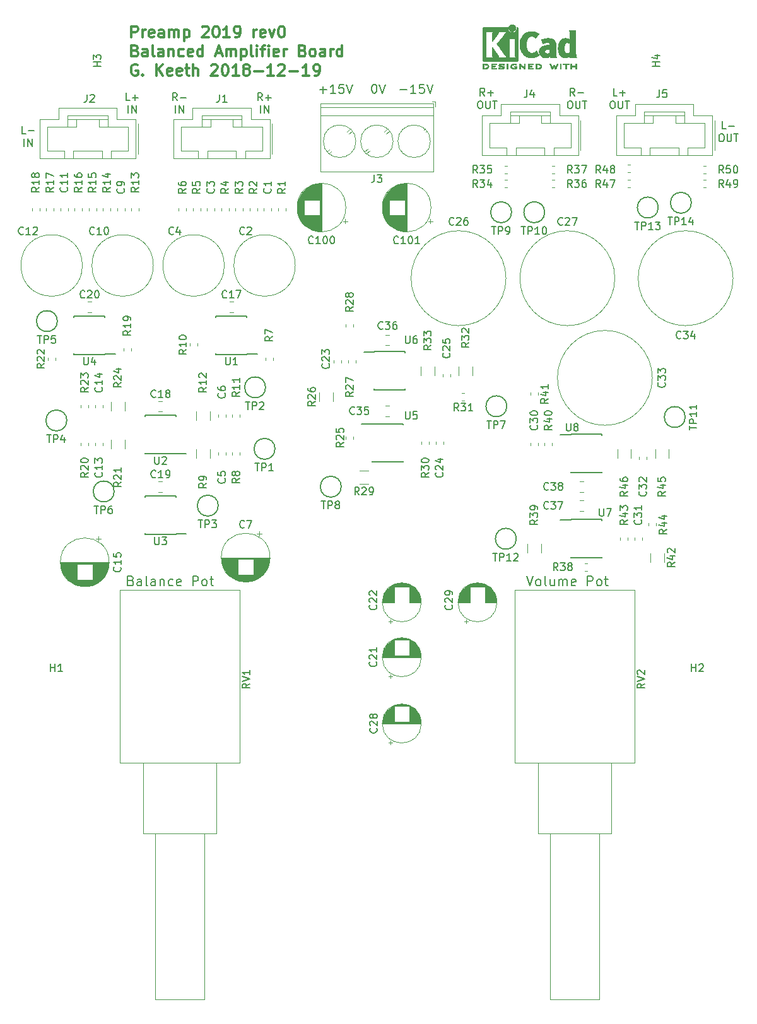
<source format=gbr>
G04 #@! TF.GenerationSoftware,KiCad,Pcbnew,5.0.1*
G04 #@! TF.CreationDate,2018-12-31T15:50:12-05:00*
G04 #@! TF.ProjectId,balanced_amplifier,62616C616E6365645F616D706C696669,rev?*
G04 #@! TF.SameCoordinates,Original*
G04 #@! TF.FileFunction,Legend,Top*
G04 #@! TF.FilePolarity,Positive*
%FSLAX46Y46*%
G04 Gerber Fmt 4.6, Leading zero omitted, Abs format (unit mm)*
G04 Created by KiCad (PCBNEW 5.0.1) date Mon 31 Dec 2018 03:50:12 PM EST*
%MOMM*%
%LPD*%
G01*
G04 APERTURE LIST*
%ADD10C,0.200000*%
%ADD11C,0.300000*%
%ADD12C,0.120000*%
%ADD13C,0.150000*%
%ADD14C,0.010000*%
G04 APERTURE END LIST*
D10*
X146286428Y-102958095D02*
X146719761Y-104258095D01*
X147153095Y-102958095D01*
X147772142Y-104258095D02*
X147648333Y-104196190D01*
X147586428Y-104134285D01*
X147524523Y-104010476D01*
X147524523Y-103639047D01*
X147586428Y-103515238D01*
X147648333Y-103453333D01*
X147772142Y-103391428D01*
X147957857Y-103391428D01*
X148081666Y-103453333D01*
X148143571Y-103515238D01*
X148205476Y-103639047D01*
X148205476Y-104010476D01*
X148143571Y-104134285D01*
X148081666Y-104196190D01*
X147957857Y-104258095D01*
X147772142Y-104258095D01*
X148948333Y-104258095D02*
X148824523Y-104196190D01*
X148762619Y-104072380D01*
X148762619Y-102958095D01*
X150000714Y-103391428D02*
X150000714Y-104258095D01*
X149443571Y-103391428D02*
X149443571Y-104072380D01*
X149505476Y-104196190D01*
X149629285Y-104258095D01*
X149815000Y-104258095D01*
X149938809Y-104196190D01*
X150000714Y-104134285D01*
X150619761Y-104258095D02*
X150619761Y-103391428D01*
X150619761Y-103515238D02*
X150681666Y-103453333D01*
X150805476Y-103391428D01*
X150991190Y-103391428D01*
X151115000Y-103453333D01*
X151176904Y-103577142D01*
X151176904Y-104258095D01*
X151176904Y-103577142D02*
X151238809Y-103453333D01*
X151362619Y-103391428D01*
X151548333Y-103391428D01*
X151672142Y-103453333D01*
X151734047Y-103577142D01*
X151734047Y-104258095D01*
X152848333Y-104196190D02*
X152724523Y-104258095D01*
X152476904Y-104258095D01*
X152353095Y-104196190D01*
X152291190Y-104072380D01*
X152291190Y-103577142D01*
X152353095Y-103453333D01*
X152476904Y-103391428D01*
X152724523Y-103391428D01*
X152848333Y-103453333D01*
X152910238Y-103577142D01*
X152910238Y-103700952D01*
X152291190Y-103824761D01*
X154457857Y-104258095D02*
X154457857Y-102958095D01*
X154953095Y-102958095D01*
X155076904Y-103020000D01*
X155138809Y-103081904D01*
X155200714Y-103205714D01*
X155200714Y-103391428D01*
X155138809Y-103515238D01*
X155076904Y-103577142D01*
X154953095Y-103639047D01*
X154457857Y-103639047D01*
X155943571Y-104258095D02*
X155819761Y-104196190D01*
X155757857Y-104134285D01*
X155695952Y-104010476D01*
X155695952Y-103639047D01*
X155757857Y-103515238D01*
X155819761Y-103453333D01*
X155943571Y-103391428D01*
X156129285Y-103391428D01*
X156253095Y-103453333D01*
X156315000Y-103515238D01*
X156376904Y-103639047D01*
X156376904Y-104010476D01*
X156315000Y-104134285D01*
X156253095Y-104196190D01*
X156129285Y-104258095D01*
X155943571Y-104258095D01*
X156748333Y-103391428D02*
X157243571Y-103391428D01*
X156934047Y-102958095D02*
X156934047Y-104072380D01*
X156995952Y-104196190D01*
X157119761Y-104258095D01*
X157243571Y-104258095D01*
X93194047Y-103577142D02*
X93379761Y-103639047D01*
X93441666Y-103700952D01*
X93503571Y-103824761D01*
X93503571Y-104010476D01*
X93441666Y-104134285D01*
X93379761Y-104196190D01*
X93255952Y-104258095D01*
X92760714Y-104258095D01*
X92760714Y-102958095D01*
X93194047Y-102958095D01*
X93317857Y-103020000D01*
X93379761Y-103081904D01*
X93441666Y-103205714D01*
X93441666Y-103329523D01*
X93379761Y-103453333D01*
X93317857Y-103515238D01*
X93194047Y-103577142D01*
X92760714Y-103577142D01*
X94617857Y-104258095D02*
X94617857Y-103577142D01*
X94555952Y-103453333D01*
X94432142Y-103391428D01*
X94184523Y-103391428D01*
X94060714Y-103453333D01*
X94617857Y-104196190D02*
X94494047Y-104258095D01*
X94184523Y-104258095D01*
X94060714Y-104196190D01*
X93998809Y-104072380D01*
X93998809Y-103948571D01*
X94060714Y-103824761D01*
X94184523Y-103762857D01*
X94494047Y-103762857D01*
X94617857Y-103700952D01*
X95422619Y-104258095D02*
X95298809Y-104196190D01*
X95236904Y-104072380D01*
X95236904Y-102958095D01*
X96475000Y-104258095D02*
X96475000Y-103577142D01*
X96413095Y-103453333D01*
X96289285Y-103391428D01*
X96041666Y-103391428D01*
X95917857Y-103453333D01*
X96475000Y-104196190D02*
X96351190Y-104258095D01*
X96041666Y-104258095D01*
X95917857Y-104196190D01*
X95855952Y-104072380D01*
X95855952Y-103948571D01*
X95917857Y-103824761D01*
X96041666Y-103762857D01*
X96351190Y-103762857D01*
X96475000Y-103700952D01*
X97094047Y-103391428D02*
X97094047Y-104258095D01*
X97094047Y-103515238D02*
X97155952Y-103453333D01*
X97279761Y-103391428D01*
X97465476Y-103391428D01*
X97589285Y-103453333D01*
X97651190Y-103577142D01*
X97651190Y-104258095D01*
X98827380Y-104196190D02*
X98703571Y-104258095D01*
X98455952Y-104258095D01*
X98332142Y-104196190D01*
X98270238Y-104134285D01*
X98208333Y-104010476D01*
X98208333Y-103639047D01*
X98270238Y-103515238D01*
X98332142Y-103453333D01*
X98455952Y-103391428D01*
X98703571Y-103391428D01*
X98827380Y-103453333D01*
X99879761Y-104196190D02*
X99755952Y-104258095D01*
X99508333Y-104258095D01*
X99384523Y-104196190D01*
X99322619Y-104072380D01*
X99322619Y-103577142D01*
X99384523Y-103453333D01*
X99508333Y-103391428D01*
X99755952Y-103391428D01*
X99879761Y-103453333D01*
X99941666Y-103577142D01*
X99941666Y-103700952D01*
X99322619Y-103824761D01*
X101489285Y-104258095D02*
X101489285Y-102958095D01*
X101984523Y-102958095D01*
X102108333Y-103020000D01*
X102170238Y-103081904D01*
X102232142Y-103205714D01*
X102232142Y-103391428D01*
X102170238Y-103515238D01*
X102108333Y-103577142D01*
X101984523Y-103639047D01*
X101489285Y-103639047D01*
X102975000Y-104258095D02*
X102851190Y-104196190D01*
X102789285Y-104134285D01*
X102727380Y-104010476D01*
X102727380Y-103639047D01*
X102789285Y-103515238D01*
X102851190Y-103453333D01*
X102975000Y-103391428D01*
X103160714Y-103391428D01*
X103284523Y-103453333D01*
X103346428Y-103515238D01*
X103408333Y-103639047D01*
X103408333Y-104010476D01*
X103346428Y-104134285D01*
X103284523Y-104196190D01*
X103160714Y-104258095D01*
X102975000Y-104258095D01*
X103779761Y-103391428D02*
X104275000Y-103391428D01*
X103965476Y-102958095D02*
X103965476Y-104072380D01*
X104027380Y-104196190D01*
X104151190Y-104258095D01*
X104275000Y-104258095D01*
X158440476Y-38502380D02*
X157964285Y-38502380D01*
X157964285Y-37502380D01*
X158773809Y-38121428D02*
X159535714Y-38121428D01*
X159154761Y-38502380D02*
X159154761Y-37740476D01*
X157750000Y-39202380D02*
X157940476Y-39202380D01*
X158035714Y-39250000D01*
X158130952Y-39345238D01*
X158178571Y-39535714D01*
X158178571Y-39869047D01*
X158130952Y-40059523D01*
X158035714Y-40154761D01*
X157940476Y-40202380D01*
X157750000Y-40202380D01*
X157654761Y-40154761D01*
X157559523Y-40059523D01*
X157511904Y-39869047D01*
X157511904Y-39535714D01*
X157559523Y-39345238D01*
X157654761Y-39250000D01*
X157750000Y-39202380D01*
X158607142Y-39202380D02*
X158607142Y-40011904D01*
X158654761Y-40107142D01*
X158702380Y-40154761D01*
X158797619Y-40202380D01*
X158988095Y-40202380D01*
X159083333Y-40154761D01*
X159130952Y-40107142D01*
X159178571Y-40011904D01*
X159178571Y-39202380D01*
X159511904Y-39202380D02*
X160083333Y-39202380D01*
X159797619Y-40202380D02*
X159797619Y-39202380D01*
X173045476Y-42947380D02*
X172569285Y-42947380D01*
X172569285Y-41947380D01*
X173378809Y-42566428D02*
X174140714Y-42566428D01*
X172355000Y-43647380D02*
X172545476Y-43647380D01*
X172640714Y-43695000D01*
X172735952Y-43790238D01*
X172783571Y-43980714D01*
X172783571Y-44314047D01*
X172735952Y-44504523D01*
X172640714Y-44599761D01*
X172545476Y-44647380D01*
X172355000Y-44647380D01*
X172259761Y-44599761D01*
X172164523Y-44504523D01*
X172116904Y-44314047D01*
X172116904Y-43980714D01*
X172164523Y-43790238D01*
X172259761Y-43695000D01*
X172355000Y-43647380D01*
X173212142Y-43647380D02*
X173212142Y-44456904D01*
X173259761Y-44552142D01*
X173307380Y-44599761D01*
X173402619Y-44647380D01*
X173593095Y-44647380D01*
X173688333Y-44599761D01*
X173735952Y-44552142D01*
X173783571Y-44456904D01*
X173783571Y-43647380D01*
X174116904Y-43647380D02*
X174688333Y-43647380D01*
X174402619Y-44647380D02*
X174402619Y-43647380D01*
X152725476Y-38502380D02*
X152392142Y-38026190D01*
X152154047Y-38502380D02*
X152154047Y-37502380D01*
X152535000Y-37502380D01*
X152630238Y-37550000D01*
X152677857Y-37597619D01*
X152725476Y-37692857D01*
X152725476Y-37835714D01*
X152677857Y-37930952D01*
X152630238Y-37978571D01*
X152535000Y-38026190D01*
X152154047Y-38026190D01*
X153154047Y-38121428D02*
X153915952Y-38121428D01*
X152035000Y-39202380D02*
X152225476Y-39202380D01*
X152320714Y-39250000D01*
X152415952Y-39345238D01*
X152463571Y-39535714D01*
X152463571Y-39869047D01*
X152415952Y-40059523D01*
X152320714Y-40154761D01*
X152225476Y-40202380D01*
X152035000Y-40202380D01*
X151939761Y-40154761D01*
X151844523Y-40059523D01*
X151796904Y-39869047D01*
X151796904Y-39535714D01*
X151844523Y-39345238D01*
X151939761Y-39250000D01*
X152035000Y-39202380D01*
X152892142Y-39202380D02*
X152892142Y-40011904D01*
X152939761Y-40107142D01*
X152987380Y-40154761D01*
X153082619Y-40202380D01*
X153273095Y-40202380D01*
X153368333Y-40154761D01*
X153415952Y-40107142D01*
X153463571Y-40011904D01*
X153463571Y-39202380D01*
X153796904Y-39202380D02*
X154368333Y-39202380D01*
X154082619Y-40202380D02*
X154082619Y-39202380D01*
X140660476Y-38502380D02*
X140327142Y-38026190D01*
X140089047Y-38502380D02*
X140089047Y-37502380D01*
X140470000Y-37502380D01*
X140565238Y-37550000D01*
X140612857Y-37597619D01*
X140660476Y-37692857D01*
X140660476Y-37835714D01*
X140612857Y-37930952D01*
X140565238Y-37978571D01*
X140470000Y-38026190D01*
X140089047Y-38026190D01*
X141089047Y-38121428D02*
X141850952Y-38121428D01*
X141470000Y-38502380D02*
X141470000Y-37740476D01*
X139970000Y-39202380D02*
X140160476Y-39202380D01*
X140255714Y-39250000D01*
X140350952Y-39345238D01*
X140398571Y-39535714D01*
X140398571Y-39869047D01*
X140350952Y-40059523D01*
X140255714Y-40154761D01*
X140160476Y-40202380D01*
X139970000Y-40202380D01*
X139874761Y-40154761D01*
X139779523Y-40059523D01*
X139731904Y-39869047D01*
X139731904Y-39535714D01*
X139779523Y-39345238D01*
X139874761Y-39250000D01*
X139970000Y-39202380D01*
X140827142Y-39202380D02*
X140827142Y-40011904D01*
X140874761Y-40107142D01*
X140922380Y-40154761D01*
X141017619Y-40202380D01*
X141208095Y-40202380D01*
X141303333Y-40154761D01*
X141350952Y-40107142D01*
X141398571Y-40011904D01*
X141398571Y-39202380D01*
X141731904Y-39202380D02*
X142303333Y-39202380D01*
X142017619Y-40202380D02*
X142017619Y-39202380D01*
X110815476Y-39137380D02*
X110482142Y-38661190D01*
X110244047Y-39137380D02*
X110244047Y-38137380D01*
X110625000Y-38137380D01*
X110720238Y-38185000D01*
X110767857Y-38232619D01*
X110815476Y-38327857D01*
X110815476Y-38470714D01*
X110767857Y-38565952D01*
X110720238Y-38613571D01*
X110625000Y-38661190D01*
X110244047Y-38661190D01*
X111244047Y-38756428D02*
X112005952Y-38756428D01*
X111625000Y-39137380D02*
X111625000Y-38375476D01*
X110601190Y-40837380D02*
X110601190Y-39837380D01*
X111077380Y-40837380D02*
X111077380Y-39837380D01*
X111648809Y-40837380D01*
X111648809Y-39837380D01*
X99385476Y-39137380D02*
X99052142Y-38661190D01*
X98814047Y-39137380D02*
X98814047Y-38137380D01*
X99195000Y-38137380D01*
X99290238Y-38185000D01*
X99337857Y-38232619D01*
X99385476Y-38327857D01*
X99385476Y-38470714D01*
X99337857Y-38565952D01*
X99290238Y-38613571D01*
X99195000Y-38661190D01*
X98814047Y-38661190D01*
X99814047Y-38756428D02*
X100575952Y-38756428D01*
X99171190Y-40837380D02*
X99171190Y-39837380D01*
X99647380Y-40837380D02*
X99647380Y-39837380D01*
X100218809Y-40837380D01*
X100218809Y-39837380D01*
X93035476Y-39137380D02*
X92559285Y-39137380D01*
X92559285Y-38137380D01*
X93368809Y-38756428D02*
X94130714Y-38756428D01*
X93749761Y-39137380D02*
X93749761Y-38375476D01*
X92821190Y-40837380D02*
X92821190Y-39837380D01*
X93297380Y-40837380D02*
X93297380Y-39837380D01*
X93868809Y-40837380D01*
X93868809Y-39837380D01*
X79065476Y-43582380D02*
X78589285Y-43582380D01*
X78589285Y-42582380D01*
X79398809Y-43201428D02*
X80160714Y-43201428D01*
X78851190Y-45282380D02*
X78851190Y-44282380D01*
X79327380Y-45282380D02*
X79327380Y-44282380D01*
X79898809Y-45282380D01*
X79898809Y-44282380D01*
X125793571Y-36972857D02*
X125907857Y-36972857D01*
X126022142Y-37030000D01*
X126079285Y-37087142D01*
X126136428Y-37201428D01*
X126193571Y-37430000D01*
X126193571Y-37715714D01*
X126136428Y-37944285D01*
X126079285Y-38058571D01*
X126022142Y-38115714D01*
X125907857Y-38172857D01*
X125793571Y-38172857D01*
X125679285Y-38115714D01*
X125622142Y-38058571D01*
X125565000Y-37944285D01*
X125507857Y-37715714D01*
X125507857Y-37430000D01*
X125565000Y-37201428D01*
X125622142Y-37087142D01*
X125679285Y-37030000D01*
X125793571Y-36972857D01*
X126536428Y-36972857D02*
X126936428Y-38172857D01*
X127336428Y-36972857D01*
X129330714Y-37715714D02*
X130245000Y-37715714D01*
X131445000Y-38172857D02*
X130759285Y-38172857D01*
X131102142Y-38172857D02*
X131102142Y-36972857D01*
X130987857Y-37144285D01*
X130873571Y-37258571D01*
X130759285Y-37315714D01*
X132530714Y-36972857D02*
X131959285Y-36972857D01*
X131902142Y-37544285D01*
X131959285Y-37487142D01*
X132073571Y-37430000D01*
X132359285Y-37430000D01*
X132473571Y-37487142D01*
X132530714Y-37544285D01*
X132587857Y-37658571D01*
X132587857Y-37944285D01*
X132530714Y-38058571D01*
X132473571Y-38115714D01*
X132359285Y-38172857D01*
X132073571Y-38172857D01*
X131959285Y-38115714D01*
X131902142Y-38058571D01*
X132930714Y-36972857D02*
X133330714Y-38172857D01*
X133730714Y-36972857D01*
X118535714Y-37715714D02*
X119450000Y-37715714D01*
X118992857Y-38172857D02*
X118992857Y-37258571D01*
X120650000Y-38172857D02*
X119964285Y-38172857D01*
X120307142Y-38172857D02*
X120307142Y-36972857D01*
X120192857Y-37144285D01*
X120078571Y-37258571D01*
X119964285Y-37315714D01*
X121735714Y-36972857D02*
X121164285Y-36972857D01*
X121107142Y-37544285D01*
X121164285Y-37487142D01*
X121278571Y-37430000D01*
X121564285Y-37430000D01*
X121678571Y-37487142D01*
X121735714Y-37544285D01*
X121792857Y-37658571D01*
X121792857Y-37944285D01*
X121735714Y-38058571D01*
X121678571Y-38115714D01*
X121564285Y-38172857D01*
X121278571Y-38172857D01*
X121164285Y-38115714D01*
X121107142Y-38058571D01*
X122135714Y-36972857D02*
X122535714Y-38172857D01*
X122935714Y-36972857D01*
D11*
X93262142Y-30678571D02*
X93262142Y-29178571D01*
X93833571Y-29178571D01*
X93976428Y-29250000D01*
X94047857Y-29321428D01*
X94119285Y-29464285D01*
X94119285Y-29678571D01*
X94047857Y-29821428D01*
X93976428Y-29892857D01*
X93833571Y-29964285D01*
X93262142Y-29964285D01*
X94762142Y-30678571D02*
X94762142Y-29678571D01*
X94762142Y-29964285D02*
X94833571Y-29821428D01*
X94905000Y-29750000D01*
X95047857Y-29678571D01*
X95190714Y-29678571D01*
X96262142Y-30607142D02*
X96119285Y-30678571D01*
X95833571Y-30678571D01*
X95690714Y-30607142D01*
X95619285Y-30464285D01*
X95619285Y-29892857D01*
X95690714Y-29750000D01*
X95833571Y-29678571D01*
X96119285Y-29678571D01*
X96262142Y-29750000D01*
X96333571Y-29892857D01*
X96333571Y-30035714D01*
X95619285Y-30178571D01*
X97619285Y-30678571D02*
X97619285Y-29892857D01*
X97547857Y-29750000D01*
X97405000Y-29678571D01*
X97119285Y-29678571D01*
X96976428Y-29750000D01*
X97619285Y-30607142D02*
X97476428Y-30678571D01*
X97119285Y-30678571D01*
X96976428Y-30607142D01*
X96905000Y-30464285D01*
X96905000Y-30321428D01*
X96976428Y-30178571D01*
X97119285Y-30107142D01*
X97476428Y-30107142D01*
X97619285Y-30035714D01*
X98333571Y-30678571D02*
X98333571Y-29678571D01*
X98333571Y-29821428D02*
X98405000Y-29750000D01*
X98547857Y-29678571D01*
X98762142Y-29678571D01*
X98905000Y-29750000D01*
X98976428Y-29892857D01*
X98976428Y-30678571D01*
X98976428Y-29892857D02*
X99047857Y-29750000D01*
X99190714Y-29678571D01*
X99405000Y-29678571D01*
X99547857Y-29750000D01*
X99619285Y-29892857D01*
X99619285Y-30678571D01*
X100333571Y-29678571D02*
X100333571Y-31178571D01*
X100333571Y-29750000D02*
X100476428Y-29678571D01*
X100762142Y-29678571D01*
X100905000Y-29750000D01*
X100976428Y-29821428D01*
X101047857Y-29964285D01*
X101047857Y-30392857D01*
X100976428Y-30535714D01*
X100905000Y-30607142D01*
X100762142Y-30678571D01*
X100476428Y-30678571D01*
X100333571Y-30607142D01*
X102762142Y-29321428D02*
X102833571Y-29250000D01*
X102976428Y-29178571D01*
X103333571Y-29178571D01*
X103476428Y-29250000D01*
X103547857Y-29321428D01*
X103619285Y-29464285D01*
X103619285Y-29607142D01*
X103547857Y-29821428D01*
X102690714Y-30678571D01*
X103619285Y-30678571D01*
X104547857Y-29178571D02*
X104690714Y-29178571D01*
X104833571Y-29250000D01*
X104905000Y-29321428D01*
X104976428Y-29464285D01*
X105047857Y-29750000D01*
X105047857Y-30107142D01*
X104976428Y-30392857D01*
X104905000Y-30535714D01*
X104833571Y-30607142D01*
X104690714Y-30678571D01*
X104547857Y-30678571D01*
X104405000Y-30607142D01*
X104333571Y-30535714D01*
X104262142Y-30392857D01*
X104190714Y-30107142D01*
X104190714Y-29750000D01*
X104262142Y-29464285D01*
X104333571Y-29321428D01*
X104405000Y-29250000D01*
X104547857Y-29178571D01*
X106476428Y-30678571D02*
X105619285Y-30678571D01*
X106047857Y-30678571D02*
X106047857Y-29178571D01*
X105905000Y-29392857D01*
X105762142Y-29535714D01*
X105619285Y-29607142D01*
X107190714Y-30678571D02*
X107476428Y-30678571D01*
X107619285Y-30607142D01*
X107690714Y-30535714D01*
X107833571Y-30321428D01*
X107905000Y-30035714D01*
X107905000Y-29464285D01*
X107833571Y-29321428D01*
X107762142Y-29250000D01*
X107619285Y-29178571D01*
X107333571Y-29178571D01*
X107190714Y-29250000D01*
X107119285Y-29321428D01*
X107047857Y-29464285D01*
X107047857Y-29821428D01*
X107119285Y-29964285D01*
X107190714Y-30035714D01*
X107333571Y-30107142D01*
X107619285Y-30107142D01*
X107762142Y-30035714D01*
X107833571Y-29964285D01*
X107905000Y-29821428D01*
X109690714Y-30678571D02*
X109690714Y-29678571D01*
X109690714Y-29964285D02*
X109762142Y-29821428D01*
X109833571Y-29750000D01*
X109976428Y-29678571D01*
X110119285Y-29678571D01*
X111190714Y-30607142D02*
X111047857Y-30678571D01*
X110762142Y-30678571D01*
X110619285Y-30607142D01*
X110547857Y-30464285D01*
X110547857Y-29892857D01*
X110619285Y-29750000D01*
X110762142Y-29678571D01*
X111047857Y-29678571D01*
X111190714Y-29750000D01*
X111262142Y-29892857D01*
X111262142Y-30035714D01*
X110547857Y-30178571D01*
X111762142Y-29678571D02*
X112119285Y-30678571D01*
X112476428Y-29678571D01*
X113333571Y-29178571D02*
X113476428Y-29178571D01*
X113619285Y-29250000D01*
X113690714Y-29321428D01*
X113762142Y-29464285D01*
X113833571Y-29750000D01*
X113833571Y-30107142D01*
X113762142Y-30392857D01*
X113690714Y-30535714D01*
X113619285Y-30607142D01*
X113476428Y-30678571D01*
X113333571Y-30678571D01*
X113190714Y-30607142D01*
X113119285Y-30535714D01*
X113047857Y-30392857D01*
X112976428Y-30107142D01*
X112976428Y-29750000D01*
X113047857Y-29464285D01*
X113119285Y-29321428D01*
X113190714Y-29250000D01*
X113333571Y-29178571D01*
X93762142Y-32442857D02*
X93976428Y-32514285D01*
X94047857Y-32585714D01*
X94119285Y-32728571D01*
X94119285Y-32942857D01*
X94047857Y-33085714D01*
X93976428Y-33157142D01*
X93833571Y-33228571D01*
X93262142Y-33228571D01*
X93262142Y-31728571D01*
X93762142Y-31728571D01*
X93905000Y-31800000D01*
X93976428Y-31871428D01*
X94047857Y-32014285D01*
X94047857Y-32157142D01*
X93976428Y-32300000D01*
X93905000Y-32371428D01*
X93762142Y-32442857D01*
X93262142Y-32442857D01*
X95405000Y-33228571D02*
X95405000Y-32442857D01*
X95333571Y-32300000D01*
X95190714Y-32228571D01*
X94905000Y-32228571D01*
X94762142Y-32300000D01*
X95405000Y-33157142D02*
X95262142Y-33228571D01*
X94905000Y-33228571D01*
X94762142Y-33157142D01*
X94690714Y-33014285D01*
X94690714Y-32871428D01*
X94762142Y-32728571D01*
X94905000Y-32657142D01*
X95262142Y-32657142D01*
X95405000Y-32585714D01*
X96333571Y-33228571D02*
X96190714Y-33157142D01*
X96119285Y-33014285D01*
X96119285Y-31728571D01*
X97547857Y-33228571D02*
X97547857Y-32442857D01*
X97476428Y-32300000D01*
X97333571Y-32228571D01*
X97047857Y-32228571D01*
X96905000Y-32300000D01*
X97547857Y-33157142D02*
X97405000Y-33228571D01*
X97047857Y-33228571D01*
X96905000Y-33157142D01*
X96833571Y-33014285D01*
X96833571Y-32871428D01*
X96905000Y-32728571D01*
X97047857Y-32657142D01*
X97405000Y-32657142D01*
X97547857Y-32585714D01*
X98262142Y-32228571D02*
X98262142Y-33228571D01*
X98262142Y-32371428D02*
X98333571Y-32300000D01*
X98476428Y-32228571D01*
X98690714Y-32228571D01*
X98833571Y-32300000D01*
X98905000Y-32442857D01*
X98905000Y-33228571D01*
X100262142Y-33157142D02*
X100119285Y-33228571D01*
X99833571Y-33228571D01*
X99690714Y-33157142D01*
X99619285Y-33085714D01*
X99547857Y-32942857D01*
X99547857Y-32514285D01*
X99619285Y-32371428D01*
X99690714Y-32300000D01*
X99833571Y-32228571D01*
X100119285Y-32228571D01*
X100262142Y-32300000D01*
X101476428Y-33157142D02*
X101333571Y-33228571D01*
X101047857Y-33228571D01*
X100905000Y-33157142D01*
X100833571Y-33014285D01*
X100833571Y-32442857D01*
X100905000Y-32300000D01*
X101047857Y-32228571D01*
X101333571Y-32228571D01*
X101476428Y-32300000D01*
X101547857Y-32442857D01*
X101547857Y-32585714D01*
X100833571Y-32728571D01*
X102833571Y-33228571D02*
X102833571Y-31728571D01*
X102833571Y-33157142D02*
X102690714Y-33228571D01*
X102405000Y-33228571D01*
X102262142Y-33157142D01*
X102190714Y-33085714D01*
X102119285Y-32942857D01*
X102119285Y-32514285D01*
X102190714Y-32371428D01*
X102262142Y-32300000D01*
X102405000Y-32228571D01*
X102690714Y-32228571D01*
X102833571Y-32300000D01*
X104619285Y-32800000D02*
X105333571Y-32800000D01*
X104476428Y-33228571D02*
X104976428Y-31728571D01*
X105476428Y-33228571D01*
X105976428Y-33228571D02*
X105976428Y-32228571D01*
X105976428Y-32371428D02*
X106047857Y-32300000D01*
X106190714Y-32228571D01*
X106405000Y-32228571D01*
X106547857Y-32300000D01*
X106619285Y-32442857D01*
X106619285Y-33228571D01*
X106619285Y-32442857D02*
X106690714Y-32300000D01*
X106833571Y-32228571D01*
X107047857Y-32228571D01*
X107190714Y-32300000D01*
X107262142Y-32442857D01*
X107262142Y-33228571D01*
X107976428Y-32228571D02*
X107976428Y-33728571D01*
X107976428Y-32300000D02*
X108119285Y-32228571D01*
X108405000Y-32228571D01*
X108547857Y-32300000D01*
X108619285Y-32371428D01*
X108690714Y-32514285D01*
X108690714Y-32942857D01*
X108619285Y-33085714D01*
X108547857Y-33157142D01*
X108405000Y-33228571D01*
X108119285Y-33228571D01*
X107976428Y-33157142D01*
X109547857Y-33228571D02*
X109405000Y-33157142D01*
X109333571Y-33014285D01*
X109333571Y-31728571D01*
X110119285Y-33228571D02*
X110119285Y-32228571D01*
X110119285Y-31728571D02*
X110047857Y-31800000D01*
X110119285Y-31871428D01*
X110190714Y-31800000D01*
X110119285Y-31728571D01*
X110119285Y-31871428D01*
X110619285Y-32228571D02*
X111190714Y-32228571D01*
X110833571Y-33228571D02*
X110833571Y-31942857D01*
X110905000Y-31800000D01*
X111047857Y-31728571D01*
X111190714Y-31728571D01*
X111690714Y-33228571D02*
X111690714Y-32228571D01*
X111690714Y-31728571D02*
X111619285Y-31800000D01*
X111690714Y-31871428D01*
X111762142Y-31800000D01*
X111690714Y-31728571D01*
X111690714Y-31871428D01*
X112976428Y-33157142D02*
X112833571Y-33228571D01*
X112547857Y-33228571D01*
X112405000Y-33157142D01*
X112333571Y-33014285D01*
X112333571Y-32442857D01*
X112405000Y-32300000D01*
X112547857Y-32228571D01*
X112833571Y-32228571D01*
X112976428Y-32300000D01*
X113047857Y-32442857D01*
X113047857Y-32585714D01*
X112333571Y-32728571D01*
X113690714Y-33228571D02*
X113690714Y-32228571D01*
X113690714Y-32514285D02*
X113762142Y-32371428D01*
X113833571Y-32300000D01*
X113976428Y-32228571D01*
X114119285Y-32228571D01*
X116262142Y-32442857D02*
X116476428Y-32514285D01*
X116547857Y-32585714D01*
X116619285Y-32728571D01*
X116619285Y-32942857D01*
X116547857Y-33085714D01*
X116476428Y-33157142D01*
X116333571Y-33228571D01*
X115762142Y-33228571D01*
X115762142Y-31728571D01*
X116262142Y-31728571D01*
X116405000Y-31800000D01*
X116476428Y-31871428D01*
X116547857Y-32014285D01*
X116547857Y-32157142D01*
X116476428Y-32300000D01*
X116405000Y-32371428D01*
X116262142Y-32442857D01*
X115762142Y-32442857D01*
X117476428Y-33228571D02*
X117333571Y-33157142D01*
X117262142Y-33085714D01*
X117190714Y-32942857D01*
X117190714Y-32514285D01*
X117262142Y-32371428D01*
X117333571Y-32300000D01*
X117476428Y-32228571D01*
X117690714Y-32228571D01*
X117833571Y-32300000D01*
X117905000Y-32371428D01*
X117976428Y-32514285D01*
X117976428Y-32942857D01*
X117905000Y-33085714D01*
X117833571Y-33157142D01*
X117690714Y-33228571D01*
X117476428Y-33228571D01*
X119262142Y-33228571D02*
X119262142Y-32442857D01*
X119190714Y-32300000D01*
X119047857Y-32228571D01*
X118762142Y-32228571D01*
X118619285Y-32300000D01*
X119262142Y-33157142D02*
X119119285Y-33228571D01*
X118762142Y-33228571D01*
X118619285Y-33157142D01*
X118547857Y-33014285D01*
X118547857Y-32871428D01*
X118619285Y-32728571D01*
X118762142Y-32657142D01*
X119119285Y-32657142D01*
X119262142Y-32585714D01*
X119976428Y-33228571D02*
X119976428Y-32228571D01*
X119976428Y-32514285D02*
X120047857Y-32371428D01*
X120119285Y-32300000D01*
X120262142Y-32228571D01*
X120405000Y-32228571D01*
X121547857Y-33228571D02*
X121547857Y-31728571D01*
X121547857Y-33157142D02*
X121405000Y-33228571D01*
X121119285Y-33228571D01*
X120976428Y-33157142D01*
X120905000Y-33085714D01*
X120833571Y-32942857D01*
X120833571Y-32514285D01*
X120905000Y-32371428D01*
X120976428Y-32300000D01*
X121119285Y-32228571D01*
X121405000Y-32228571D01*
X121547857Y-32300000D01*
X94047857Y-34350000D02*
X93905000Y-34278571D01*
X93690714Y-34278571D01*
X93476428Y-34350000D01*
X93333571Y-34492857D01*
X93262142Y-34635714D01*
X93190714Y-34921428D01*
X93190714Y-35135714D01*
X93262142Y-35421428D01*
X93333571Y-35564285D01*
X93476428Y-35707142D01*
X93690714Y-35778571D01*
X93833571Y-35778571D01*
X94047857Y-35707142D01*
X94119285Y-35635714D01*
X94119285Y-35135714D01*
X93833571Y-35135714D01*
X94762142Y-35635714D02*
X94833571Y-35707142D01*
X94762142Y-35778571D01*
X94690714Y-35707142D01*
X94762142Y-35635714D01*
X94762142Y-35778571D01*
X96619285Y-35778571D02*
X96619285Y-34278571D01*
X97476428Y-35778571D02*
X96833571Y-34921428D01*
X97476428Y-34278571D02*
X96619285Y-35135714D01*
X98690714Y-35707142D02*
X98547857Y-35778571D01*
X98262142Y-35778571D01*
X98119285Y-35707142D01*
X98047857Y-35564285D01*
X98047857Y-34992857D01*
X98119285Y-34850000D01*
X98262142Y-34778571D01*
X98547857Y-34778571D01*
X98690714Y-34850000D01*
X98762142Y-34992857D01*
X98762142Y-35135714D01*
X98047857Y-35278571D01*
X99976428Y-35707142D02*
X99833571Y-35778571D01*
X99547857Y-35778571D01*
X99405000Y-35707142D01*
X99333571Y-35564285D01*
X99333571Y-34992857D01*
X99405000Y-34850000D01*
X99547857Y-34778571D01*
X99833571Y-34778571D01*
X99976428Y-34850000D01*
X100047857Y-34992857D01*
X100047857Y-35135714D01*
X99333571Y-35278571D01*
X100476428Y-34778571D02*
X101047857Y-34778571D01*
X100690714Y-34278571D02*
X100690714Y-35564285D01*
X100762142Y-35707142D01*
X100905000Y-35778571D01*
X101047857Y-35778571D01*
X101547857Y-35778571D02*
X101547857Y-34278571D01*
X102190714Y-35778571D02*
X102190714Y-34992857D01*
X102119285Y-34850000D01*
X101976428Y-34778571D01*
X101762142Y-34778571D01*
X101619285Y-34850000D01*
X101547857Y-34921428D01*
X103976428Y-34421428D02*
X104047857Y-34350000D01*
X104190714Y-34278571D01*
X104547857Y-34278571D01*
X104690714Y-34350000D01*
X104762142Y-34421428D01*
X104833571Y-34564285D01*
X104833571Y-34707142D01*
X104762142Y-34921428D01*
X103905000Y-35778571D01*
X104833571Y-35778571D01*
X105762142Y-34278571D02*
X105905000Y-34278571D01*
X106047857Y-34350000D01*
X106119285Y-34421428D01*
X106190714Y-34564285D01*
X106262142Y-34850000D01*
X106262142Y-35207142D01*
X106190714Y-35492857D01*
X106119285Y-35635714D01*
X106047857Y-35707142D01*
X105905000Y-35778571D01*
X105762142Y-35778571D01*
X105619285Y-35707142D01*
X105547857Y-35635714D01*
X105476428Y-35492857D01*
X105405000Y-35207142D01*
X105405000Y-34850000D01*
X105476428Y-34564285D01*
X105547857Y-34421428D01*
X105619285Y-34350000D01*
X105762142Y-34278571D01*
X107690714Y-35778571D02*
X106833571Y-35778571D01*
X107262142Y-35778571D02*
X107262142Y-34278571D01*
X107119285Y-34492857D01*
X106976428Y-34635714D01*
X106833571Y-34707142D01*
X108547857Y-34921428D02*
X108405000Y-34850000D01*
X108333571Y-34778571D01*
X108262142Y-34635714D01*
X108262142Y-34564285D01*
X108333571Y-34421428D01*
X108405000Y-34350000D01*
X108547857Y-34278571D01*
X108833571Y-34278571D01*
X108976428Y-34350000D01*
X109047857Y-34421428D01*
X109119285Y-34564285D01*
X109119285Y-34635714D01*
X109047857Y-34778571D01*
X108976428Y-34850000D01*
X108833571Y-34921428D01*
X108547857Y-34921428D01*
X108405000Y-34992857D01*
X108333571Y-35064285D01*
X108262142Y-35207142D01*
X108262142Y-35492857D01*
X108333571Y-35635714D01*
X108405000Y-35707142D01*
X108547857Y-35778571D01*
X108833571Y-35778571D01*
X108976428Y-35707142D01*
X109047857Y-35635714D01*
X109119285Y-35492857D01*
X109119285Y-35207142D01*
X109047857Y-35064285D01*
X108976428Y-34992857D01*
X108833571Y-34921428D01*
X109762142Y-35207142D02*
X110905000Y-35207142D01*
X112405000Y-35778571D02*
X111547857Y-35778571D01*
X111976428Y-35778571D02*
X111976428Y-34278571D01*
X111833571Y-34492857D01*
X111690714Y-34635714D01*
X111547857Y-34707142D01*
X112976428Y-34421428D02*
X113047857Y-34350000D01*
X113190714Y-34278571D01*
X113547857Y-34278571D01*
X113690714Y-34350000D01*
X113762142Y-34421428D01*
X113833571Y-34564285D01*
X113833571Y-34707142D01*
X113762142Y-34921428D01*
X112905000Y-35778571D01*
X113833571Y-35778571D01*
X114476428Y-35207142D02*
X115619285Y-35207142D01*
X117119285Y-35778571D02*
X116262142Y-35778571D01*
X116690714Y-35778571D02*
X116690714Y-34278571D01*
X116547857Y-34492857D01*
X116405000Y-34635714D01*
X116262142Y-34707142D01*
X117833571Y-35778571D02*
X118119285Y-35778571D01*
X118262142Y-35707142D01*
X118333571Y-35635714D01*
X118476428Y-35421428D01*
X118547857Y-35135714D01*
X118547857Y-34564285D01*
X118476428Y-34421428D01*
X118405000Y-34350000D01*
X118262142Y-34278571D01*
X117976428Y-34278571D01*
X117833571Y-34350000D01*
X117762142Y-34421428D01*
X117690714Y-34564285D01*
X117690714Y-34921428D01*
X117762142Y-35064285D01*
X117833571Y-35135714D01*
X117976428Y-35207142D01*
X118262142Y-35207142D01*
X118405000Y-35135714D01*
X118476428Y-35064285D01*
X118547857Y-34921428D01*
D12*
G04 #@! TO.C,C29*
X142320000Y-106480000D02*
G75*
G03X142320000Y-106480000I-2620000J0D01*
G01*
X140740000Y-106480000D02*
X142280000Y-106480000D01*
X137120000Y-106480000D02*
X138660000Y-106480000D01*
X140740000Y-106440000D02*
X142280000Y-106440000D01*
X137120000Y-106440000D02*
X138660000Y-106440000D01*
X137121000Y-106400000D02*
X138660000Y-106400000D01*
X140740000Y-106400000D02*
X142279000Y-106400000D01*
X137122000Y-106360000D02*
X138660000Y-106360000D01*
X140740000Y-106360000D02*
X142278000Y-106360000D01*
X137124000Y-106320000D02*
X138660000Y-106320000D01*
X140740000Y-106320000D02*
X142276000Y-106320000D01*
X137127000Y-106280000D02*
X138660000Y-106280000D01*
X140740000Y-106280000D02*
X142273000Y-106280000D01*
X137131000Y-106240000D02*
X138660000Y-106240000D01*
X140740000Y-106240000D02*
X142269000Y-106240000D01*
X137135000Y-106200000D02*
X138660000Y-106200000D01*
X140740000Y-106200000D02*
X142265000Y-106200000D01*
X137139000Y-106160000D02*
X138660000Y-106160000D01*
X140740000Y-106160000D02*
X142261000Y-106160000D01*
X137144000Y-106120000D02*
X138660000Y-106120000D01*
X140740000Y-106120000D02*
X142256000Y-106120000D01*
X137150000Y-106080000D02*
X138660000Y-106080000D01*
X140740000Y-106080000D02*
X142250000Y-106080000D01*
X137157000Y-106040000D02*
X138660000Y-106040000D01*
X140740000Y-106040000D02*
X142243000Y-106040000D01*
X137164000Y-106000000D02*
X138660000Y-106000000D01*
X140740000Y-106000000D02*
X142236000Y-106000000D01*
X137172000Y-105960000D02*
X138660000Y-105960000D01*
X140740000Y-105960000D02*
X142228000Y-105960000D01*
X137180000Y-105920000D02*
X138660000Y-105920000D01*
X140740000Y-105920000D02*
X142220000Y-105920000D01*
X137189000Y-105880000D02*
X138660000Y-105880000D01*
X140740000Y-105880000D02*
X142211000Y-105880000D01*
X137199000Y-105840000D02*
X138660000Y-105840000D01*
X140740000Y-105840000D02*
X142201000Y-105840000D01*
X137209000Y-105800000D02*
X138660000Y-105800000D01*
X140740000Y-105800000D02*
X142191000Y-105800000D01*
X137220000Y-105759000D02*
X138660000Y-105759000D01*
X140740000Y-105759000D02*
X142180000Y-105759000D01*
X137232000Y-105719000D02*
X138660000Y-105719000D01*
X140740000Y-105719000D02*
X142168000Y-105719000D01*
X137245000Y-105679000D02*
X138660000Y-105679000D01*
X140740000Y-105679000D02*
X142155000Y-105679000D01*
X137258000Y-105639000D02*
X138660000Y-105639000D01*
X140740000Y-105639000D02*
X142142000Y-105639000D01*
X137272000Y-105599000D02*
X138660000Y-105599000D01*
X140740000Y-105599000D02*
X142128000Y-105599000D01*
X137286000Y-105559000D02*
X138660000Y-105559000D01*
X140740000Y-105559000D02*
X142114000Y-105559000D01*
X137302000Y-105519000D02*
X138660000Y-105519000D01*
X140740000Y-105519000D02*
X142098000Y-105519000D01*
X137318000Y-105479000D02*
X138660000Y-105479000D01*
X140740000Y-105479000D02*
X142082000Y-105479000D01*
X137335000Y-105439000D02*
X138660000Y-105439000D01*
X140740000Y-105439000D02*
X142065000Y-105439000D01*
X137352000Y-105399000D02*
X138660000Y-105399000D01*
X140740000Y-105399000D02*
X142048000Y-105399000D01*
X137371000Y-105359000D02*
X138660000Y-105359000D01*
X140740000Y-105359000D02*
X142029000Y-105359000D01*
X137390000Y-105319000D02*
X138660000Y-105319000D01*
X140740000Y-105319000D02*
X142010000Y-105319000D01*
X137410000Y-105279000D02*
X138660000Y-105279000D01*
X140740000Y-105279000D02*
X141990000Y-105279000D01*
X137432000Y-105239000D02*
X138660000Y-105239000D01*
X140740000Y-105239000D02*
X141968000Y-105239000D01*
X137453000Y-105199000D02*
X138660000Y-105199000D01*
X140740000Y-105199000D02*
X141947000Y-105199000D01*
X137476000Y-105159000D02*
X138660000Y-105159000D01*
X140740000Y-105159000D02*
X141924000Y-105159000D01*
X137500000Y-105119000D02*
X138660000Y-105119000D01*
X140740000Y-105119000D02*
X141900000Y-105119000D01*
X137525000Y-105079000D02*
X138660000Y-105079000D01*
X140740000Y-105079000D02*
X141875000Y-105079000D01*
X137551000Y-105039000D02*
X138660000Y-105039000D01*
X140740000Y-105039000D02*
X141849000Y-105039000D01*
X137578000Y-104999000D02*
X138660000Y-104999000D01*
X140740000Y-104999000D02*
X141822000Y-104999000D01*
X137605000Y-104959000D02*
X138660000Y-104959000D01*
X140740000Y-104959000D02*
X141795000Y-104959000D01*
X137635000Y-104919000D02*
X138660000Y-104919000D01*
X140740000Y-104919000D02*
X141765000Y-104919000D01*
X137665000Y-104879000D02*
X138660000Y-104879000D01*
X140740000Y-104879000D02*
X141735000Y-104879000D01*
X137696000Y-104839000D02*
X138660000Y-104839000D01*
X140740000Y-104839000D02*
X141704000Y-104839000D01*
X137729000Y-104799000D02*
X138660000Y-104799000D01*
X140740000Y-104799000D02*
X141671000Y-104799000D01*
X137763000Y-104759000D02*
X138660000Y-104759000D01*
X140740000Y-104759000D02*
X141637000Y-104759000D01*
X137799000Y-104719000D02*
X138660000Y-104719000D01*
X140740000Y-104719000D02*
X141601000Y-104719000D01*
X137836000Y-104679000D02*
X138660000Y-104679000D01*
X140740000Y-104679000D02*
X141564000Y-104679000D01*
X137874000Y-104639000D02*
X138660000Y-104639000D01*
X140740000Y-104639000D02*
X141526000Y-104639000D01*
X137915000Y-104599000D02*
X138660000Y-104599000D01*
X140740000Y-104599000D02*
X141485000Y-104599000D01*
X137957000Y-104559000D02*
X138660000Y-104559000D01*
X140740000Y-104559000D02*
X141443000Y-104559000D01*
X138001000Y-104519000D02*
X138660000Y-104519000D01*
X140740000Y-104519000D02*
X141399000Y-104519000D01*
X138047000Y-104479000D02*
X138660000Y-104479000D01*
X140740000Y-104479000D02*
X141353000Y-104479000D01*
X138095000Y-104439000D02*
X141305000Y-104439000D01*
X138146000Y-104399000D02*
X141254000Y-104399000D01*
X138200000Y-104359000D02*
X141200000Y-104359000D01*
X138257000Y-104319000D02*
X141143000Y-104319000D01*
X138317000Y-104279000D02*
X141083000Y-104279000D01*
X138381000Y-104239000D02*
X141019000Y-104239000D01*
X138449000Y-104199000D02*
X140951000Y-104199000D01*
X138522000Y-104159000D02*
X140878000Y-104159000D01*
X138602000Y-104119000D02*
X140798000Y-104119000D01*
X138689000Y-104079000D02*
X140711000Y-104079000D01*
X138785000Y-104039000D02*
X140615000Y-104039000D01*
X138895000Y-103999000D02*
X140505000Y-103999000D01*
X139023000Y-103959000D02*
X140377000Y-103959000D01*
X139182000Y-103919000D02*
X140218000Y-103919000D01*
X139416000Y-103879000D02*
X139984000Y-103879000D01*
X138225000Y-109284775D02*
X138225000Y-108784775D01*
X137975000Y-109034775D02*
X138475000Y-109034775D01*
G04 #@! TO.C,C7*
X110739000Y-97289759D02*
X110109000Y-97289759D01*
X110424000Y-96974759D02*
X110424000Y-97604759D01*
X108987000Y-103716000D02*
X108183000Y-103716000D01*
X109218000Y-103676000D02*
X107952000Y-103676000D01*
X109387000Y-103636000D02*
X107783000Y-103636000D01*
X109525000Y-103596000D02*
X107645000Y-103596000D01*
X109644000Y-103556000D02*
X107526000Y-103556000D01*
X109750000Y-103516000D02*
X107420000Y-103516000D01*
X109847000Y-103476000D02*
X107323000Y-103476000D01*
X109935000Y-103436000D02*
X107235000Y-103436000D01*
X110017000Y-103396000D02*
X107153000Y-103396000D01*
X110094000Y-103356000D02*
X107076000Y-103356000D01*
X110166000Y-103316000D02*
X107004000Y-103316000D01*
X110235000Y-103276000D02*
X106935000Y-103276000D01*
X110299000Y-103236000D02*
X106871000Y-103236000D01*
X110361000Y-103196000D02*
X106809000Y-103196000D01*
X110419000Y-103156000D02*
X106751000Y-103156000D01*
X110475000Y-103116000D02*
X106695000Y-103116000D01*
X110529000Y-103076000D02*
X106641000Y-103076000D01*
X110580000Y-103036000D02*
X106590000Y-103036000D01*
X110629000Y-102996000D02*
X106541000Y-102996000D01*
X110677000Y-102956000D02*
X106493000Y-102956000D01*
X110722000Y-102916000D02*
X106448000Y-102916000D01*
X110767000Y-102876000D02*
X106403000Y-102876000D01*
X110809000Y-102836000D02*
X106361000Y-102836000D01*
X110850000Y-102796000D02*
X106320000Y-102796000D01*
X107545000Y-102756000D02*
X106280000Y-102756000D01*
X110890000Y-102756000D02*
X109625000Y-102756000D01*
X107545000Y-102716000D02*
X106242000Y-102716000D01*
X110928000Y-102716000D02*
X109625000Y-102716000D01*
X107545000Y-102676000D02*
X106205000Y-102676000D01*
X110965000Y-102676000D02*
X109625000Y-102676000D01*
X107545000Y-102636000D02*
X106169000Y-102636000D01*
X111001000Y-102636000D02*
X109625000Y-102636000D01*
X107545000Y-102596000D02*
X106135000Y-102596000D01*
X111035000Y-102596000D02*
X109625000Y-102596000D01*
X107545000Y-102556000D02*
X106101000Y-102556000D01*
X111069000Y-102556000D02*
X109625000Y-102556000D01*
X107545000Y-102516000D02*
X106069000Y-102516000D01*
X111101000Y-102516000D02*
X109625000Y-102516000D01*
X107545000Y-102476000D02*
X106037000Y-102476000D01*
X111133000Y-102476000D02*
X109625000Y-102476000D01*
X107545000Y-102436000D02*
X106007000Y-102436000D01*
X111163000Y-102436000D02*
X109625000Y-102436000D01*
X107545000Y-102396000D02*
X105978000Y-102396000D01*
X111192000Y-102396000D02*
X109625000Y-102396000D01*
X107545000Y-102356000D02*
X105949000Y-102356000D01*
X111221000Y-102356000D02*
X109625000Y-102356000D01*
X107545000Y-102316000D02*
X105921000Y-102316000D01*
X111249000Y-102316000D02*
X109625000Y-102316000D01*
X107545000Y-102276000D02*
X105895000Y-102276000D01*
X111275000Y-102276000D02*
X109625000Y-102276000D01*
X107545000Y-102236000D02*
X105869000Y-102236000D01*
X111301000Y-102236000D02*
X109625000Y-102236000D01*
X107545000Y-102196000D02*
X105843000Y-102196000D01*
X111327000Y-102196000D02*
X109625000Y-102196000D01*
X107545000Y-102156000D02*
X105819000Y-102156000D01*
X111351000Y-102156000D02*
X109625000Y-102156000D01*
X107545000Y-102116000D02*
X105795000Y-102116000D01*
X111375000Y-102116000D02*
X109625000Y-102116000D01*
X107545000Y-102076000D02*
X105773000Y-102076000D01*
X111397000Y-102076000D02*
X109625000Y-102076000D01*
X107545000Y-102036000D02*
X105751000Y-102036000D01*
X111419000Y-102036000D02*
X109625000Y-102036000D01*
X107545000Y-101996000D02*
X105729000Y-101996000D01*
X111441000Y-101996000D02*
X109625000Y-101996000D01*
X107545000Y-101956000D02*
X105709000Y-101956000D01*
X111461000Y-101956000D02*
X109625000Y-101956000D01*
X107545000Y-101916000D02*
X105689000Y-101916000D01*
X111481000Y-101916000D02*
X109625000Y-101916000D01*
X107545000Y-101876000D02*
X105669000Y-101876000D01*
X111501000Y-101876000D02*
X109625000Y-101876000D01*
X107545000Y-101836000D02*
X105651000Y-101836000D01*
X111519000Y-101836000D02*
X109625000Y-101836000D01*
X107545000Y-101796000D02*
X105633000Y-101796000D01*
X111537000Y-101796000D02*
X109625000Y-101796000D01*
X107545000Y-101756000D02*
X105615000Y-101756000D01*
X111555000Y-101756000D02*
X109625000Y-101756000D01*
X107545000Y-101716000D02*
X105599000Y-101716000D01*
X111571000Y-101716000D02*
X109625000Y-101716000D01*
X107545000Y-101676000D02*
X105583000Y-101676000D01*
X111587000Y-101676000D02*
X109625000Y-101676000D01*
X107545000Y-101636000D02*
X105567000Y-101636000D01*
X111603000Y-101636000D02*
X109625000Y-101636000D01*
X107545000Y-101596000D02*
X105552000Y-101596000D01*
X111618000Y-101596000D02*
X109625000Y-101596000D01*
X107545000Y-101556000D02*
X105538000Y-101556000D01*
X111632000Y-101556000D02*
X109625000Y-101556000D01*
X107545000Y-101516000D02*
X105524000Y-101516000D01*
X111646000Y-101516000D02*
X109625000Y-101516000D01*
X107545000Y-101476000D02*
X105511000Y-101476000D01*
X111659000Y-101476000D02*
X109625000Y-101476000D01*
X107545000Y-101436000D02*
X105499000Y-101436000D01*
X111671000Y-101436000D02*
X109625000Y-101436000D01*
X107545000Y-101396000D02*
X105487000Y-101396000D01*
X111683000Y-101396000D02*
X109625000Y-101396000D01*
X107545000Y-101356000D02*
X105475000Y-101356000D01*
X111695000Y-101356000D02*
X109625000Y-101356000D01*
X107545000Y-101316000D02*
X105464000Y-101316000D01*
X111706000Y-101316000D02*
X109625000Y-101316000D01*
X107545000Y-101276000D02*
X105454000Y-101276000D01*
X111716000Y-101276000D02*
X109625000Y-101276000D01*
X107545000Y-101236000D02*
X105444000Y-101236000D01*
X111726000Y-101236000D02*
X109625000Y-101236000D01*
X107545000Y-101196000D02*
X105435000Y-101196000D01*
X111735000Y-101196000D02*
X109625000Y-101196000D01*
X107545000Y-101155000D02*
X105426000Y-101155000D01*
X111744000Y-101155000D02*
X109625000Y-101155000D01*
X107545000Y-101115000D02*
X105418000Y-101115000D01*
X111752000Y-101115000D02*
X109625000Y-101115000D01*
X107545000Y-101075000D02*
X105410000Y-101075000D01*
X111760000Y-101075000D02*
X109625000Y-101075000D01*
X107545000Y-101035000D02*
X105403000Y-101035000D01*
X111767000Y-101035000D02*
X109625000Y-101035000D01*
X107545000Y-100995000D02*
X105396000Y-100995000D01*
X111774000Y-100995000D02*
X109625000Y-100995000D01*
X107545000Y-100955000D02*
X105390000Y-100955000D01*
X111780000Y-100955000D02*
X109625000Y-100955000D01*
X107545000Y-100915000D02*
X105384000Y-100915000D01*
X111786000Y-100915000D02*
X109625000Y-100915000D01*
X107545000Y-100875000D02*
X105379000Y-100875000D01*
X111791000Y-100875000D02*
X109625000Y-100875000D01*
X107545000Y-100835000D02*
X105374000Y-100835000D01*
X111796000Y-100835000D02*
X109625000Y-100835000D01*
X107545000Y-100795000D02*
X105370000Y-100795000D01*
X111800000Y-100795000D02*
X109625000Y-100795000D01*
X107545000Y-100755000D02*
X105367000Y-100755000D01*
X111803000Y-100755000D02*
X109625000Y-100755000D01*
X107545000Y-100715000D02*
X105363000Y-100715000D01*
X111807000Y-100715000D02*
X109625000Y-100715000D01*
X111809000Y-100675000D02*
X105361000Y-100675000D01*
X111812000Y-100635000D02*
X105358000Y-100635000D01*
X111813000Y-100595000D02*
X105357000Y-100595000D01*
X111815000Y-100555000D02*
X105355000Y-100555000D01*
X111815000Y-100515000D02*
X105355000Y-100515000D01*
X111815000Y-100475000D02*
X105355000Y-100475000D01*
X111855000Y-100475000D02*
G75*
G03X111855000Y-100475000I-3270000J0D01*
G01*
G04 #@! TO.C,RV2*
X160810000Y-104860000D02*
X160810000Y-127980000D01*
X144670000Y-104860000D02*
X144670000Y-127980000D01*
X160810000Y-104860000D02*
X144670000Y-104860000D01*
X160810000Y-127980000D02*
X144670000Y-127980000D01*
X157640000Y-127980000D02*
X157640000Y-137510000D01*
X147840000Y-127980000D02*
X147840000Y-137510000D01*
X157640000Y-127980000D02*
X147840000Y-127980000D01*
X157640000Y-137510000D02*
X147840000Y-137510000D01*
X156030000Y-137510000D02*
X156030000Y-159740000D01*
X149450000Y-137510000D02*
X149450000Y-159740000D01*
X156030000Y-137510000D02*
X149450000Y-137510000D01*
X156030000Y-159740000D02*
X149450000Y-159740000D01*
G04 #@! TO.C,C1*
X111035000Y-53971267D02*
X111035000Y-53628733D01*
X112055000Y-53971267D02*
X112055000Y-53628733D01*
G04 #@! TO.C,C3*
X103415000Y-53971267D02*
X103415000Y-53628733D01*
X104435000Y-53971267D02*
X104435000Y-53628733D01*
G04 #@! TO.C,C5*
X104900000Y-86696267D02*
X104900000Y-86353733D01*
X105920000Y-86696267D02*
X105920000Y-86353733D01*
G04 #@! TO.C,C6*
X104900000Y-81616267D02*
X104900000Y-81273733D01*
X105920000Y-81616267D02*
X105920000Y-81273733D01*
G04 #@! TO.C,C9*
X92370000Y-53971267D02*
X92370000Y-53628733D01*
X91350000Y-53971267D02*
X91350000Y-53628733D01*
G04 #@! TO.C,C11*
X84750000Y-53971267D02*
X84750000Y-53628733D01*
X83730000Y-53971267D02*
X83730000Y-53628733D01*
G04 #@! TO.C,C13*
X89410000Y-85426267D02*
X89410000Y-85083733D01*
X88390000Y-85426267D02*
X88390000Y-85083733D01*
G04 #@! TO.C,C14*
X89410000Y-80346267D02*
X89410000Y-80003733D01*
X88390000Y-80346267D02*
X88390000Y-80003733D01*
G04 #@! TO.C,C15*
X90265000Y-101110000D02*
G75*
G03X90265000Y-101110000I-3270000J0D01*
G01*
X90225000Y-101110000D02*
X83765000Y-101110000D01*
X90225000Y-101150000D02*
X83765000Y-101150000D01*
X90225000Y-101190000D02*
X83765000Y-101190000D01*
X90223000Y-101230000D02*
X83767000Y-101230000D01*
X90222000Y-101270000D02*
X83768000Y-101270000D01*
X90219000Y-101310000D02*
X83771000Y-101310000D01*
X90217000Y-101350000D02*
X88035000Y-101350000D01*
X85955000Y-101350000D02*
X83773000Y-101350000D01*
X90213000Y-101390000D02*
X88035000Y-101390000D01*
X85955000Y-101390000D02*
X83777000Y-101390000D01*
X90210000Y-101430000D02*
X88035000Y-101430000D01*
X85955000Y-101430000D02*
X83780000Y-101430000D01*
X90206000Y-101470000D02*
X88035000Y-101470000D01*
X85955000Y-101470000D02*
X83784000Y-101470000D01*
X90201000Y-101510000D02*
X88035000Y-101510000D01*
X85955000Y-101510000D02*
X83789000Y-101510000D01*
X90196000Y-101550000D02*
X88035000Y-101550000D01*
X85955000Y-101550000D02*
X83794000Y-101550000D01*
X90190000Y-101590000D02*
X88035000Y-101590000D01*
X85955000Y-101590000D02*
X83800000Y-101590000D01*
X90184000Y-101630000D02*
X88035000Y-101630000D01*
X85955000Y-101630000D02*
X83806000Y-101630000D01*
X90177000Y-101670000D02*
X88035000Y-101670000D01*
X85955000Y-101670000D02*
X83813000Y-101670000D01*
X90170000Y-101710000D02*
X88035000Y-101710000D01*
X85955000Y-101710000D02*
X83820000Y-101710000D01*
X90162000Y-101750000D02*
X88035000Y-101750000D01*
X85955000Y-101750000D02*
X83828000Y-101750000D01*
X90154000Y-101790000D02*
X88035000Y-101790000D01*
X85955000Y-101790000D02*
X83836000Y-101790000D01*
X90145000Y-101831000D02*
X88035000Y-101831000D01*
X85955000Y-101831000D02*
X83845000Y-101831000D01*
X90136000Y-101871000D02*
X88035000Y-101871000D01*
X85955000Y-101871000D02*
X83854000Y-101871000D01*
X90126000Y-101911000D02*
X88035000Y-101911000D01*
X85955000Y-101911000D02*
X83864000Y-101911000D01*
X90116000Y-101951000D02*
X88035000Y-101951000D01*
X85955000Y-101951000D02*
X83874000Y-101951000D01*
X90105000Y-101991000D02*
X88035000Y-101991000D01*
X85955000Y-101991000D02*
X83885000Y-101991000D01*
X90093000Y-102031000D02*
X88035000Y-102031000D01*
X85955000Y-102031000D02*
X83897000Y-102031000D01*
X90081000Y-102071000D02*
X88035000Y-102071000D01*
X85955000Y-102071000D02*
X83909000Y-102071000D01*
X90069000Y-102111000D02*
X88035000Y-102111000D01*
X85955000Y-102111000D02*
X83921000Y-102111000D01*
X90056000Y-102151000D02*
X88035000Y-102151000D01*
X85955000Y-102151000D02*
X83934000Y-102151000D01*
X90042000Y-102191000D02*
X88035000Y-102191000D01*
X85955000Y-102191000D02*
X83948000Y-102191000D01*
X90028000Y-102231000D02*
X88035000Y-102231000D01*
X85955000Y-102231000D02*
X83962000Y-102231000D01*
X90013000Y-102271000D02*
X88035000Y-102271000D01*
X85955000Y-102271000D02*
X83977000Y-102271000D01*
X89997000Y-102311000D02*
X88035000Y-102311000D01*
X85955000Y-102311000D02*
X83993000Y-102311000D01*
X89981000Y-102351000D02*
X88035000Y-102351000D01*
X85955000Y-102351000D02*
X84009000Y-102351000D01*
X89965000Y-102391000D02*
X88035000Y-102391000D01*
X85955000Y-102391000D02*
X84025000Y-102391000D01*
X89947000Y-102431000D02*
X88035000Y-102431000D01*
X85955000Y-102431000D02*
X84043000Y-102431000D01*
X89929000Y-102471000D02*
X88035000Y-102471000D01*
X85955000Y-102471000D02*
X84061000Y-102471000D01*
X89911000Y-102511000D02*
X88035000Y-102511000D01*
X85955000Y-102511000D02*
X84079000Y-102511000D01*
X89891000Y-102551000D02*
X88035000Y-102551000D01*
X85955000Y-102551000D02*
X84099000Y-102551000D01*
X89871000Y-102591000D02*
X88035000Y-102591000D01*
X85955000Y-102591000D02*
X84119000Y-102591000D01*
X89851000Y-102631000D02*
X88035000Y-102631000D01*
X85955000Y-102631000D02*
X84139000Y-102631000D01*
X89829000Y-102671000D02*
X88035000Y-102671000D01*
X85955000Y-102671000D02*
X84161000Y-102671000D01*
X89807000Y-102711000D02*
X88035000Y-102711000D01*
X85955000Y-102711000D02*
X84183000Y-102711000D01*
X89785000Y-102751000D02*
X88035000Y-102751000D01*
X85955000Y-102751000D02*
X84205000Y-102751000D01*
X89761000Y-102791000D02*
X88035000Y-102791000D01*
X85955000Y-102791000D02*
X84229000Y-102791000D01*
X89737000Y-102831000D02*
X88035000Y-102831000D01*
X85955000Y-102831000D02*
X84253000Y-102831000D01*
X89711000Y-102871000D02*
X88035000Y-102871000D01*
X85955000Y-102871000D02*
X84279000Y-102871000D01*
X89685000Y-102911000D02*
X88035000Y-102911000D01*
X85955000Y-102911000D02*
X84305000Y-102911000D01*
X89659000Y-102951000D02*
X88035000Y-102951000D01*
X85955000Y-102951000D02*
X84331000Y-102951000D01*
X89631000Y-102991000D02*
X88035000Y-102991000D01*
X85955000Y-102991000D02*
X84359000Y-102991000D01*
X89602000Y-103031000D02*
X88035000Y-103031000D01*
X85955000Y-103031000D02*
X84388000Y-103031000D01*
X89573000Y-103071000D02*
X88035000Y-103071000D01*
X85955000Y-103071000D02*
X84417000Y-103071000D01*
X89543000Y-103111000D02*
X88035000Y-103111000D01*
X85955000Y-103111000D02*
X84447000Y-103111000D01*
X89511000Y-103151000D02*
X88035000Y-103151000D01*
X85955000Y-103151000D02*
X84479000Y-103151000D01*
X89479000Y-103191000D02*
X88035000Y-103191000D01*
X85955000Y-103191000D02*
X84511000Y-103191000D01*
X89445000Y-103231000D02*
X88035000Y-103231000D01*
X85955000Y-103231000D02*
X84545000Y-103231000D01*
X89411000Y-103271000D02*
X88035000Y-103271000D01*
X85955000Y-103271000D02*
X84579000Y-103271000D01*
X89375000Y-103311000D02*
X88035000Y-103311000D01*
X85955000Y-103311000D02*
X84615000Y-103311000D01*
X89338000Y-103351000D02*
X88035000Y-103351000D01*
X85955000Y-103351000D02*
X84652000Y-103351000D01*
X89300000Y-103391000D02*
X88035000Y-103391000D01*
X85955000Y-103391000D02*
X84690000Y-103391000D01*
X89260000Y-103431000D02*
X84730000Y-103431000D01*
X89219000Y-103471000D02*
X84771000Y-103471000D01*
X89177000Y-103511000D02*
X84813000Y-103511000D01*
X89132000Y-103551000D02*
X84858000Y-103551000D01*
X89087000Y-103591000D02*
X84903000Y-103591000D01*
X89039000Y-103631000D02*
X84951000Y-103631000D01*
X88990000Y-103671000D02*
X85000000Y-103671000D01*
X88939000Y-103711000D02*
X85051000Y-103711000D01*
X88885000Y-103751000D02*
X85105000Y-103751000D01*
X88829000Y-103791000D02*
X85161000Y-103791000D01*
X88771000Y-103831000D02*
X85219000Y-103831000D01*
X88709000Y-103871000D02*
X85281000Y-103871000D01*
X88645000Y-103911000D02*
X85345000Y-103911000D01*
X88576000Y-103951000D02*
X85414000Y-103951000D01*
X88504000Y-103991000D02*
X85486000Y-103991000D01*
X88427000Y-104031000D02*
X85563000Y-104031000D01*
X88345000Y-104071000D02*
X85645000Y-104071000D01*
X88257000Y-104111000D02*
X85733000Y-104111000D01*
X88160000Y-104151000D02*
X85830000Y-104151000D01*
X88054000Y-104191000D02*
X85936000Y-104191000D01*
X87935000Y-104231000D02*
X86055000Y-104231000D01*
X87797000Y-104271000D02*
X86193000Y-104271000D01*
X87628000Y-104311000D02*
X86362000Y-104311000D01*
X87397000Y-104351000D02*
X86593000Y-104351000D01*
X88834000Y-97609759D02*
X88834000Y-98239759D01*
X89149000Y-97924759D02*
X88519000Y-97924759D01*
G04 #@! TO.C,C17*
X106418748Y-67550000D02*
X106941252Y-67550000D01*
X106418748Y-66130000D02*
X106941252Y-66130000D01*
G04 #@! TO.C,C18*
X96893748Y-79465000D02*
X97416252Y-79465000D01*
X96893748Y-80885000D02*
X97416252Y-80885000D01*
G04 #@! TO.C,C19*
X96893748Y-91680000D02*
X97416252Y-91680000D01*
X96893748Y-90260000D02*
X97416252Y-90260000D01*
G04 #@! TO.C,C20*
X87368748Y-66130000D02*
X87891252Y-66130000D01*
X87368748Y-67550000D02*
X87891252Y-67550000D01*
G04 #@! TO.C,C21*
X127815000Y-116404775D02*
X128315000Y-116404775D01*
X128065000Y-116654775D02*
X128065000Y-116154775D01*
X129256000Y-111249000D02*
X129824000Y-111249000D01*
X129022000Y-111289000D02*
X130058000Y-111289000D01*
X128863000Y-111329000D02*
X130217000Y-111329000D01*
X128735000Y-111369000D02*
X130345000Y-111369000D01*
X128625000Y-111409000D02*
X130455000Y-111409000D01*
X128529000Y-111449000D02*
X130551000Y-111449000D01*
X128442000Y-111489000D02*
X130638000Y-111489000D01*
X128362000Y-111529000D02*
X130718000Y-111529000D01*
X130580000Y-111569000D02*
X130791000Y-111569000D01*
X128289000Y-111569000D02*
X128500000Y-111569000D01*
X130580000Y-111609000D02*
X130859000Y-111609000D01*
X128221000Y-111609000D02*
X128500000Y-111609000D01*
X130580000Y-111649000D02*
X130923000Y-111649000D01*
X128157000Y-111649000D02*
X128500000Y-111649000D01*
X130580000Y-111689000D02*
X130983000Y-111689000D01*
X128097000Y-111689000D02*
X128500000Y-111689000D01*
X130580000Y-111729000D02*
X131040000Y-111729000D01*
X128040000Y-111729000D02*
X128500000Y-111729000D01*
X130580000Y-111769000D02*
X131094000Y-111769000D01*
X127986000Y-111769000D02*
X128500000Y-111769000D01*
X130580000Y-111809000D02*
X131145000Y-111809000D01*
X127935000Y-111809000D02*
X128500000Y-111809000D01*
X130580000Y-111849000D02*
X131193000Y-111849000D01*
X127887000Y-111849000D02*
X128500000Y-111849000D01*
X130580000Y-111889000D02*
X131239000Y-111889000D01*
X127841000Y-111889000D02*
X128500000Y-111889000D01*
X130580000Y-111929000D02*
X131283000Y-111929000D01*
X127797000Y-111929000D02*
X128500000Y-111929000D01*
X130580000Y-111969000D02*
X131325000Y-111969000D01*
X127755000Y-111969000D02*
X128500000Y-111969000D01*
X130580000Y-112009000D02*
X131366000Y-112009000D01*
X127714000Y-112009000D02*
X128500000Y-112009000D01*
X130580000Y-112049000D02*
X131404000Y-112049000D01*
X127676000Y-112049000D02*
X128500000Y-112049000D01*
X130580000Y-112089000D02*
X131441000Y-112089000D01*
X127639000Y-112089000D02*
X128500000Y-112089000D01*
X130580000Y-112129000D02*
X131477000Y-112129000D01*
X127603000Y-112129000D02*
X128500000Y-112129000D01*
X130580000Y-112169000D02*
X131511000Y-112169000D01*
X127569000Y-112169000D02*
X128500000Y-112169000D01*
X130580000Y-112209000D02*
X131544000Y-112209000D01*
X127536000Y-112209000D02*
X128500000Y-112209000D01*
X130580000Y-112249000D02*
X131575000Y-112249000D01*
X127505000Y-112249000D02*
X128500000Y-112249000D01*
X130580000Y-112289000D02*
X131605000Y-112289000D01*
X127475000Y-112289000D02*
X128500000Y-112289000D01*
X130580000Y-112329000D02*
X131635000Y-112329000D01*
X127445000Y-112329000D02*
X128500000Y-112329000D01*
X130580000Y-112369000D02*
X131662000Y-112369000D01*
X127418000Y-112369000D02*
X128500000Y-112369000D01*
X130580000Y-112409000D02*
X131689000Y-112409000D01*
X127391000Y-112409000D02*
X128500000Y-112409000D01*
X130580000Y-112449000D02*
X131715000Y-112449000D01*
X127365000Y-112449000D02*
X128500000Y-112449000D01*
X130580000Y-112489000D02*
X131740000Y-112489000D01*
X127340000Y-112489000D02*
X128500000Y-112489000D01*
X130580000Y-112529000D02*
X131764000Y-112529000D01*
X127316000Y-112529000D02*
X128500000Y-112529000D01*
X130580000Y-112569000D02*
X131787000Y-112569000D01*
X127293000Y-112569000D02*
X128500000Y-112569000D01*
X130580000Y-112609000D02*
X131808000Y-112609000D01*
X127272000Y-112609000D02*
X128500000Y-112609000D01*
X130580000Y-112649000D02*
X131830000Y-112649000D01*
X127250000Y-112649000D02*
X128500000Y-112649000D01*
X130580000Y-112689000D02*
X131850000Y-112689000D01*
X127230000Y-112689000D02*
X128500000Y-112689000D01*
X130580000Y-112729000D02*
X131869000Y-112729000D01*
X127211000Y-112729000D02*
X128500000Y-112729000D01*
X130580000Y-112769000D02*
X131888000Y-112769000D01*
X127192000Y-112769000D02*
X128500000Y-112769000D01*
X130580000Y-112809000D02*
X131905000Y-112809000D01*
X127175000Y-112809000D02*
X128500000Y-112809000D01*
X130580000Y-112849000D02*
X131922000Y-112849000D01*
X127158000Y-112849000D02*
X128500000Y-112849000D01*
X130580000Y-112889000D02*
X131938000Y-112889000D01*
X127142000Y-112889000D02*
X128500000Y-112889000D01*
X130580000Y-112929000D02*
X131954000Y-112929000D01*
X127126000Y-112929000D02*
X128500000Y-112929000D01*
X130580000Y-112969000D02*
X131968000Y-112969000D01*
X127112000Y-112969000D02*
X128500000Y-112969000D01*
X130580000Y-113009000D02*
X131982000Y-113009000D01*
X127098000Y-113009000D02*
X128500000Y-113009000D01*
X130580000Y-113049000D02*
X131995000Y-113049000D01*
X127085000Y-113049000D02*
X128500000Y-113049000D01*
X130580000Y-113089000D02*
X132008000Y-113089000D01*
X127072000Y-113089000D02*
X128500000Y-113089000D01*
X130580000Y-113129000D02*
X132020000Y-113129000D01*
X127060000Y-113129000D02*
X128500000Y-113129000D01*
X130580000Y-113170000D02*
X132031000Y-113170000D01*
X127049000Y-113170000D02*
X128500000Y-113170000D01*
X130580000Y-113210000D02*
X132041000Y-113210000D01*
X127039000Y-113210000D02*
X128500000Y-113210000D01*
X130580000Y-113250000D02*
X132051000Y-113250000D01*
X127029000Y-113250000D02*
X128500000Y-113250000D01*
X130580000Y-113290000D02*
X132060000Y-113290000D01*
X127020000Y-113290000D02*
X128500000Y-113290000D01*
X130580000Y-113330000D02*
X132068000Y-113330000D01*
X127012000Y-113330000D02*
X128500000Y-113330000D01*
X130580000Y-113370000D02*
X132076000Y-113370000D01*
X127004000Y-113370000D02*
X128500000Y-113370000D01*
X130580000Y-113410000D02*
X132083000Y-113410000D01*
X126997000Y-113410000D02*
X128500000Y-113410000D01*
X130580000Y-113450000D02*
X132090000Y-113450000D01*
X126990000Y-113450000D02*
X128500000Y-113450000D01*
X130580000Y-113490000D02*
X132096000Y-113490000D01*
X126984000Y-113490000D02*
X128500000Y-113490000D01*
X130580000Y-113530000D02*
X132101000Y-113530000D01*
X126979000Y-113530000D02*
X128500000Y-113530000D01*
X130580000Y-113570000D02*
X132105000Y-113570000D01*
X126975000Y-113570000D02*
X128500000Y-113570000D01*
X130580000Y-113610000D02*
X132109000Y-113610000D01*
X126971000Y-113610000D02*
X128500000Y-113610000D01*
X126967000Y-113650000D02*
X132113000Y-113650000D01*
X126964000Y-113690000D02*
X132116000Y-113690000D01*
X126962000Y-113730000D02*
X132118000Y-113730000D01*
X126961000Y-113770000D02*
X132119000Y-113770000D01*
X126960000Y-113810000D02*
X132120000Y-113810000D01*
X126960000Y-113850000D02*
X132120000Y-113850000D01*
X132160000Y-113850000D02*
G75*
G03X132160000Y-113850000I-2620000J0D01*
G01*
G04 #@! TO.C,C22*
X127815000Y-109034775D02*
X128315000Y-109034775D01*
X128065000Y-109284775D02*
X128065000Y-108784775D01*
X129256000Y-103879000D02*
X129824000Y-103879000D01*
X129022000Y-103919000D02*
X130058000Y-103919000D01*
X128863000Y-103959000D02*
X130217000Y-103959000D01*
X128735000Y-103999000D02*
X130345000Y-103999000D01*
X128625000Y-104039000D02*
X130455000Y-104039000D01*
X128529000Y-104079000D02*
X130551000Y-104079000D01*
X128442000Y-104119000D02*
X130638000Y-104119000D01*
X128362000Y-104159000D02*
X130718000Y-104159000D01*
X128289000Y-104199000D02*
X130791000Y-104199000D01*
X128221000Y-104239000D02*
X130859000Y-104239000D01*
X128157000Y-104279000D02*
X130923000Y-104279000D01*
X128097000Y-104319000D02*
X130983000Y-104319000D01*
X128040000Y-104359000D02*
X131040000Y-104359000D01*
X127986000Y-104399000D02*
X131094000Y-104399000D01*
X127935000Y-104439000D02*
X131145000Y-104439000D01*
X130580000Y-104479000D02*
X131193000Y-104479000D01*
X127887000Y-104479000D02*
X128500000Y-104479000D01*
X130580000Y-104519000D02*
X131239000Y-104519000D01*
X127841000Y-104519000D02*
X128500000Y-104519000D01*
X130580000Y-104559000D02*
X131283000Y-104559000D01*
X127797000Y-104559000D02*
X128500000Y-104559000D01*
X130580000Y-104599000D02*
X131325000Y-104599000D01*
X127755000Y-104599000D02*
X128500000Y-104599000D01*
X130580000Y-104639000D02*
X131366000Y-104639000D01*
X127714000Y-104639000D02*
X128500000Y-104639000D01*
X130580000Y-104679000D02*
X131404000Y-104679000D01*
X127676000Y-104679000D02*
X128500000Y-104679000D01*
X130580000Y-104719000D02*
X131441000Y-104719000D01*
X127639000Y-104719000D02*
X128500000Y-104719000D01*
X130580000Y-104759000D02*
X131477000Y-104759000D01*
X127603000Y-104759000D02*
X128500000Y-104759000D01*
X130580000Y-104799000D02*
X131511000Y-104799000D01*
X127569000Y-104799000D02*
X128500000Y-104799000D01*
X130580000Y-104839000D02*
X131544000Y-104839000D01*
X127536000Y-104839000D02*
X128500000Y-104839000D01*
X130580000Y-104879000D02*
X131575000Y-104879000D01*
X127505000Y-104879000D02*
X128500000Y-104879000D01*
X130580000Y-104919000D02*
X131605000Y-104919000D01*
X127475000Y-104919000D02*
X128500000Y-104919000D01*
X130580000Y-104959000D02*
X131635000Y-104959000D01*
X127445000Y-104959000D02*
X128500000Y-104959000D01*
X130580000Y-104999000D02*
X131662000Y-104999000D01*
X127418000Y-104999000D02*
X128500000Y-104999000D01*
X130580000Y-105039000D02*
X131689000Y-105039000D01*
X127391000Y-105039000D02*
X128500000Y-105039000D01*
X130580000Y-105079000D02*
X131715000Y-105079000D01*
X127365000Y-105079000D02*
X128500000Y-105079000D01*
X130580000Y-105119000D02*
X131740000Y-105119000D01*
X127340000Y-105119000D02*
X128500000Y-105119000D01*
X130580000Y-105159000D02*
X131764000Y-105159000D01*
X127316000Y-105159000D02*
X128500000Y-105159000D01*
X130580000Y-105199000D02*
X131787000Y-105199000D01*
X127293000Y-105199000D02*
X128500000Y-105199000D01*
X130580000Y-105239000D02*
X131808000Y-105239000D01*
X127272000Y-105239000D02*
X128500000Y-105239000D01*
X130580000Y-105279000D02*
X131830000Y-105279000D01*
X127250000Y-105279000D02*
X128500000Y-105279000D01*
X130580000Y-105319000D02*
X131850000Y-105319000D01*
X127230000Y-105319000D02*
X128500000Y-105319000D01*
X130580000Y-105359000D02*
X131869000Y-105359000D01*
X127211000Y-105359000D02*
X128500000Y-105359000D01*
X130580000Y-105399000D02*
X131888000Y-105399000D01*
X127192000Y-105399000D02*
X128500000Y-105399000D01*
X130580000Y-105439000D02*
X131905000Y-105439000D01*
X127175000Y-105439000D02*
X128500000Y-105439000D01*
X130580000Y-105479000D02*
X131922000Y-105479000D01*
X127158000Y-105479000D02*
X128500000Y-105479000D01*
X130580000Y-105519000D02*
X131938000Y-105519000D01*
X127142000Y-105519000D02*
X128500000Y-105519000D01*
X130580000Y-105559000D02*
X131954000Y-105559000D01*
X127126000Y-105559000D02*
X128500000Y-105559000D01*
X130580000Y-105599000D02*
X131968000Y-105599000D01*
X127112000Y-105599000D02*
X128500000Y-105599000D01*
X130580000Y-105639000D02*
X131982000Y-105639000D01*
X127098000Y-105639000D02*
X128500000Y-105639000D01*
X130580000Y-105679000D02*
X131995000Y-105679000D01*
X127085000Y-105679000D02*
X128500000Y-105679000D01*
X130580000Y-105719000D02*
X132008000Y-105719000D01*
X127072000Y-105719000D02*
X128500000Y-105719000D01*
X130580000Y-105759000D02*
X132020000Y-105759000D01*
X127060000Y-105759000D02*
X128500000Y-105759000D01*
X130580000Y-105800000D02*
X132031000Y-105800000D01*
X127049000Y-105800000D02*
X128500000Y-105800000D01*
X130580000Y-105840000D02*
X132041000Y-105840000D01*
X127039000Y-105840000D02*
X128500000Y-105840000D01*
X130580000Y-105880000D02*
X132051000Y-105880000D01*
X127029000Y-105880000D02*
X128500000Y-105880000D01*
X130580000Y-105920000D02*
X132060000Y-105920000D01*
X127020000Y-105920000D02*
X128500000Y-105920000D01*
X130580000Y-105960000D02*
X132068000Y-105960000D01*
X127012000Y-105960000D02*
X128500000Y-105960000D01*
X130580000Y-106000000D02*
X132076000Y-106000000D01*
X127004000Y-106000000D02*
X128500000Y-106000000D01*
X130580000Y-106040000D02*
X132083000Y-106040000D01*
X126997000Y-106040000D02*
X128500000Y-106040000D01*
X130580000Y-106080000D02*
X132090000Y-106080000D01*
X126990000Y-106080000D02*
X128500000Y-106080000D01*
X130580000Y-106120000D02*
X132096000Y-106120000D01*
X126984000Y-106120000D02*
X128500000Y-106120000D01*
X130580000Y-106160000D02*
X132101000Y-106160000D01*
X126979000Y-106160000D02*
X128500000Y-106160000D01*
X130580000Y-106200000D02*
X132105000Y-106200000D01*
X126975000Y-106200000D02*
X128500000Y-106200000D01*
X130580000Y-106240000D02*
X132109000Y-106240000D01*
X126971000Y-106240000D02*
X128500000Y-106240000D01*
X130580000Y-106280000D02*
X132113000Y-106280000D01*
X126967000Y-106280000D02*
X128500000Y-106280000D01*
X130580000Y-106320000D02*
X132116000Y-106320000D01*
X126964000Y-106320000D02*
X128500000Y-106320000D01*
X130580000Y-106360000D02*
X132118000Y-106360000D01*
X126962000Y-106360000D02*
X128500000Y-106360000D01*
X130580000Y-106400000D02*
X132119000Y-106400000D01*
X126961000Y-106400000D02*
X128500000Y-106400000D01*
X126960000Y-106440000D02*
X128500000Y-106440000D01*
X130580000Y-106440000D02*
X132120000Y-106440000D01*
X126960000Y-106480000D02*
X128500000Y-106480000D01*
X130580000Y-106480000D02*
X132120000Y-106480000D01*
X132160000Y-106480000D02*
G75*
G03X132160000Y-106480000I-2620000J0D01*
G01*
G04 #@! TO.C,C23*
X121444463Y-73972328D02*
X121444463Y-74314862D01*
X120424463Y-73972328D02*
X120424463Y-74314862D01*
G04 #@! TO.C,C24*
X134110000Y-84918733D02*
X134110000Y-85261267D01*
X135130000Y-84918733D02*
X135130000Y-85261267D01*
G04 #@! TO.C,C25*
X136083745Y-75877328D02*
X136083745Y-76219862D01*
X135063745Y-75877328D02*
X135063745Y-76219862D01*
G04 #@! TO.C,C28*
X132160000Y-122740000D02*
G75*
G03X132160000Y-122740000I-2620000J0D01*
G01*
X126960000Y-122740000D02*
X132120000Y-122740000D01*
X126960000Y-122700000D02*
X132120000Y-122700000D01*
X126961000Y-122660000D02*
X132119000Y-122660000D01*
X126962000Y-122620000D02*
X132118000Y-122620000D01*
X126964000Y-122580000D02*
X132116000Y-122580000D01*
X126967000Y-122540000D02*
X132113000Y-122540000D01*
X126971000Y-122500000D02*
X128500000Y-122500000D01*
X130580000Y-122500000D02*
X132109000Y-122500000D01*
X126975000Y-122460000D02*
X128500000Y-122460000D01*
X130580000Y-122460000D02*
X132105000Y-122460000D01*
X126979000Y-122420000D02*
X128500000Y-122420000D01*
X130580000Y-122420000D02*
X132101000Y-122420000D01*
X126984000Y-122380000D02*
X128500000Y-122380000D01*
X130580000Y-122380000D02*
X132096000Y-122380000D01*
X126990000Y-122340000D02*
X128500000Y-122340000D01*
X130580000Y-122340000D02*
X132090000Y-122340000D01*
X126997000Y-122300000D02*
X128500000Y-122300000D01*
X130580000Y-122300000D02*
X132083000Y-122300000D01*
X127004000Y-122260000D02*
X128500000Y-122260000D01*
X130580000Y-122260000D02*
X132076000Y-122260000D01*
X127012000Y-122220000D02*
X128500000Y-122220000D01*
X130580000Y-122220000D02*
X132068000Y-122220000D01*
X127020000Y-122180000D02*
X128500000Y-122180000D01*
X130580000Y-122180000D02*
X132060000Y-122180000D01*
X127029000Y-122140000D02*
X128500000Y-122140000D01*
X130580000Y-122140000D02*
X132051000Y-122140000D01*
X127039000Y-122100000D02*
X128500000Y-122100000D01*
X130580000Y-122100000D02*
X132041000Y-122100000D01*
X127049000Y-122060000D02*
X128500000Y-122060000D01*
X130580000Y-122060000D02*
X132031000Y-122060000D01*
X127060000Y-122019000D02*
X128500000Y-122019000D01*
X130580000Y-122019000D02*
X132020000Y-122019000D01*
X127072000Y-121979000D02*
X128500000Y-121979000D01*
X130580000Y-121979000D02*
X132008000Y-121979000D01*
X127085000Y-121939000D02*
X128500000Y-121939000D01*
X130580000Y-121939000D02*
X131995000Y-121939000D01*
X127098000Y-121899000D02*
X128500000Y-121899000D01*
X130580000Y-121899000D02*
X131982000Y-121899000D01*
X127112000Y-121859000D02*
X128500000Y-121859000D01*
X130580000Y-121859000D02*
X131968000Y-121859000D01*
X127126000Y-121819000D02*
X128500000Y-121819000D01*
X130580000Y-121819000D02*
X131954000Y-121819000D01*
X127142000Y-121779000D02*
X128500000Y-121779000D01*
X130580000Y-121779000D02*
X131938000Y-121779000D01*
X127158000Y-121739000D02*
X128500000Y-121739000D01*
X130580000Y-121739000D02*
X131922000Y-121739000D01*
X127175000Y-121699000D02*
X128500000Y-121699000D01*
X130580000Y-121699000D02*
X131905000Y-121699000D01*
X127192000Y-121659000D02*
X128500000Y-121659000D01*
X130580000Y-121659000D02*
X131888000Y-121659000D01*
X127211000Y-121619000D02*
X128500000Y-121619000D01*
X130580000Y-121619000D02*
X131869000Y-121619000D01*
X127230000Y-121579000D02*
X128500000Y-121579000D01*
X130580000Y-121579000D02*
X131850000Y-121579000D01*
X127250000Y-121539000D02*
X128500000Y-121539000D01*
X130580000Y-121539000D02*
X131830000Y-121539000D01*
X127272000Y-121499000D02*
X128500000Y-121499000D01*
X130580000Y-121499000D02*
X131808000Y-121499000D01*
X127293000Y-121459000D02*
X128500000Y-121459000D01*
X130580000Y-121459000D02*
X131787000Y-121459000D01*
X127316000Y-121419000D02*
X128500000Y-121419000D01*
X130580000Y-121419000D02*
X131764000Y-121419000D01*
X127340000Y-121379000D02*
X128500000Y-121379000D01*
X130580000Y-121379000D02*
X131740000Y-121379000D01*
X127365000Y-121339000D02*
X128500000Y-121339000D01*
X130580000Y-121339000D02*
X131715000Y-121339000D01*
X127391000Y-121299000D02*
X128500000Y-121299000D01*
X130580000Y-121299000D02*
X131689000Y-121299000D01*
X127418000Y-121259000D02*
X128500000Y-121259000D01*
X130580000Y-121259000D02*
X131662000Y-121259000D01*
X127445000Y-121219000D02*
X128500000Y-121219000D01*
X130580000Y-121219000D02*
X131635000Y-121219000D01*
X127475000Y-121179000D02*
X128500000Y-121179000D01*
X130580000Y-121179000D02*
X131605000Y-121179000D01*
X127505000Y-121139000D02*
X128500000Y-121139000D01*
X130580000Y-121139000D02*
X131575000Y-121139000D01*
X127536000Y-121099000D02*
X128500000Y-121099000D01*
X130580000Y-121099000D02*
X131544000Y-121099000D01*
X127569000Y-121059000D02*
X128500000Y-121059000D01*
X130580000Y-121059000D02*
X131511000Y-121059000D01*
X127603000Y-121019000D02*
X128500000Y-121019000D01*
X130580000Y-121019000D02*
X131477000Y-121019000D01*
X127639000Y-120979000D02*
X128500000Y-120979000D01*
X130580000Y-120979000D02*
X131441000Y-120979000D01*
X127676000Y-120939000D02*
X128500000Y-120939000D01*
X130580000Y-120939000D02*
X131404000Y-120939000D01*
X127714000Y-120899000D02*
X128500000Y-120899000D01*
X130580000Y-120899000D02*
X131366000Y-120899000D01*
X127755000Y-120859000D02*
X128500000Y-120859000D01*
X130580000Y-120859000D02*
X131325000Y-120859000D01*
X127797000Y-120819000D02*
X128500000Y-120819000D01*
X130580000Y-120819000D02*
X131283000Y-120819000D01*
X127841000Y-120779000D02*
X128500000Y-120779000D01*
X130580000Y-120779000D02*
X131239000Y-120779000D01*
X127887000Y-120739000D02*
X128500000Y-120739000D01*
X130580000Y-120739000D02*
X131193000Y-120739000D01*
X127935000Y-120699000D02*
X128500000Y-120699000D01*
X130580000Y-120699000D02*
X131145000Y-120699000D01*
X127986000Y-120659000D02*
X128500000Y-120659000D01*
X130580000Y-120659000D02*
X131094000Y-120659000D01*
X128040000Y-120619000D02*
X128500000Y-120619000D01*
X130580000Y-120619000D02*
X131040000Y-120619000D01*
X128097000Y-120579000D02*
X128500000Y-120579000D01*
X130580000Y-120579000D02*
X130983000Y-120579000D01*
X128157000Y-120539000D02*
X128500000Y-120539000D01*
X130580000Y-120539000D02*
X130923000Y-120539000D01*
X128221000Y-120499000D02*
X128500000Y-120499000D01*
X130580000Y-120499000D02*
X130859000Y-120499000D01*
X128289000Y-120459000D02*
X128500000Y-120459000D01*
X130580000Y-120459000D02*
X130791000Y-120459000D01*
X128362000Y-120419000D02*
X130718000Y-120419000D01*
X128442000Y-120379000D02*
X130638000Y-120379000D01*
X128529000Y-120339000D02*
X130551000Y-120339000D01*
X128625000Y-120299000D02*
X130455000Y-120299000D01*
X128735000Y-120259000D02*
X130345000Y-120259000D01*
X128863000Y-120219000D02*
X130217000Y-120219000D01*
X129022000Y-120179000D02*
X130058000Y-120179000D01*
X129256000Y-120139000D02*
X129824000Y-120139000D01*
X128065000Y-125544775D02*
X128065000Y-125044775D01*
X127815000Y-125294775D02*
X128315000Y-125294775D01*
G04 #@! TO.C,C30*
X146810000Y-85083733D02*
X146810000Y-85426267D01*
X147830000Y-85083733D02*
X147830000Y-85426267D01*
G04 #@! TO.C,C31*
X161800000Y-97783733D02*
X161800000Y-98126267D01*
X160780000Y-97783733D02*
X160780000Y-98126267D01*
G04 #@! TO.C,C32*
X161415000Y-86988733D02*
X161415000Y-87331267D01*
X162435000Y-86988733D02*
X162435000Y-87331267D01*
G04 #@! TO.C,C35*
X127896252Y-81520000D02*
X127373748Y-81520000D01*
X127896252Y-80100000D02*
X127373748Y-80100000D01*
G04 #@! TO.C,C36*
X127896252Y-71995000D02*
X127373748Y-71995000D01*
X127896252Y-70575000D02*
X127373748Y-70575000D01*
G04 #@! TO.C,C37*
X153931252Y-92800000D02*
X153408748Y-92800000D01*
X153931252Y-94220000D02*
X153408748Y-94220000D01*
G04 #@! TO.C,C38*
X153931252Y-90260000D02*
X153408748Y-90260000D01*
X153931252Y-91680000D02*
X153408748Y-91680000D01*
G04 #@! TO.C,C100*
X122035000Y-53505000D02*
G75*
G03X122035000Y-53505000I-3270000J0D01*
G01*
X118765000Y-56735000D02*
X118765000Y-50275000D01*
X118725000Y-56735000D02*
X118725000Y-50275000D01*
X118685000Y-56735000D02*
X118685000Y-50275000D01*
X118645000Y-56733000D02*
X118645000Y-50277000D01*
X118605000Y-56732000D02*
X118605000Y-50278000D01*
X118565000Y-56729000D02*
X118565000Y-50281000D01*
X118525000Y-56727000D02*
X118525000Y-54545000D01*
X118525000Y-52465000D02*
X118525000Y-50283000D01*
X118485000Y-56723000D02*
X118485000Y-54545000D01*
X118485000Y-52465000D02*
X118485000Y-50287000D01*
X118445000Y-56720000D02*
X118445000Y-54545000D01*
X118445000Y-52465000D02*
X118445000Y-50290000D01*
X118405000Y-56716000D02*
X118405000Y-54545000D01*
X118405000Y-52465000D02*
X118405000Y-50294000D01*
X118365000Y-56711000D02*
X118365000Y-54545000D01*
X118365000Y-52465000D02*
X118365000Y-50299000D01*
X118325000Y-56706000D02*
X118325000Y-54545000D01*
X118325000Y-52465000D02*
X118325000Y-50304000D01*
X118285000Y-56700000D02*
X118285000Y-54545000D01*
X118285000Y-52465000D02*
X118285000Y-50310000D01*
X118245000Y-56694000D02*
X118245000Y-54545000D01*
X118245000Y-52465000D02*
X118245000Y-50316000D01*
X118205000Y-56687000D02*
X118205000Y-54545000D01*
X118205000Y-52465000D02*
X118205000Y-50323000D01*
X118165000Y-56680000D02*
X118165000Y-54545000D01*
X118165000Y-52465000D02*
X118165000Y-50330000D01*
X118125000Y-56672000D02*
X118125000Y-54545000D01*
X118125000Y-52465000D02*
X118125000Y-50338000D01*
X118085000Y-56664000D02*
X118085000Y-54545000D01*
X118085000Y-52465000D02*
X118085000Y-50346000D01*
X118044000Y-56655000D02*
X118044000Y-54545000D01*
X118044000Y-52465000D02*
X118044000Y-50355000D01*
X118004000Y-56646000D02*
X118004000Y-54545000D01*
X118004000Y-52465000D02*
X118004000Y-50364000D01*
X117964000Y-56636000D02*
X117964000Y-54545000D01*
X117964000Y-52465000D02*
X117964000Y-50374000D01*
X117924000Y-56626000D02*
X117924000Y-54545000D01*
X117924000Y-52465000D02*
X117924000Y-50384000D01*
X117884000Y-56615000D02*
X117884000Y-54545000D01*
X117884000Y-52465000D02*
X117884000Y-50395000D01*
X117844000Y-56603000D02*
X117844000Y-54545000D01*
X117844000Y-52465000D02*
X117844000Y-50407000D01*
X117804000Y-56591000D02*
X117804000Y-54545000D01*
X117804000Y-52465000D02*
X117804000Y-50419000D01*
X117764000Y-56579000D02*
X117764000Y-54545000D01*
X117764000Y-52465000D02*
X117764000Y-50431000D01*
X117724000Y-56566000D02*
X117724000Y-54545000D01*
X117724000Y-52465000D02*
X117724000Y-50444000D01*
X117684000Y-56552000D02*
X117684000Y-54545000D01*
X117684000Y-52465000D02*
X117684000Y-50458000D01*
X117644000Y-56538000D02*
X117644000Y-54545000D01*
X117644000Y-52465000D02*
X117644000Y-50472000D01*
X117604000Y-56523000D02*
X117604000Y-54545000D01*
X117604000Y-52465000D02*
X117604000Y-50487000D01*
X117564000Y-56507000D02*
X117564000Y-54545000D01*
X117564000Y-52465000D02*
X117564000Y-50503000D01*
X117524000Y-56491000D02*
X117524000Y-54545000D01*
X117524000Y-52465000D02*
X117524000Y-50519000D01*
X117484000Y-56475000D02*
X117484000Y-54545000D01*
X117484000Y-52465000D02*
X117484000Y-50535000D01*
X117444000Y-56457000D02*
X117444000Y-54545000D01*
X117444000Y-52465000D02*
X117444000Y-50553000D01*
X117404000Y-56439000D02*
X117404000Y-54545000D01*
X117404000Y-52465000D02*
X117404000Y-50571000D01*
X117364000Y-56421000D02*
X117364000Y-54545000D01*
X117364000Y-52465000D02*
X117364000Y-50589000D01*
X117324000Y-56401000D02*
X117324000Y-54545000D01*
X117324000Y-52465000D02*
X117324000Y-50609000D01*
X117284000Y-56381000D02*
X117284000Y-54545000D01*
X117284000Y-52465000D02*
X117284000Y-50629000D01*
X117244000Y-56361000D02*
X117244000Y-54545000D01*
X117244000Y-52465000D02*
X117244000Y-50649000D01*
X117204000Y-56339000D02*
X117204000Y-54545000D01*
X117204000Y-52465000D02*
X117204000Y-50671000D01*
X117164000Y-56317000D02*
X117164000Y-54545000D01*
X117164000Y-52465000D02*
X117164000Y-50693000D01*
X117124000Y-56295000D02*
X117124000Y-54545000D01*
X117124000Y-52465000D02*
X117124000Y-50715000D01*
X117084000Y-56271000D02*
X117084000Y-54545000D01*
X117084000Y-52465000D02*
X117084000Y-50739000D01*
X117044000Y-56247000D02*
X117044000Y-54545000D01*
X117044000Y-52465000D02*
X117044000Y-50763000D01*
X117004000Y-56221000D02*
X117004000Y-54545000D01*
X117004000Y-52465000D02*
X117004000Y-50789000D01*
X116964000Y-56195000D02*
X116964000Y-54545000D01*
X116964000Y-52465000D02*
X116964000Y-50815000D01*
X116924000Y-56169000D02*
X116924000Y-54545000D01*
X116924000Y-52465000D02*
X116924000Y-50841000D01*
X116884000Y-56141000D02*
X116884000Y-54545000D01*
X116884000Y-52465000D02*
X116884000Y-50869000D01*
X116844000Y-56112000D02*
X116844000Y-54545000D01*
X116844000Y-52465000D02*
X116844000Y-50898000D01*
X116804000Y-56083000D02*
X116804000Y-54545000D01*
X116804000Y-52465000D02*
X116804000Y-50927000D01*
X116764000Y-56053000D02*
X116764000Y-54545000D01*
X116764000Y-52465000D02*
X116764000Y-50957000D01*
X116724000Y-56021000D02*
X116724000Y-54545000D01*
X116724000Y-52465000D02*
X116724000Y-50989000D01*
X116684000Y-55989000D02*
X116684000Y-54545000D01*
X116684000Y-52465000D02*
X116684000Y-51021000D01*
X116644000Y-55955000D02*
X116644000Y-54545000D01*
X116644000Y-52465000D02*
X116644000Y-51055000D01*
X116604000Y-55921000D02*
X116604000Y-54545000D01*
X116604000Y-52465000D02*
X116604000Y-51089000D01*
X116564000Y-55885000D02*
X116564000Y-54545000D01*
X116564000Y-52465000D02*
X116564000Y-51125000D01*
X116524000Y-55848000D02*
X116524000Y-54545000D01*
X116524000Y-52465000D02*
X116524000Y-51162000D01*
X116484000Y-55810000D02*
X116484000Y-54545000D01*
X116484000Y-52465000D02*
X116484000Y-51200000D01*
X116444000Y-55770000D02*
X116444000Y-51240000D01*
X116404000Y-55729000D02*
X116404000Y-51281000D01*
X116364000Y-55687000D02*
X116364000Y-51323000D01*
X116324000Y-55642000D02*
X116324000Y-51368000D01*
X116284000Y-55597000D02*
X116284000Y-51413000D01*
X116244000Y-55549000D02*
X116244000Y-51461000D01*
X116204000Y-55500000D02*
X116204000Y-51510000D01*
X116164000Y-55449000D02*
X116164000Y-51561000D01*
X116124000Y-55395000D02*
X116124000Y-51615000D01*
X116084000Y-55339000D02*
X116084000Y-51671000D01*
X116044000Y-55281000D02*
X116044000Y-51729000D01*
X116004000Y-55219000D02*
X116004000Y-51791000D01*
X115964000Y-55155000D02*
X115964000Y-51855000D01*
X115924000Y-55086000D02*
X115924000Y-51924000D01*
X115884000Y-55014000D02*
X115884000Y-51996000D01*
X115844000Y-54937000D02*
X115844000Y-52073000D01*
X115804000Y-54855000D02*
X115804000Y-52155000D01*
X115764000Y-54767000D02*
X115764000Y-52243000D01*
X115724000Y-54670000D02*
X115724000Y-52340000D01*
X115684000Y-54564000D02*
X115684000Y-52446000D01*
X115644000Y-54445000D02*
X115644000Y-52565000D01*
X115604000Y-54307000D02*
X115604000Y-52703000D01*
X115564000Y-54138000D02*
X115564000Y-52872000D01*
X115524000Y-53907000D02*
X115524000Y-53103000D01*
X122265241Y-55344000D02*
X121635241Y-55344000D01*
X121950241Y-55659000D02*
X121950241Y-55029000D01*
G04 #@! TO.C,C101*
X133380241Y-55659000D02*
X133380241Y-55029000D01*
X133695241Y-55344000D02*
X133065241Y-55344000D01*
X126954000Y-53907000D02*
X126954000Y-53103000D01*
X126994000Y-54138000D02*
X126994000Y-52872000D01*
X127034000Y-54307000D02*
X127034000Y-52703000D01*
X127074000Y-54445000D02*
X127074000Y-52565000D01*
X127114000Y-54564000D02*
X127114000Y-52446000D01*
X127154000Y-54670000D02*
X127154000Y-52340000D01*
X127194000Y-54767000D02*
X127194000Y-52243000D01*
X127234000Y-54855000D02*
X127234000Y-52155000D01*
X127274000Y-54937000D02*
X127274000Y-52073000D01*
X127314000Y-55014000D02*
X127314000Y-51996000D01*
X127354000Y-55086000D02*
X127354000Y-51924000D01*
X127394000Y-55155000D02*
X127394000Y-51855000D01*
X127434000Y-55219000D02*
X127434000Y-51791000D01*
X127474000Y-55281000D02*
X127474000Y-51729000D01*
X127514000Y-55339000D02*
X127514000Y-51671000D01*
X127554000Y-55395000D02*
X127554000Y-51615000D01*
X127594000Y-55449000D02*
X127594000Y-51561000D01*
X127634000Y-55500000D02*
X127634000Y-51510000D01*
X127674000Y-55549000D02*
X127674000Y-51461000D01*
X127714000Y-55597000D02*
X127714000Y-51413000D01*
X127754000Y-55642000D02*
X127754000Y-51368000D01*
X127794000Y-55687000D02*
X127794000Y-51323000D01*
X127834000Y-55729000D02*
X127834000Y-51281000D01*
X127874000Y-55770000D02*
X127874000Y-51240000D01*
X127914000Y-52465000D02*
X127914000Y-51200000D01*
X127914000Y-55810000D02*
X127914000Y-54545000D01*
X127954000Y-52465000D02*
X127954000Y-51162000D01*
X127954000Y-55848000D02*
X127954000Y-54545000D01*
X127994000Y-52465000D02*
X127994000Y-51125000D01*
X127994000Y-55885000D02*
X127994000Y-54545000D01*
X128034000Y-52465000D02*
X128034000Y-51089000D01*
X128034000Y-55921000D02*
X128034000Y-54545000D01*
X128074000Y-52465000D02*
X128074000Y-51055000D01*
X128074000Y-55955000D02*
X128074000Y-54545000D01*
X128114000Y-52465000D02*
X128114000Y-51021000D01*
X128114000Y-55989000D02*
X128114000Y-54545000D01*
X128154000Y-52465000D02*
X128154000Y-50989000D01*
X128154000Y-56021000D02*
X128154000Y-54545000D01*
X128194000Y-52465000D02*
X128194000Y-50957000D01*
X128194000Y-56053000D02*
X128194000Y-54545000D01*
X128234000Y-52465000D02*
X128234000Y-50927000D01*
X128234000Y-56083000D02*
X128234000Y-54545000D01*
X128274000Y-52465000D02*
X128274000Y-50898000D01*
X128274000Y-56112000D02*
X128274000Y-54545000D01*
X128314000Y-52465000D02*
X128314000Y-50869000D01*
X128314000Y-56141000D02*
X128314000Y-54545000D01*
X128354000Y-52465000D02*
X128354000Y-50841000D01*
X128354000Y-56169000D02*
X128354000Y-54545000D01*
X128394000Y-52465000D02*
X128394000Y-50815000D01*
X128394000Y-56195000D02*
X128394000Y-54545000D01*
X128434000Y-52465000D02*
X128434000Y-50789000D01*
X128434000Y-56221000D02*
X128434000Y-54545000D01*
X128474000Y-52465000D02*
X128474000Y-50763000D01*
X128474000Y-56247000D02*
X128474000Y-54545000D01*
X128514000Y-52465000D02*
X128514000Y-50739000D01*
X128514000Y-56271000D02*
X128514000Y-54545000D01*
X128554000Y-52465000D02*
X128554000Y-50715000D01*
X128554000Y-56295000D02*
X128554000Y-54545000D01*
X128594000Y-52465000D02*
X128594000Y-50693000D01*
X128594000Y-56317000D02*
X128594000Y-54545000D01*
X128634000Y-52465000D02*
X128634000Y-50671000D01*
X128634000Y-56339000D02*
X128634000Y-54545000D01*
X128674000Y-52465000D02*
X128674000Y-50649000D01*
X128674000Y-56361000D02*
X128674000Y-54545000D01*
X128714000Y-52465000D02*
X128714000Y-50629000D01*
X128714000Y-56381000D02*
X128714000Y-54545000D01*
X128754000Y-52465000D02*
X128754000Y-50609000D01*
X128754000Y-56401000D02*
X128754000Y-54545000D01*
X128794000Y-52465000D02*
X128794000Y-50589000D01*
X128794000Y-56421000D02*
X128794000Y-54545000D01*
X128834000Y-52465000D02*
X128834000Y-50571000D01*
X128834000Y-56439000D02*
X128834000Y-54545000D01*
X128874000Y-52465000D02*
X128874000Y-50553000D01*
X128874000Y-56457000D02*
X128874000Y-54545000D01*
X128914000Y-52465000D02*
X128914000Y-50535000D01*
X128914000Y-56475000D02*
X128914000Y-54545000D01*
X128954000Y-52465000D02*
X128954000Y-50519000D01*
X128954000Y-56491000D02*
X128954000Y-54545000D01*
X128994000Y-52465000D02*
X128994000Y-50503000D01*
X128994000Y-56507000D02*
X128994000Y-54545000D01*
X129034000Y-52465000D02*
X129034000Y-50487000D01*
X129034000Y-56523000D02*
X129034000Y-54545000D01*
X129074000Y-52465000D02*
X129074000Y-50472000D01*
X129074000Y-56538000D02*
X129074000Y-54545000D01*
X129114000Y-52465000D02*
X129114000Y-50458000D01*
X129114000Y-56552000D02*
X129114000Y-54545000D01*
X129154000Y-52465000D02*
X129154000Y-50444000D01*
X129154000Y-56566000D02*
X129154000Y-54545000D01*
X129194000Y-52465000D02*
X129194000Y-50431000D01*
X129194000Y-56579000D02*
X129194000Y-54545000D01*
X129234000Y-52465000D02*
X129234000Y-50419000D01*
X129234000Y-56591000D02*
X129234000Y-54545000D01*
X129274000Y-52465000D02*
X129274000Y-50407000D01*
X129274000Y-56603000D02*
X129274000Y-54545000D01*
X129314000Y-52465000D02*
X129314000Y-50395000D01*
X129314000Y-56615000D02*
X129314000Y-54545000D01*
X129354000Y-52465000D02*
X129354000Y-50384000D01*
X129354000Y-56626000D02*
X129354000Y-54545000D01*
X129394000Y-52465000D02*
X129394000Y-50374000D01*
X129394000Y-56636000D02*
X129394000Y-54545000D01*
X129434000Y-52465000D02*
X129434000Y-50364000D01*
X129434000Y-56646000D02*
X129434000Y-54545000D01*
X129474000Y-52465000D02*
X129474000Y-50355000D01*
X129474000Y-56655000D02*
X129474000Y-54545000D01*
X129515000Y-52465000D02*
X129515000Y-50346000D01*
X129515000Y-56664000D02*
X129515000Y-54545000D01*
X129555000Y-52465000D02*
X129555000Y-50338000D01*
X129555000Y-56672000D02*
X129555000Y-54545000D01*
X129595000Y-52465000D02*
X129595000Y-50330000D01*
X129595000Y-56680000D02*
X129595000Y-54545000D01*
X129635000Y-52465000D02*
X129635000Y-50323000D01*
X129635000Y-56687000D02*
X129635000Y-54545000D01*
X129675000Y-52465000D02*
X129675000Y-50316000D01*
X129675000Y-56694000D02*
X129675000Y-54545000D01*
X129715000Y-52465000D02*
X129715000Y-50310000D01*
X129715000Y-56700000D02*
X129715000Y-54545000D01*
X129755000Y-52465000D02*
X129755000Y-50304000D01*
X129755000Y-56706000D02*
X129755000Y-54545000D01*
X129795000Y-52465000D02*
X129795000Y-50299000D01*
X129795000Y-56711000D02*
X129795000Y-54545000D01*
X129835000Y-52465000D02*
X129835000Y-50294000D01*
X129835000Y-56716000D02*
X129835000Y-54545000D01*
X129875000Y-52465000D02*
X129875000Y-50290000D01*
X129875000Y-56720000D02*
X129875000Y-54545000D01*
X129915000Y-52465000D02*
X129915000Y-50287000D01*
X129915000Y-56723000D02*
X129915000Y-54545000D01*
X129955000Y-52465000D02*
X129955000Y-50283000D01*
X129955000Y-56727000D02*
X129955000Y-54545000D01*
X129995000Y-56729000D02*
X129995000Y-50281000D01*
X130035000Y-56732000D02*
X130035000Y-50278000D01*
X130075000Y-56733000D02*
X130075000Y-50277000D01*
X130115000Y-56735000D02*
X130115000Y-50275000D01*
X130155000Y-56735000D02*
X130155000Y-50275000D01*
X130195000Y-56735000D02*
X130195000Y-50275000D01*
X133465000Y-53505000D02*
G75*
G03X133465000Y-53505000I-3270000J0D01*
G01*
G04 #@! TO.C,J1*
X102710000Y-41625000D02*
X103890000Y-41625000D01*
X108070000Y-41625000D02*
X106890000Y-41625000D01*
X102710000Y-41115000D02*
X102710000Y-42645000D01*
X108070000Y-41115000D02*
X102710000Y-41115000D01*
X108070000Y-42645000D02*
X108070000Y-41115000D01*
X98925000Y-41625000D02*
X101470000Y-41625000D01*
X111855000Y-41625000D02*
X109310000Y-41625000D01*
X101470000Y-40095000D02*
X101470000Y-41625000D01*
X109310000Y-40095000D02*
X101470000Y-40095000D01*
X109310000Y-41625000D02*
X109310000Y-40095000D01*
X107305000Y-45905000D02*
X107305000Y-46925000D01*
X103475000Y-45905000D02*
X107305000Y-45905000D01*
X103475000Y-46925000D02*
X103475000Y-45905000D01*
X102225000Y-46925000D02*
X103475000Y-46925000D01*
X102225000Y-45905000D02*
X102225000Y-46925000D01*
X99945000Y-45905000D02*
X102225000Y-45905000D01*
X99945000Y-42645000D02*
X99945000Y-45905000D01*
X103890000Y-42645000D02*
X99945000Y-42645000D01*
X103890000Y-41625000D02*
X103890000Y-42645000D01*
X106890000Y-41625000D02*
X103890000Y-41625000D01*
X106890000Y-42645000D02*
X106890000Y-41625000D01*
X110835000Y-42645000D02*
X106890000Y-42645000D01*
X110835000Y-45905000D02*
X110835000Y-42645000D01*
X108555000Y-45905000D02*
X110835000Y-45905000D01*
X108555000Y-46925000D02*
X108555000Y-45905000D01*
X112145000Y-46275000D02*
X112145000Y-42275000D01*
X98925000Y-46925000D02*
X98925000Y-41625000D01*
X111855000Y-46925000D02*
X98925000Y-46925000D01*
X111855000Y-41625000D02*
X111855000Y-46925000D01*
G04 #@! TO.C,J2*
X93855000Y-41625000D02*
X93855000Y-46925000D01*
X93855000Y-46925000D02*
X80925000Y-46925000D01*
X80925000Y-46925000D02*
X80925000Y-41625000D01*
X94145000Y-46275000D02*
X94145000Y-42275000D01*
X90555000Y-46925000D02*
X90555000Y-45905000D01*
X90555000Y-45905000D02*
X92835000Y-45905000D01*
X92835000Y-45905000D02*
X92835000Y-42645000D01*
X92835000Y-42645000D02*
X88890000Y-42645000D01*
X88890000Y-42645000D02*
X88890000Y-41625000D01*
X88890000Y-41625000D02*
X85890000Y-41625000D01*
X85890000Y-41625000D02*
X85890000Y-42645000D01*
X85890000Y-42645000D02*
X81945000Y-42645000D01*
X81945000Y-42645000D02*
X81945000Y-45905000D01*
X81945000Y-45905000D02*
X84225000Y-45905000D01*
X84225000Y-45905000D02*
X84225000Y-46925000D01*
X84225000Y-46925000D02*
X85475000Y-46925000D01*
X85475000Y-46925000D02*
X85475000Y-45905000D01*
X85475000Y-45905000D02*
X89305000Y-45905000D01*
X89305000Y-45905000D02*
X89305000Y-46925000D01*
X91310000Y-41625000D02*
X91310000Y-40095000D01*
X91310000Y-40095000D02*
X83470000Y-40095000D01*
X83470000Y-40095000D02*
X83470000Y-41625000D01*
X93855000Y-41625000D02*
X91310000Y-41625000D01*
X80925000Y-41625000D02*
X83470000Y-41625000D01*
X90070000Y-42645000D02*
X90070000Y-41115000D01*
X90070000Y-41115000D02*
X84710000Y-41115000D01*
X84710000Y-41115000D02*
X84710000Y-42645000D01*
X90070000Y-41625000D02*
X88890000Y-41625000D01*
X84710000Y-41625000D02*
X85890000Y-41625000D01*
G04 #@! TO.C,J3*
X133380000Y-44615000D02*
G75*
G03X133380000Y-44615000I-2180000J0D01*
G01*
X128380000Y-44615000D02*
G75*
G03X128380000Y-44615000I-2180000J0D01*
G01*
X123380000Y-44615000D02*
G75*
G03X123380000Y-44615000I-2180000J0D01*
G01*
X133760000Y-40015000D02*
X118640000Y-40015000D01*
X133760000Y-41115000D02*
X118640000Y-41115000D01*
X133760000Y-48675000D02*
X118640000Y-48675000D01*
X133760000Y-39555000D02*
X118640000Y-39555000D01*
X133760000Y-48675000D02*
X133760000Y-39555000D01*
X118640000Y-48675000D02*
X118640000Y-39555000D01*
X129546000Y-46003000D02*
X129653000Y-45896000D01*
X132482000Y-43068000D02*
X132588000Y-42961000D01*
X129812000Y-46269000D02*
X129919000Y-46162000D01*
X132748000Y-43334000D02*
X132854000Y-43227000D01*
X124546000Y-46003000D02*
X124941000Y-45607000D01*
X127207000Y-43341000D02*
X127587000Y-42961000D01*
X124812000Y-46269000D02*
X125192000Y-45889000D01*
X127458000Y-43623000D02*
X127853000Y-43227000D01*
X119546000Y-46003000D02*
X119941000Y-45607000D01*
X122207000Y-43341000D02*
X122587000Y-42961000D01*
X119812000Y-46269000D02*
X120192000Y-45889000D01*
X122458000Y-43623000D02*
X122853000Y-43227000D01*
X134000000Y-39955000D02*
X134000000Y-39315000D01*
X134000000Y-39315000D02*
X133600000Y-39315000D01*
G04 #@! TO.C,J4*
X144090000Y-41165000D02*
X145270000Y-41165000D01*
X149450000Y-41165000D02*
X148270000Y-41165000D01*
X144090000Y-40655000D02*
X144090000Y-42185000D01*
X149450000Y-40655000D02*
X144090000Y-40655000D01*
X149450000Y-42185000D02*
X149450000Y-40655000D01*
X140305000Y-41165000D02*
X142850000Y-41165000D01*
X153235000Y-41165000D02*
X150690000Y-41165000D01*
X142850000Y-39635000D02*
X142850000Y-41165000D01*
X150690000Y-39635000D02*
X142850000Y-39635000D01*
X150690000Y-41165000D02*
X150690000Y-39635000D01*
X148685000Y-45445000D02*
X148685000Y-46465000D01*
X144855000Y-45445000D02*
X148685000Y-45445000D01*
X144855000Y-46465000D02*
X144855000Y-45445000D01*
X143605000Y-46465000D02*
X144855000Y-46465000D01*
X143605000Y-45445000D02*
X143605000Y-46465000D01*
X141325000Y-45445000D02*
X143605000Y-45445000D01*
X141325000Y-42185000D02*
X141325000Y-45445000D01*
X145270000Y-42185000D02*
X141325000Y-42185000D01*
X145270000Y-41165000D02*
X145270000Y-42185000D01*
X148270000Y-41165000D02*
X145270000Y-41165000D01*
X148270000Y-42185000D02*
X148270000Y-41165000D01*
X152215000Y-42185000D02*
X148270000Y-42185000D01*
X152215000Y-45445000D02*
X152215000Y-42185000D01*
X149935000Y-45445000D02*
X152215000Y-45445000D01*
X149935000Y-46465000D02*
X149935000Y-45445000D01*
X153525000Y-45815000D02*
X153525000Y-41815000D01*
X140305000Y-46465000D02*
X140305000Y-41165000D01*
X153235000Y-46465000D02*
X140305000Y-46465000D01*
X153235000Y-41165000D02*
X153235000Y-46465000D01*
G04 #@! TO.C,J5*
X171235000Y-41165000D02*
X171235000Y-46465000D01*
X171235000Y-46465000D02*
X158305000Y-46465000D01*
X158305000Y-46465000D02*
X158305000Y-41165000D01*
X171525000Y-45815000D02*
X171525000Y-41815000D01*
X167935000Y-46465000D02*
X167935000Y-45445000D01*
X167935000Y-45445000D02*
X170215000Y-45445000D01*
X170215000Y-45445000D02*
X170215000Y-42185000D01*
X170215000Y-42185000D02*
X166270000Y-42185000D01*
X166270000Y-42185000D02*
X166270000Y-41165000D01*
X166270000Y-41165000D02*
X163270000Y-41165000D01*
X163270000Y-41165000D02*
X163270000Y-42185000D01*
X163270000Y-42185000D02*
X159325000Y-42185000D01*
X159325000Y-42185000D02*
X159325000Y-45445000D01*
X159325000Y-45445000D02*
X161605000Y-45445000D01*
X161605000Y-45445000D02*
X161605000Y-46465000D01*
X161605000Y-46465000D02*
X162855000Y-46465000D01*
X162855000Y-46465000D02*
X162855000Y-45445000D01*
X162855000Y-45445000D02*
X166685000Y-45445000D01*
X166685000Y-45445000D02*
X166685000Y-46465000D01*
X168690000Y-41165000D02*
X168690000Y-39635000D01*
X168690000Y-39635000D02*
X160850000Y-39635000D01*
X160850000Y-39635000D02*
X160850000Y-41165000D01*
X171235000Y-41165000D02*
X168690000Y-41165000D01*
X158305000Y-41165000D02*
X160850000Y-41165000D01*
X167450000Y-42185000D02*
X167450000Y-40655000D01*
X167450000Y-40655000D02*
X162090000Y-40655000D01*
X162090000Y-40655000D02*
X162090000Y-42185000D01*
X167450000Y-41165000D02*
X166270000Y-41165000D01*
X162090000Y-41165000D02*
X163270000Y-41165000D01*
G04 #@! TO.C,R1*
X113960000Y-53971267D02*
X113960000Y-53628733D01*
X112940000Y-53971267D02*
X112940000Y-53628733D01*
G04 #@! TO.C,R2*
X109130000Y-53628733D02*
X109130000Y-53971267D01*
X110150000Y-53628733D02*
X110150000Y-53971267D01*
G04 #@! TO.C,R3*
X107225000Y-53971267D02*
X107225000Y-53628733D01*
X108245000Y-53971267D02*
X108245000Y-53628733D01*
G04 #@! TO.C,R4*
X105320000Y-53971267D02*
X105320000Y-53628733D01*
X106340000Y-53971267D02*
X106340000Y-53628733D01*
G04 #@! TO.C,R5*
X102530000Y-53971267D02*
X102530000Y-53628733D01*
X101510000Y-53971267D02*
X101510000Y-53628733D01*
G04 #@! TO.C,R6*
X100625000Y-53628733D02*
X100625000Y-53971267D01*
X99605000Y-53628733D02*
X99605000Y-53971267D01*
G04 #@! TO.C,R7*
X112270000Y-73996267D02*
X112270000Y-73653733D01*
X111250000Y-73996267D02*
X111250000Y-73653733D01*
G04 #@! TO.C,R8*
X106805000Y-86696267D02*
X106805000Y-86353733D01*
X107825000Y-86696267D02*
X107825000Y-86353733D01*
G04 #@! TO.C,R9*
X101960000Y-85922936D02*
X101960000Y-87127064D01*
X103780000Y-85922936D02*
X103780000Y-87127064D01*
G04 #@! TO.C,R10*
X101090000Y-72091267D02*
X101090000Y-71748733D01*
X102110000Y-72091267D02*
X102110000Y-71748733D01*
G04 #@! TO.C,R11*
X107825000Y-81273733D02*
X107825000Y-81616267D01*
X106805000Y-81273733D02*
X106805000Y-81616267D01*
G04 #@! TO.C,R12*
X103780000Y-80842936D02*
X103780000Y-82047064D01*
X101960000Y-80842936D02*
X101960000Y-82047064D01*
G04 #@! TO.C,R13*
X94275000Y-53971267D02*
X94275000Y-53628733D01*
X93255000Y-53971267D02*
X93255000Y-53628733D01*
G04 #@! TO.C,R14*
X89445000Y-53628733D02*
X89445000Y-53971267D01*
X90465000Y-53628733D02*
X90465000Y-53971267D01*
G04 #@! TO.C,R15*
X87540000Y-53971267D02*
X87540000Y-53628733D01*
X88560000Y-53971267D02*
X88560000Y-53628733D01*
G04 #@! TO.C,R16*
X85635000Y-53971267D02*
X85635000Y-53628733D01*
X86655000Y-53971267D02*
X86655000Y-53628733D01*
G04 #@! TO.C,R17*
X82845000Y-53971267D02*
X82845000Y-53628733D01*
X81825000Y-53971267D02*
X81825000Y-53628733D01*
G04 #@! TO.C,R18*
X79920000Y-53628733D02*
X79920000Y-53971267D01*
X80940000Y-53628733D02*
X80940000Y-53971267D01*
G04 #@! TO.C,R19*
X92200000Y-72726267D02*
X92200000Y-72383733D01*
X93220000Y-72726267D02*
X93220000Y-72383733D01*
G04 #@! TO.C,R20*
X87505000Y-85426267D02*
X87505000Y-85083733D01*
X86485000Y-85426267D02*
X86485000Y-85083733D01*
G04 #@! TO.C,R21*
X92350000Y-84652936D02*
X92350000Y-85857064D01*
X90530000Y-84652936D02*
X90530000Y-85857064D01*
G04 #@! TO.C,R22*
X83060000Y-73996267D02*
X83060000Y-73653733D01*
X82040000Y-73996267D02*
X82040000Y-73653733D01*
G04 #@! TO.C,R23*
X87505000Y-80003733D02*
X87505000Y-80346267D01*
X86485000Y-80003733D02*
X86485000Y-80346267D01*
G04 #@! TO.C,R24*
X92350000Y-79572936D02*
X92350000Y-80777064D01*
X90530000Y-79572936D02*
X90530000Y-80777064D01*
G04 #@! TO.C,R25*
X122045000Y-84551267D02*
X122045000Y-84208733D01*
X123065000Y-84551267D02*
X123065000Y-84208733D01*
G04 #@! TO.C,R26*
X118470000Y-78302936D02*
X118470000Y-79507064D01*
X120290000Y-78302936D02*
X120290000Y-79507064D01*
G04 #@! TO.C,R27*
X122363745Y-73972328D02*
X122363745Y-74314862D01*
X123383745Y-73972328D02*
X123383745Y-74314862D01*
G04 #@! TO.C,R28*
X122045000Y-69208733D02*
X122045000Y-69551267D01*
X123065000Y-69208733D02*
X123065000Y-69551267D01*
G04 #@! TO.C,R29*
X125062064Y-90610000D02*
X123857936Y-90610000D01*
X125062064Y-88790000D02*
X123857936Y-88790000D01*
G04 #@! TO.C,R30*
X133225000Y-84918733D02*
X133225000Y-85261267D01*
X132205000Y-84918733D02*
X132205000Y-85261267D01*
G04 #@! TO.C,R31*
X137966267Y-79415000D02*
X137623733Y-79415000D01*
X137966267Y-78395000D02*
X137623733Y-78395000D01*
G04 #@! TO.C,R32*
X137203745Y-76015659D02*
X137203745Y-74811531D01*
X139023745Y-76015659D02*
X139023745Y-74811531D01*
G04 #@! TO.C,R33*
X132123745Y-74811531D02*
X132123745Y-76015659D01*
X133943745Y-74811531D02*
X133943745Y-76015659D01*
G04 #@! TO.C,R34*
X143681267Y-50840000D02*
X143338733Y-50840000D01*
X143681267Y-49820000D02*
X143338733Y-49820000D01*
G04 #@! TO.C,R35*
X143681267Y-47915000D02*
X143338733Y-47915000D01*
X143681267Y-48935000D02*
X143338733Y-48935000D01*
G04 #@! TO.C,R36*
X149688733Y-49820000D02*
X150031267Y-49820000D01*
X149688733Y-50840000D02*
X150031267Y-50840000D01*
G04 #@! TO.C,R37*
X149688733Y-48935000D02*
X150031267Y-48935000D01*
X149688733Y-47915000D02*
X150031267Y-47915000D01*
G04 #@! TO.C,R38*
X154133733Y-101255000D02*
X154476267Y-101255000D01*
X154133733Y-102275000D02*
X154476267Y-102275000D01*
G04 #@! TO.C,R39*
X146410000Y-98622936D02*
X146410000Y-99827064D01*
X148230000Y-98622936D02*
X148230000Y-99827064D01*
G04 #@! TO.C,R40*
X148715000Y-85083733D02*
X148715000Y-85426267D01*
X149735000Y-85083733D02*
X149735000Y-85426267D01*
G04 #@! TO.C,R41*
X146810000Y-78338733D02*
X146810000Y-78681267D01*
X147830000Y-78338733D02*
X147830000Y-78681267D01*
G04 #@! TO.C,R42*
X162920000Y-99892936D02*
X162920000Y-101097064D01*
X164740000Y-99892936D02*
X164740000Y-101097064D01*
G04 #@! TO.C,R43*
X159895000Y-97783733D02*
X159895000Y-98126267D01*
X158875000Y-97783733D02*
X158875000Y-98126267D01*
G04 #@! TO.C,R44*
X162685000Y-95878733D02*
X162685000Y-96221267D01*
X163705000Y-95878733D02*
X163705000Y-96221267D01*
G04 #@! TO.C,R45*
X163555000Y-87127064D02*
X163555000Y-85922936D01*
X165375000Y-87127064D02*
X165375000Y-85922936D01*
G04 #@! TO.C,R46*
X158475000Y-85922936D02*
X158475000Y-87127064D01*
X160295000Y-85922936D02*
X160295000Y-87127064D01*
G04 #@! TO.C,R47*
X160191267Y-50840000D02*
X159848733Y-50840000D01*
X160191267Y-49820000D02*
X159848733Y-49820000D01*
G04 #@! TO.C,R48*
X160191267Y-47750000D02*
X159848733Y-47750000D01*
X160191267Y-48770000D02*
X159848733Y-48770000D01*
G04 #@! TO.C,R49*
X170008733Y-49820000D02*
X170351267Y-49820000D01*
X170008733Y-50840000D02*
X170351267Y-50840000D01*
G04 #@! TO.C,R50*
X170008733Y-48935000D02*
X170351267Y-48935000D01*
X170008733Y-47915000D02*
X170351267Y-47915000D01*
G04 #@! TO.C,RV1*
X103030000Y-159740000D02*
X96450000Y-159740000D01*
X103030000Y-137510000D02*
X96450000Y-137510000D01*
X96450000Y-137510000D02*
X96450000Y-159740000D01*
X103030000Y-137510000D02*
X103030000Y-159740000D01*
X104640000Y-137510000D02*
X94840000Y-137510000D01*
X104640000Y-127980000D02*
X94840000Y-127980000D01*
X94840000Y-127980000D02*
X94840000Y-137510000D01*
X104640000Y-127980000D02*
X104640000Y-137510000D01*
X107810000Y-127980000D02*
X91670000Y-127980000D01*
X107810000Y-104860000D02*
X91670000Y-104860000D01*
X91670000Y-104860000D02*
X91670000Y-127980000D01*
X107810000Y-104860000D02*
X107810000Y-127980000D01*
D13*
G04 #@! TO.C,TP1*
X112525000Y-85890000D02*
G75*
G03X112525000Y-85890000I-1400000J0D01*
G01*
G04 #@! TO.C,TP2*
X111255000Y-77635000D02*
G75*
G03X111255000Y-77635000I-1400000J0D01*
G01*
G04 #@! TO.C,TP3*
X104905000Y-93510000D02*
G75*
G03X104905000Y-93510000I-1400000J0D01*
G01*
G04 #@! TO.C,TP4*
X84585000Y-82080000D02*
G75*
G03X84585000Y-82080000I-1400000J0D01*
G01*
G04 #@! TO.C,TP5*
X83315000Y-68745000D02*
G75*
G03X83315000Y-68745000I-1400000J0D01*
G01*
G04 #@! TO.C,TP6*
X90935000Y-91605000D02*
G75*
G03X90935000Y-91605000I-1400000J0D01*
G01*
G04 #@! TO.C,TP7*
X143640000Y-80175000D02*
G75*
G03X143640000Y-80175000I-1400000J0D01*
G01*
G04 #@! TO.C,TP8*
X121415000Y-90970000D02*
G75*
G03X121415000Y-90970000I-1400000J0D01*
G01*
G04 #@! TO.C,TP9*
X144275000Y-54140000D02*
G75*
G03X144275000Y-54140000I-1400000J0D01*
G01*
G04 #@! TO.C,TP10*
X148720000Y-54140000D02*
G75*
G03X148720000Y-54140000I-1400000J0D01*
G01*
G04 #@! TO.C,TP11*
X167580000Y-81620000D02*
G75*
G03X167580000Y-81620000I-1400000J0D01*
G01*
G04 #@! TO.C,TP12*
X144910000Y-97955000D02*
G75*
G03X144910000Y-97955000I-1400000J0D01*
G01*
G04 #@! TO.C,TP13*
X163960000Y-53505000D02*
G75*
G03X163960000Y-53505000I-1400000J0D01*
G01*
G04 #@! TO.C,TP14*
X168405000Y-52870000D02*
G75*
G03X168405000Y-52870000I-1400000J0D01*
G01*
G04 #@! TO.C,U1*
X108755000Y-73175000D02*
X110155000Y-73175000D01*
X108755000Y-68075000D02*
X104605000Y-68075000D01*
X108755000Y-73225000D02*
X104605000Y-73225000D01*
X108755000Y-68075000D02*
X108755000Y-68220000D01*
X104605000Y-68075000D02*
X104605000Y-68220000D01*
X104605000Y-73225000D02*
X104605000Y-73080000D01*
X108755000Y-73225000D02*
X108755000Y-73175000D01*
G04 #@! TO.C,U2*
X99230000Y-86510000D02*
X100630000Y-86510000D01*
X99230000Y-81410000D02*
X95080000Y-81410000D01*
X99230000Y-86560000D02*
X95080000Y-86560000D01*
X99230000Y-81410000D02*
X99230000Y-81555000D01*
X95080000Y-81410000D02*
X95080000Y-81555000D01*
X95080000Y-86560000D02*
X95080000Y-86415000D01*
X99230000Y-86560000D02*
X99230000Y-86510000D01*
G04 #@! TO.C,U3*
X99230000Y-97355000D02*
X99230000Y-97305000D01*
X95080000Y-97355000D02*
X95080000Y-97210000D01*
X95080000Y-92205000D02*
X95080000Y-92350000D01*
X99230000Y-92205000D02*
X99230000Y-92350000D01*
X99230000Y-97355000D02*
X95080000Y-97355000D01*
X99230000Y-92205000D02*
X95080000Y-92205000D01*
X99230000Y-97305000D02*
X100630000Y-97305000D01*
G04 #@! TO.C,U4*
X89705000Y-73225000D02*
X89705000Y-73175000D01*
X85555000Y-73225000D02*
X85555000Y-73080000D01*
X85555000Y-68075000D02*
X85555000Y-68220000D01*
X89705000Y-68075000D02*
X89705000Y-68220000D01*
X89705000Y-73225000D02*
X85555000Y-73225000D01*
X89705000Y-68075000D02*
X85555000Y-68075000D01*
X89705000Y-73175000D02*
X91105000Y-73175000D01*
G04 #@! TO.C,U5*
X125560000Y-82515000D02*
X125560000Y-82565000D01*
X129710000Y-82515000D02*
X129710000Y-82660000D01*
X129710000Y-87665000D02*
X129710000Y-87520000D01*
X125560000Y-87665000D02*
X125560000Y-87520000D01*
X125560000Y-82515000D02*
X129710000Y-82515000D01*
X125560000Y-87665000D02*
X129710000Y-87665000D01*
X125560000Y-82565000D02*
X124160000Y-82565000D01*
G04 #@! TO.C,U6*
X125844463Y-72888595D02*
X124444463Y-72888595D01*
X125844463Y-77988595D02*
X129994463Y-77988595D01*
X125844463Y-72838595D02*
X129994463Y-72838595D01*
X125844463Y-77988595D02*
X125844463Y-77843595D01*
X129994463Y-77988595D02*
X129994463Y-77843595D01*
X129994463Y-72838595D02*
X129994463Y-72983595D01*
X125844463Y-72838595D02*
X125844463Y-72888595D01*
G04 #@! TO.C,U7*
X152230000Y-95380000D02*
X152230000Y-95430000D01*
X156380000Y-95380000D02*
X156380000Y-95525000D01*
X156380000Y-100530000D02*
X156380000Y-100385000D01*
X152230000Y-100530000D02*
X152230000Y-100385000D01*
X152230000Y-95380000D02*
X156380000Y-95380000D01*
X152230000Y-100530000D02*
X156380000Y-100530000D01*
X152230000Y-95430000D02*
X150830000Y-95430000D01*
G04 #@! TO.C,U8*
X152230000Y-84000000D02*
X150830000Y-84000000D01*
X152230000Y-89100000D02*
X156380000Y-89100000D01*
X152230000Y-83950000D02*
X156380000Y-83950000D01*
X152230000Y-89100000D02*
X152230000Y-88955000D01*
X156380000Y-89100000D02*
X156380000Y-88955000D01*
X156380000Y-83950000D02*
X156380000Y-84095000D01*
X152230000Y-83950000D02*
X152230000Y-84000000D01*
D12*
G04 #@! TO.C,C2*
X115245000Y-61280000D02*
G75*
G03X115245000Y-61280000I-4120000J0D01*
G01*
G04 #@! TO.C,C4*
X105720000Y-61280000D02*
G75*
G03X105720000Y-61280000I-4120000J0D01*
G01*
G04 #@! TO.C,C10*
X96195000Y-61280000D02*
G75*
G03X96195000Y-61280000I-4120000J0D01*
G01*
G04 #@! TO.C,C12*
X86670000Y-61280000D02*
G75*
G03X86670000Y-61280000I-4120000J0D01*
G01*
G04 #@! TO.C,C26*
X143530000Y-62990000D02*
G75*
G03X143530000Y-62990000I-6370000J0D01*
G01*
G04 #@! TO.C,C27*
X158135000Y-62990000D02*
G75*
G03X158135000Y-62990000I-6370000J0D01*
G01*
G04 #@! TO.C,C33*
X163175000Y-76365000D02*
G75*
G03X163175000Y-76365000I-6370000J0D01*
G01*
G04 #@! TO.C,C34*
X174010000Y-62990000D02*
G75*
G03X174010000Y-62990000I-6370000J0D01*
G01*
D14*
G04 #@! TO.C,REF\002A\002A*
G36*
X144411957Y-28941571D02*
X144508232Y-28965809D01*
X144594816Y-29008641D01*
X144669627Y-29068419D01*
X144730582Y-29143494D01*
X144775601Y-29232220D01*
X144801864Y-29328530D01*
X144807714Y-29425795D01*
X144792860Y-29519654D01*
X144759160Y-29607511D01*
X144708472Y-29686770D01*
X144642655Y-29754836D01*
X144563566Y-29809112D01*
X144473066Y-29847002D01*
X144421800Y-29859426D01*
X144377302Y-29866947D01*
X144343001Y-29869919D01*
X144310040Y-29868094D01*
X144269566Y-29861225D01*
X144236469Y-29854250D01*
X144143053Y-29822741D01*
X144059381Y-29771617D01*
X143987335Y-29702429D01*
X143928800Y-29616728D01*
X143914852Y-29589489D01*
X143898414Y-29553122D01*
X143888106Y-29522582D01*
X143882540Y-29490450D01*
X143880331Y-29449307D01*
X143880052Y-29403222D01*
X143884139Y-29318865D01*
X143897554Y-29249586D01*
X143922744Y-29188961D01*
X143962154Y-29130567D01*
X144000702Y-29086302D01*
X144072594Y-29020484D01*
X144147687Y-28975053D01*
X144230438Y-28947850D01*
X144308072Y-28937576D01*
X144411957Y-28941571D01*
X144411957Y-28941571D01*
G37*
X144411957Y-28941571D02*
X144508232Y-28965809D01*
X144594816Y-29008641D01*
X144669627Y-29068419D01*
X144730582Y-29143494D01*
X144775601Y-29232220D01*
X144801864Y-29328530D01*
X144807714Y-29425795D01*
X144792860Y-29519654D01*
X144759160Y-29607511D01*
X144708472Y-29686770D01*
X144642655Y-29754836D01*
X144563566Y-29809112D01*
X144473066Y-29847002D01*
X144421800Y-29859426D01*
X144377302Y-29866947D01*
X144343001Y-29869919D01*
X144310040Y-29868094D01*
X144269566Y-29861225D01*
X144236469Y-29854250D01*
X144143053Y-29822741D01*
X144059381Y-29771617D01*
X143987335Y-29702429D01*
X143928800Y-29616728D01*
X143914852Y-29589489D01*
X143898414Y-29553122D01*
X143888106Y-29522582D01*
X143882540Y-29490450D01*
X143880331Y-29449307D01*
X143880052Y-29403222D01*
X143884139Y-29318865D01*
X143897554Y-29249586D01*
X143922744Y-29188961D01*
X143962154Y-29130567D01*
X144000702Y-29086302D01*
X144072594Y-29020484D01*
X144147687Y-28975053D01*
X144230438Y-28947850D01*
X144308072Y-28937576D01*
X144411957Y-28941571D01*
G36*
X152871507Y-31387245D02*
X152871526Y-31621662D01*
X152871552Y-31834603D01*
X152871625Y-32027168D01*
X152871782Y-32200459D01*
X152872064Y-32355576D01*
X152872509Y-32493620D01*
X152873156Y-32615692D01*
X152874045Y-32722894D01*
X152875213Y-32816326D01*
X152876701Y-32897090D01*
X152878546Y-32966286D01*
X152880789Y-33025015D01*
X152883469Y-33074379D01*
X152886623Y-33115478D01*
X152890292Y-33149413D01*
X152894513Y-33177286D01*
X152899327Y-33200198D01*
X152904773Y-33219249D01*
X152910888Y-33235540D01*
X152917712Y-33250173D01*
X152925285Y-33264249D01*
X152933645Y-33278868D01*
X152938839Y-33287974D01*
X152973104Y-33348689D01*
X152114955Y-33348689D01*
X152114955Y-33252733D01*
X152114224Y-33209370D01*
X152112272Y-33176205D01*
X152109463Y-33158424D01*
X152108221Y-33156778D01*
X152096799Y-33163662D01*
X152074084Y-33181505D01*
X152051385Y-33200879D01*
X151996800Y-33241614D01*
X151927321Y-33282617D01*
X151850270Y-33320123D01*
X151772965Y-33350364D01*
X151742113Y-33360012D01*
X151673616Y-33374578D01*
X151590764Y-33384539D01*
X151501371Y-33389583D01*
X151413248Y-33389396D01*
X151334207Y-33383666D01*
X151296511Y-33377858D01*
X151158414Y-33339797D01*
X151031113Y-33282073D01*
X150915292Y-33205211D01*
X150811637Y-33109739D01*
X150720833Y-32996179D01*
X150654031Y-32885381D01*
X150599164Y-32768625D01*
X150557163Y-32649276D01*
X150527167Y-32523283D01*
X150508311Y-32386594D01*
X150499732Y-32235158D01*
X150499006Y-32157711D01*
X150501100Y-32100934D01*
X151330217Y-32100934D01*
X151330424Y-32194002D01*
X151333337Y-32281692D01*
X151339000Y-32358772D01*
X151347455Y-32420009D01*
X151350038Y-32432350D01*
X151381840Y-32539633D01*
X151423498Y-32626658D01*
X151475363Y-32693642D01*
X151537781Y-32740805D01*
X151611100Y-32768365D01*
X151695669Y-32776541D01*
X151791835Y-32765551D01*
X151855311Y-32749829D01*
X151904454Y-32731639D01*
X151958583Y-32705791D01*
X151999244Y-32682089D01*
X152069800Y-32635721D01*
X152069800Y-31485530D01*
X152002392Y-31441962D01*
X151923867Y-31401040D01*
X151839681Y-31374389D01*
X151754557Y-31362465D01*
X151673216Y-31365722D01*
X151600380Y-31384615D01*
X151568426Y-31400184D01*
X151510501Y-31443181D01*
X151461544Y-31499953D01*
X151420390Y-31572575D01*
X151385874Y-31663121D01*
X151356833Y-31773666D01*
X151355552Y-31779533D01*
X151345381Y-31841788D01*
X151337739Y-31919594D01*
X151332670Y-32007720D01*
X151330217Y-32100934D01*
X150501100Y-32100934D01*
X150506857Y-31944895D01*
X150528802Y-31749059D01*
X150564786Y-31570332D01*
X150614759Y-31408845D01*
X150678668Y-31264726D01*
X150756462Y-31138106D01*
X150848089Y-31029115D01*
X150953497Y-30937883D01*
X150998662Y-30906932D01*
X151099611Y-30850785D01*
X151202901Y-30811174D01*
X151312989Y-30787014D01*
X151434330Y-30777219D01*
X151526836Y-30778265D01*
X151656490Y-30789231D01*
X151769084Y-30811046D01*
X151867875Y-30844714D01*
X151956121Y-30891236D01*
X152004986Y-30925448D01*
X152034353Y-30947362D01*
X152056043Y-30962333D01*
X152064253Y-30966733D01*
X152065868Y-30955904D01*
X152067159Y-30925251D01*
X152068138Y-30877526D01*
X152068817Y-30815479D01*
X152069210Y-30741862D01*
X152069330Y-30659427D01*
X152069188Y-30570925D01*
X152068797Y-30479107D01*
X152068171Y-30386724D01*
X152067320Y-30296528D01*
X152066260Y-30211271D01*
X152065001Y-30133703D01*
X152063556Y-30066576D01*
X152061938Y-30012641D01*
X152060161Y-29974650D01*
X152059669Y-29967667D01*
X152052092Y-29897251D01*
X152040531Y-29842102D01*
X152022792Y-29794981D01*
X151996682Y-29748647D01*
X151990415Y-29739067D01*
X151965983Y-29702378D01*
X152871311Y-29702378D01*
X152871507Y-31387245D01*
X152871507Y-31387245D01*
G37*
X152871507Y-31387245D02*
X152871526Y-31621662D01*
X152871552Y-31834603D01*
X152871625Y-32027168D01*
X152871782Y-32200459D01*
X152872064Y-32355576D01*
X152872509Y-32493620D01*
X152873156Y-32615692D01*
X152874045Y-32722894D01*
X152875213Y-32816326D01*
X152876701Y-32897090D01*
X152878546Y-32966286D01*
X152880789Y-33025015D01*
X152883469Y-33074379D01*
X152886623Y-33115478D01*
X152890292Y-33149413D01*
X152894513Y-33177286D01*
X152899327Y-33200198D01*
X152904773Y-33219249D01*
X152910888Y-33235540D01*
X152917712Y-33250173D01*
X152925285Y-33264249D01*
X152933645Y-33278868D01*
X152938839Y-33287974D01*
X152973104Y-33348689D01*
X152114955Y-33348689D01*
X152114955Y-33252733D01*
X152114224Y-33209370D01*
X152112272Y-33176205D01*
X152109463Y-33158424D01*
X152108221Y-33156778D01*
X152096799Y-33163662D01*
X152074084Y-33181505D01*
X152051385Y-33200879D01*
X151996800Y-33241614D01*
X151927321Y-33282617D01*
X151850270Y-33320123D01*
X151772965Y-33350364D01*
X151742113Y-33360012D01*
X151673616Y-33374578D01*
X151590764Y-33384539D01*
X151501371Y-33389583D01*
X151413248Y-33389396D01*
X151334207Y-33383666D01*
X151296511Y-33377858D01*
X151158414Y-33339797D01*
X151031113Y-33282073D01*
X150915292Y-33205211D01*
X150811637Y-33109739D01*
X150720833Y-32996179D01*
X150654031Y-32885381D01*
X150599164Y-32768625D01*
X150557163Y-32649276D01*
X150527167Y-32523283D01*
X150508311Y-32386594D01*
X150499732Y-32235158D01*
X150499006Y-32157711D01*
X150501100Y-32100934D01*
X151330217Y-32100934D01*
X151330424Y-32194002D01*
X151333337Y-32281692D01*
X151339000Y-32358772D01*
X151347455Y-32420009D01*
X151350038Y-32432350D01*
X151381840Y-32539633D01*
X151423498Y-32626658D01*
X151475363Y-32693642D01*
X151537781Y-32740805D01*
X151611100Y-32768365D01*
X151695669Y-32776541D01*
X151791835Y-32765551D01*
X151855311Y-32749829D01*
X151904454Y-32731639D01*
X151958583Y-32705791D01*
X151999244Y-32682089D01*
X152069800Y-32635721D01*
X152069800Y-31485530D01*
X152002392Y-31441962D01*
X151923867Y-31401040D01*
X151839681Y-31374389D01*
X151754557Y-31362465D01*
X151673216Y-31365722D01*
X151600380Y-31384615D01*
X151568426Y-31400184D01*
X151510501Y-31443181D01*
X151461544Y-31499953D01*
X151420390Y-31572575D01*
X151385874Y-31663121D01*
X151356833Y-31773666D01*
X151355552Y-31779533D01*
X151345381Y-31841788D01*
X151337739Y-31919594D01*
X151332670Y-32007720D01*
X151330217Y-32100934D01*
X150501100Y-32100934D01*
X150506857Y-31944895D01*
X150528802Y-31749059D01*
X150564786Y-31570332D01*
X150614759Y-31408845D01*
X150678668Y-31264726D01*
X150756462Y-31138106D01*
X150848089Y-31029115D01*
X150953497Y-30937883D01*
X150998662Y-30906932D01*
X151099611Y-30850785D01*
X151202901Y-30811174D01*
X151312989Y-30787014D01*
X151434330Y-30777219D01*
X151526836Y-30778265D01*
X151656490Y-30789231D01*
X151769084Y-30811046D01*
X151867875Y-30844714D01*
X151956121Y-30891236D01*
X152004986Y-30925448D01*
X152034353Y-30947362D01*
X152056043Y-30962333D01*
X152064253Y-30966733D01*
X152065868Y-30955904D01*
X152067159Y-30925251D01*
X152068138Y-30877526D01*
X152068817Y-30815479D01*
X152069210Y-30741862D01*
X152069330Y-30659427D01*
X152069188Y-30570925D01*
X152068797Y-30479107D01*
X152068171Y-30386724D01*
X152067320Y-30296528D01*
X152066260Y-30211271D01*
X152065001Y-30133703D01*
X152063556Y-30066576D01*
X152061938Y-30012641D01*
X152060161Y-29974650D01*
X152059669Y-29967667D01*
X152052092Y-29897251D01*
X152040531Y-29842102D01*
X152022792Y-29794981D01*
X151996682Y-29748647D01*
X151990415Y-29739067D01*
X151965983Y-29702378D01*
X152871311Y-29702378D01*
X152871507Y-31387245D01*
G36*
X149358574Y-30781552D02*
X149510492Y-30801567D01*
X149645756Y-30835202D01*
X149765239Y-30882725D01*
X149869815Y-30944405D01*
X149947424Y-31007965D01*
X150016265Y-31082099D01*
X150070006Y-31161871D01*
X150112910Y-31254091D01*
X150128384Y-31297161D01*
X150141244Y-31336142D01*
X150152446Y-31372289D01*
X150162120Y-31407434D01*
X150170396Y-31443410D01*
X150177403Y-31482050D01*
X150183272Y-31525185D01*
X150188131Y-31574649D01*
X150192110Y-31632273D01*
X150195340Y-31699891D01*
X150197949Y-31779334D01*
X150200067Y-31872436D01*
X150201824Y-31981027D01*
X150203349Y-32106942D01*
X150204772Y-32252012D01*
X150206025Y-32394778D01*
X150207351Y-32550968D01*
X150208556Y-32686239D01*
X150209766Y-32802246D01*
X150211106Y-32900645D01*
X150212700Y-32983093D01*
X150214675Y-33051246D01*
X150217156Y-33106760D01*
X150220269Y-33151292D01*
X150224138Y-33186498D01*
X150228889Y-33214034D01*
X150234648Y-33235556D01*
X150241539Y-33252722D01*
X150249689Y-33267186D01*
X150259223Y-33280606D01*
X150270266Y-33294638D01*
X150274566Y-33300071D01*
X150290386Y-33322910D01*
X150297422Y-33338463D01*
X150297444Y-33338922D01*
X150286567Y-33341121D01*
X150255582Y-33343147D01*
X150206957Y-33344942D01*
X150143163Y-33346451D01*
X150066669Y-33347616D01*
X149979944Y-33348380D01*
X149885457Y-33348686D01*
X149874550Y-33348689D01*
X149451657Y-33348689D01*
X149448395Y-33252622D01*
X149445133Y-33156556D01*
X149383044Y-33207543D01*
X149285714Y-33275057D01*
X149175813Y-33329749D01*
X149089349Y-33359978D01*
X149020278Y-33374666D01*
X148936925Y-33384659D01*
X148847159Y-33389646D01*
X148758845Y-33389313D01*
X148679851Y-33383351D01*
X148643622Y-33377638D01*
X148503603Y-33339776D01*
X148377178Y-33284932D01*
X148265260Y-33213924D01*
X148168762Y-33127568D01*
X148088600Y-33026679D01*
X148025687Y-32912076D01*
X147981312Y-32785984D01*
X147968978Y-32729401D01*
X147961368Y-32667202D01*
X147957739Y-32592363D01*
X147957245Y-32558467D01*
X147957310Y-32555282D01*
X148717248Y-32555282D01*
X148726541Y-32630333D01*
X148754728Y-32694160D01*
X148803197Y-32749798D01*
X148808254Y-32754211D01*
X148856548Y-32789037D01*
X148908257Y-32811620D01*
X148968989Y-32823540D01*
X149044352Y-32826383D01*
X149062459Y-32825978D01*
X149116278Y-32823325D01*
X149156308Y-32817909D01*
X149191324Y-32807745D01*
X149230103Y-32790850D01*
X149240745Y-32785672D01*
X149301396Y-32749844D01*
X149348215Y-32707212D01*
X149360952Y-32691973D01*
X149405622Y-32635462D01*
X149405622Y-32439586D01*
X149405086Y-32360939D01*
X149403396Y-32302988D01*
X149400428Y-32263875D01*
X149396057Y-32241741D01*
X149391972Y-32235274D01*
X149376047Y-32232111D01*
X149342264Y-32229488D01*
X149295340Y-32227655D01*
X149239993Y-32226857D01*
X149231106Y-32226842D01*
X149110330Y-32232096D01*
X149007660Y-32248263D01*
X148921106Y-32275961D01*
X148848681Y-32315808D01*
X148793751Y-32362758D01*
X148749204Y-32420645D01*
X148724480Y-32483693D01*
X148717248Y-32555282D01*
X147957310Y-32555282D01*
X147959178Y-32464712D01*
X147967522Y-32385812D01*
X147983768Y-32314590D01*
X148009405Y-32243864D01*
X148033401Y-32191493D01*
X148092020Y-32096196D01*
X148170117Y-32008170D01*
X148265315Y-31929017D01*
X148375238Y-31860340D01*
X148497510Y-31803741D01*
X148629755Y-31760821D01*
X148694422Y-31745882D01*
X148830604Y-31723777D01*
X148979049Y-31709194D01*
X149130505Y-31702813D01*
X149257064Y-31704445D01*
X149418950Y-31711224D01*
X149411530Y-31652245D01*
X149392238Y-31553092D01*
X149361104Y-31472372D01*
X149317269Y-31409466D01*
X149259871Y-31363756D01*
X149188048Y-31334622D01*
X149100941Y-31321447D01*
X148997686Y-31323611D01*
X148959711Y-31327612D01*
X148818520Y-31352780D01*
X148681707Y-31393814D01*
X148587178Y-31431815D01*
X148542018Y-31451190D01*
X148503585Y-31466760D01*
X148477234Y-31476405D01*
X148469546Y-31478452D01*
X148459802Y-31469374D01*
X148443083Y-31440405D01*
X148419232Y-31391217D01*
X148388093Y-31321484D01*
X148349507Y-31230879D01*
X148342910Y-31215089D01*
X148312853Y-31142772D01*
X148285874Y-31077425D01*
X148263136Y-31021906D01*
X148245806Y-30979072D01*
X148235048Y-30951781D01*
X148231941Y-30942942D01*
X148241940Y-30938187D01*
X148268217Y-30932910D01*
X148296489Y-30929231D01*
X148326646Y-30924474D01*
X148374433Y-30915028D01*
X148435612Y-30901820D01*
X148505946Y-30885776D01*
X148581194Y-30867820D01*
X148609755Y-30860797D01*
X148714816Y-30835209D01*
X148802480Y-30815147D01*
X148877068Y-30799969D01*
X148942903Y-30789035D01*
X149004307Y-30781704D01*
X149065602Y-30777335D01*
X149131110Y-30775287D01*
X149189128Y-30774889D01*
X149358574Y-30781552D01*
X149358574Y-30781552D01*
G37*
X149358574Y-30781552D02*
X149510492Y-30801567D01*
X149645756Y-30835202D01*
X149765239Y-30882725D01*
X149869815Y-30944405D01*
X149947424Y-31007965D01*
X150016265Y-31082099D01*
X150070006Y-31161871D01*
X150112910Y-31254091D01*
X150128384Y-31297161D01*
X150141244Y-31336142D01*
X150152446Y-31372289D01*
X150162120Y-31407434D01*
X150170396Y-31443410D01*
X150177403Y-31482050D01*
X150183272Y-31525185D01*
X150188131Y-31574649D01*
X150192110Y-31632273D01*
X150195340Y-31699891D01*
X150197949Y-31779334D01*
X150200067Y-31872436D01*
X150201824Y-31981027D01*
X150203349Y-32106942D01*
X150204772Y-32252012D01*
X150206025Y-32394778D01*
X150207351Y-32550968D01*
X150208556Y-32686239D01*
X150209766Y-32802246D01*
X150211106Y-32900645D01*
X150212700Y-32983093D01*
X150214675Y-33051246D01*
X150217156Y-33106760D01*
X150220269Y-33151292D01*
X150224138Y-33186498D01*
X150228889Y-33214034D01*
X150234648Y-33235556D01*
X150241539Y-33252722D01*
X150249689Y-33267186D01*
X150259223Y-33280606D01*
X150270266Y-33294638D01*
X150274566Y-33300071D01*
X150290386Y-33322910D01*
X150297422Y-33338463D01*
X150297444Y-33338922D01*
X150286567Y-33341121D01*
X150255582Y-33343147D01*
X150206957Y-33344942D01*
X150143163Y-33346451D01*
X150066669Y-33347616D01*
X149979944Y-33348380D01*
X149885457Y-33348686D01*
X149874550Y-33348689D01*
X149451657Y-33348689D01*
X149448395Y-33252622D01*
X149445133Y-33156556D01*
X149383044Y-33207543D01*
X149285714Y-33275057D01*
X149175813Y-33329749D01*
X149089349Y-33359978D01*
X149020278Y-33374666D01*
X148936925Y-33384659D01*
X148847159Y-33389646D01*
X148758845Y-33389313D01*
X148679851Y-33383351D01*
X148643622Y-33377638D01*
X148503603Y-33339776D01*
X148377178Y-33284932D01*
X148265260Y-33213924D01*
X148168762Y-33127568D01*
X148088600Y-33026679D01*
X148025687Y-32912076D01*
X147981312Y-32785984D01*
X147968978Y-32729401D01*
X147961368Y-32667202D01*
X147957739Y-32592363D01*
X147957245Y-32558467D01*
X147957310Y-32555282D01*
X148717248Y-32555282D01*
X148726541Y-32630333D01*
X148754728Y-32694160D01*
X148803197Y-32749798D01*
X148808254Y-32754211D01*
X148856548Y-32789037D01*
X148908257Y-32811620D01*
X148968989Y-32823540D01*
X149044352Y-32826383D01*
X149062459Y-32825978D01*
X149116278Y-32823325D01*
X149156308Y-32817909D01*
X149191324Y-32807745D01*
X149230103Y-32790850D01*
X149240745Y-32785672D01*
X149301396Y-32749844D01*
X149348215Y-32707212D01*
X149360952Y-32691973D01*
X149405622Y-32635462D01*
X149405622Y-32439586D01*
X149405086Y-32360939D01*
X149403396Y-32302988D01*
X149400428Y-32263875D01*
X149396057Y-32241741D01*
X149391972Y-32235274D01*
X149376047Y-32232111D01*
X149342264Y-32229488D01*
X149295340Y-32227655D01*
X149239993Y-32226857D01*
X149231106Y-32226842D01*
X149110330Y-32232096D01*
X149007660Y-32248263D01*
X148921106Y-32275961D01*
X148848681Y-32315808D01*
X148793751Y-32362758D01*
X148749204Y-32420645D01*
X148724480Y-32483693D01*
X148717248Y-32555282D01*
X147957310Y-32555282D01*
X147959178Y-32464712D01*
X147967522Y-32385812D01*
X147983768Y-32314590D01*
X148009405Y-32243864D01*
X148033401Y-32191493D01*
X148092020Y-32096196D01*
X148170117Y-32008170D01*
X148265315Y-31929017D01*
X148375238Y-31860340D01*
X148497510Y-31803741D01*
X148629755Y-31760821D01*
X148694422Y-31745882D01*
X148830604Y-31723777D01*
X148979049Y-31709194D01*
X149130505Y-31702813D01*
X149257064Y-31704445D01*
X149418950Y-31711224D01*
X149411530Y-31652245D01*
X149392238Y-31553092D01*
X149361104Y-31472372D01*
X149317269Y-31409466D01*
X149259871Y-31363756D01*
X149188048Y-31334622D01*
X149100941Y-31321447D01*
X148997686Y-31323611D01*
X148959711Y-31327612D01*
X148818520Y-31352780D01*
X148681707Y-31393814D01*
X148587178Y-31431815D01*
X148542018Y-31451190D01*
X148503585Y-31466760D01*
X148477234Y-31476405D01*
X148469546Y-31478452D01*
X148459802Y-31469374D01*
X148443083Y-31440405D01*
X148419232Y-31391217D01*
X148388093Y-31321484D01*
X148349507Y-31230879D01*
X148342910Y-31215089D01*
X148312853Y-31142772D01*
X148285874Y-31077425D01*
X148263136Y-31021906D01*
X148245806Y-30979072D01*
X148235048Y-30951781D01*
X148231941Y-30942942D01*
X148241940Y-30938187D01*
X148268217Y-30932910D01*
X148296489Y-30929231D01*
X148326646Y-30924474D01*
X148374433Y-30915028D01*
X148435612Y-30901820D01*
X148505946Y-30885776D01*
X148581194Y-30867820D01*
X148609755Y-30860797D01*
X148714816Y-30835209D01*
X148802480Y-30815147D01*
X148877068Y-30799969D01*
X148942903Y-30789035D01*
X149004307Y-30781704D01*
X149065602Y-30777335D01*
X149131110Y-30775287D01*
X149189128Y-30774889D01*
X149358574Y-30781552D01*
G36*
X147013429Y-29864071D02*
X147173570Y-29885245D01*
X147337510Y-29925385D01*
X147507313Y-29984889D01*
X147685043Y-30064154D01*
X147696310Y-30069699D01*
X147754005Y-30097725D01*
X147805552Y-30121802D01*
X147847191Y-30140249D01*
X147875162Y-30151386D01*
X147884733Y-30153933D01*
X147903950Y-30158941D01*
X147908561Y-30163147D01*
X147903458Y-30173580D01*
X147887418Y-30199868D01*
X147862288Y-30239257D01*
X147829914Y-30288991D01*
X147792143Y-30346315D01*
X147750822Y-30408476D01*
X147707798Y-30472718D01*
X147664917Y-30536285D01*
X147624026Y-30596425D01*
X147586971Y-30650380D01*
X147555600Y-30695397D01*
X147531759Y-30728721D01*
X147517294Y-30747597D01*
X147515309Y-30749787D01*
X147505191Y-30745138D01*
X147482850Y-30727962D01*
X147452280Y-30701440D01*
X147436536Y-30686964D01*
X147340047Y-30611682D01*
X147233336Y-30556241D01*
X147117832Y-30521141D01*
X146994962Y-30506880D01*
X146925561Y-30508051D01*
X146804423Y-30525212D01*
X146695205Y-30561094D01*
X146597582Y-30615959D01*
X146511228Y-30690070D01*
X146435815Y-30783688D01*
X146371018Y-30897076D01*
X146333601Y-30983667D01*
X146289748Y-31119366D01*
X146257428Y-31266850D01*
X146236557Y-31422314D01*
X146227051Y-31581956D01*
X146228827Y-31741973D01*
X146241803Y-31898561D01*
X146265894Y-32047918D01*
X146301018Y-32186240D01*
X146347092Y-32309724D01*
X146363373Y-32343978D01*
X146431620Y-32458064D01*
X146512079Y-32554557D01*
X146603570Y-32632670D01*
X146704911Y-32691617D01*
X146814920Y-32730612D01*
X146932415Y-32748868D01*
X146973883Y-32750211D01*
X147095441Y-32739290D01*
X147215878Y-32706474D01*
X147333666Y-32652439D01*
X147447277Y-32577865D01*
X147538685Y-32499539D01*
X147585215Y-32455008D01*
X147766483Y-32752271D01*
X147811580Y-32826433D01*
X147852819Y-32894646D01*
X147888735Y-32954459D01*
X147917866Y-33003420D01*
X147938750Y-33039079D01*
X147949924Y-33058984D01*
X147951375Y-33062079D01*
X147943146Y-33071718D01*
X147917567Y-33088999D01*
X147877873Y-33112283D01*
X147827297Y-33139934D01*
X147769074Y-33170315D01*
X147706437Y-33201790D01*
X147642621Y-33232722D01*
X147580860Y-33261473D01*
X147524388Y-33286408D01*
X147476438Y-33305889D01*
X147452986Y-33314318D01*
X147319221Y-33352133D01*
X147181327Y-33377136D01*
X147033622Y-33390140D01*
X146906833Y-33392468D01*
X146838878Y-33391373D01*
X146773277Y-33389275D01*
X146715847Y-33386434D01*
X146672403Y-33383106D01*
X146658298Y-33381422D01*
X146519284Y-33352587D01*
X146377757Y-33307468D01*
X146240275Y-33248750D01*
X146113394Y-33179120D01*
X146035889Y-33126441D01*
X145908481Y-33018239D01*
X145790178Y-32891671D01*
X145683172Y-32749866D01*
X145589652Y-32595951D01*
X145511810Y-32433053D01*
X145467956Y-32315756D01*
X145417708Y-32132128D01*
X145384209Y-31937581D01*
X145367449Y-31736325D01*
X145367416Y-31532568D01*
X145384101Y-31330521D01*
X145417493Y-31134392D01*
X145467580Y-30948391D01*
X145471397Y-30936803D01*
X145534281Y-30774750D01*
X145611028Y-30626832D01*
X145704242Y-30488865D01*
X145816527Y-30356661D01*
X145860392Y-30311399D01*
X145996534Y-30187457D01*
X146136491Y-30084915D01*
X146282411Y-30002656D01*
X146436442Y-29939564D01*
X146600732Y-29894523D01*
X146696289Y-29877033D01*
X146855023Y-29861466D01*
X147013429Y-29864071D01*
X147013429Y-29864071D01*
G37*
X147013429Y-29864071D02*
X147173570Y-29885245D01*
X147337510Y-29925385D01*
X147507313Y-29984889D01*
X147685043Y-30064154D01*
X147696310Y-30069699D01*
X147754005Y-30097725D01*
X147805552Y-30121802D01*
X147847191Y-30140249D01*
X147875162Y-30151386D01*
X147884733Y-30153933D01*
X147903950Y-30158941D01*
X147908561Y-30163147D01*
X147903458Y-30173580D01*
X147887418Y-30199868D01*
X147862288Y-30239257D01*
X147829914Y-30288991D01*
X147792143Y-30346315D01*
X147750822Y-30408476D01*
X147707798Y-30472718D01*
X147664917Y-30536285D01*
X147624026Y-30596425D01*
X147586971Y-30650380D01*
X147555600Y-30695397D01*
X147531759Y-30728721D01*
X147517294Y-30747597D01*
X147515309Y-30749787D01*
X147505191Y-30745138D01*
X147482850Y-30727962D01*
X147452280Y-30701440D01*
X147436536Y-30686964D01*
X147340047Y-30611682D01*
X147233336Y-30556241D01*
X147117832Y-30521141D01*
X146994962Y-30506880D01*
X146925561Y-30508051D01*
X146804423Y-30525212D01*
X146695205Y-30561094D01*
X146597582Y-30615959D01*
X146511228Y-30690070D01*
X146435815Y-30783688D01*
X146371018Y-30897076D01*
X146333601Y-30983667D01*
X146289748Y-31119366D01*
X146257428Y-31266850D01*
X146236557Y-31422314D01*
X146227051Y-31581956D01*
X146228827Y-31741973D01*
X146241803Y-31898561D01*
X146265894Y-32047918D01*
X146301018Y-32186240D01*
X146347092Y-32309724D01*
X146363373Y-32343978D01*
X146431620Y-32458064D01*
X146512079Y-32554557D01*
X146603570Y-32632670D01*
X146704911Y-32691617D01*
X146814920Y-32730612D01*
X146932415Y-32748868D01*
X146973883Y-32750211D01*
X147095441Y-32739290D01*
X147215878Y-32706474D01*
X147333666Y-32652439D01*
X147447277Y-32577865D01*
X147538685Y-32499539D01*
X147585215Y-32455008D01*
X147766483Y-32752271D01*
X147811580Y-32826433D01*
X147852819Y-32894646D01*
X147888735Y-32954459D01*
X147917866Y-33003420D01*
X147938750Y-33039079D01*
X147949924Y-33058984D01*
X147951375Y-33062079D01*
X147943146Y-33071718D01*
X147917567Y-33088999D01*
X147877873Y-33112283D01*
X147827297Y-33139934D01*
X147769074Y-33170315D01*
X147706437Y-33201790D01*
X147642621Y-33232722D01*
X147580860Y-33261473D01*
X147524388Y-33286408D01*
X147476438Y-33305889D01*
X147452986Y-33314318D01*
X147319221Y-33352133D01*
X147181327Y-33377136D01*
X147033622Y-33390140D01*
X146906833Y-33392468D01*
X146838878Y-33391373D01*
X146773277Y-33389275D01*
X146715847Y-33386434D01*
X146672403Y-33383106D01*
X146658298Y-33381422D01*
X146519284Y-33352587D01*
X146377757Y-33307468D01*
X146240275Y-33248750D01*
X146113394Y-33179120D01*
X146035889Y-33126441D01*
X145908481Y-33018239D01*
X145790178Y-32891671D01*
X145683172Y-32749866D01*
X145589652Y-32595951D01*
X145511810Y-32433053D01*
X145467956Y-32315756D01*
X145417708Y-32132128D01*
X145384209Y-31937581D01*
X145367449Y-31736325D01*
X145367416Y-31532568D01*
X145384101Y-31330521D01*
X145417493Y-31134392D01*
X145467580Y-30948391D01*
X145471397Y-30936803D01*
X145534281Y-30774750D01*
X145611028Y-30626832D01*
X145704242Y-30488865D01*
X145816527Y-30356661D01*
X145860392Y-30311399D01*
X145996534Y-30187457D01*
X146136491Y-30084915D01*
X146282411Y-30002656D01*
X146436442Y-29939564D01*
X146600732Y-29894523D01*
X146696289Y-29877033D01*
X146855023Y-29861466D01*
X147013429Y-29864071D01*
G36*
X143738600Y-29404054D02*
X143749465Y-29517993D01*
X143781082Y-29625616D01*
X143831985Y-29724615D01*
X143900707Y-29812684D01*
X143985781Y-29887516D01*
X144082768Y-29945384D01*
X144189036Y-29985005D01*
X144296050Y-30003573D01*
X144401700Y-30002434D01*
X144503875Y-29982930D01*
X144600466Y-29946406D01*
X144689362Y-29894205D01*
X144768454Y-29827673D01*
X144835631Y-29748152D01*
X144888783Y-29656987D01*
X144925801Y-29555523D01*
X144944573Y-29445102D01*
X144946511Y-29395206D01*
X144946511Y-29307267D01*
X144998440Y-29307267D01*
X145034747Y-29310111D01*
X145061645Y-29321911D01*
X145088751Y-29345649D01*
X145127133Y-29384031D01*
X145127133Y-31575602D01*
X145127124Y-31837739D01*
X145127092Y-32078241D01*
X145127028Y-32298048D01*
X145126924Y-32498101D01*
X145126773Y-32679344D01*
X145126566Y-32842716D01*
X145126294Y-32989160D01*
X145125950Y-33119617D01*
X145125526Y-33235029D01*
X145125013Y-33336338D01*
X145124403Y-33424484D01*
X145123688Y-33500410D01*
X145122860Y-33565057D01*
X145121911Y-33619367D01*
X145120833Y-33664280D01*
X145119617Y-33700740D01*
X145118255Y-33729687D01*
X145116739Y-33752063D01*
X145115062Y-33768809D01*
X145113214Y-33780868D01*
X145111187Y-33789180D01*
X145108975Y-33794687D01*
X145107892Y-33796537D01*
X145103729Y-33803549D01*
X145100195Y-33809996D01*
X145096365Y-33815900D01*
X145091318Y-33821286D01*
X145084129Y-33826178D01*
X145073877Y-33830598D01*
X145059636Y-33834572D01*
X145040486Y-33838121D01*
X145015501Y-33841270D01*
X144983760Y-33844042D01*
X144944338Y-33846461D01*
X144896314Y-33848551D01*
X144838763Y-33850335D01*
X144770763Y-33851837D01*
X144691390Y-33853080D01*
X144599721Y-33854089D01*
X144494834Y-33854885D01*
X144375804Y-33855494D01*
X144241710Y-33855939D01*
X144091627Y-33856243D01*
X143924633Y-33856430D01*
X143739804Y-33856524D01*
X143536217Y-33856548D01*
X143312950Y-33856525D01*
X143069078Y-33856480D01*
X142803679Y-33856437D01*
X142765296Y-33856432D01*
X142498318Y-33856389D01*
X142252998Y-33856318D01*
X142028417Y-33856213D01*
X141823655Y-33856066D01*
X141637794Y-33855869D01*
X141469912Y-33855616D01*
X141319092Y-33855300D01*
X141184413Y-33854913D01*
X141064956Y-33854447D01*
X140959801Y-33853897D01*
X140868029Y-33853253D01*
X140788721Y-33852511D01*
X140720957Y-33851661D01*
X140663818Y-33850697D01*
X140616383Y-33849611D01*
X140577734Y-33848397D01*
X140546951Y-33847047D01*
X140523115Y-33845555D01*
X140505306Y-33843911D01*
X140492605Y-33842111D01*
X140484092Y-33840145D01*
X140479734Y-33838477D01*
X140471272Y-33834906D01*
X140463503Y-33832270D01*
X140456398Y-33829634D01*
X140449927Y-33826062D01*
X140444061Y-33820621D01*
X140438771Y-33812375D01*
X140434026Y-33800390D01*
X140429798Y-33783731D01*
X140426057Y-33761463D01*
X140422773Y-33732652D01*
X140419917Y-33696363D01*
X140417460Y-33651661D01*
X140415371Y-33597611D01*
X140413622Y-33533279D01*
X140412183Y-33457730D01*
X140411024Y-33370030D01*
X140410117Y-33269243D01*
X140409431Y-33154434D01*
X140408937Y-33024670D01*
X140408605Y-32879015D01*
X140408407Y-32716535D01*
X140408313Y-32536295D01*
X140408292Y-32337360D01*
X140408315Y-32118796D01*
X140408354Y-31879668D01*
X140408378Y-31619040D01*
X140408378Y-31576889D01*
X140408364Y-31313992D01*
X140408339Y-31072732D01*
X140408329Y-30852165D01*
X140408358Y-30651352D01*
X140408452Y-30469349D01*
X140408638Y-30305216D01*
X140408941Y-30158011D01*
X140409386Y-30026792D01*
X140409966Y-29916867D01*
X140712803Y-29916867D01*
X140752593Y-29974711D01*
X140763764Y-29990479D01*
X140773834Y-30004441D01*
X140782862Y-30017784D01*
X140790903Y-30031693D01*
X140798014Y-30047356D01*
X140804253Y-30065958D01*
X140809675Y-30088686D01*
X140814338Y-30116727D01*
X140818299Y-30151267D01*
X140821615Y-30193492D01*
X140824341Y-30244589D01*
X140826536Y-30305744D01*
X140828255Y-30378144D01*
X140829556Y-30462975D01*
X140830495Y-30561422D01*
X140831130Y-30674674D01*
X140831516Y-30803916D01*
X140831712Y-30950334D01*
X140831773Y-31115116D01*
X140831757Y-31299447D01*
X140831720Y-31504513D01*
X140831711Y-31627133D01*
X140831735Y-31844082D01*
X140831769Y-32039642D01*
X140831757Y-32214999D01*
X140831642Y-32371341D01*
X140831370Y-32509857D01*
X140830882Y-32631734D01*
X140830124Y-32738160D01*
X140829038Y-32830322D01*
X140827569Y-32909409D01*
X140825660Y-32976608D01*
X140823256Y-33033107D01*
X140820299Y-33080093D01*
X140816734Y-33118755D01*
X140812505Y-33150280D01*
X140807554Y-33175855D01*
X140801827Y-33196670D01*
X140795267Y-33213911D01*
X140787817Y-33228765D01*
X140779421Y-33242422D01*
X140770024Y-33256069D01*
X140759568Y-33270893D01*
X140753477Y-33279783D01*
X140714704Y-33337400D01*
X141246268Y-33337400D01*
X141369517Y-33337365D01*
X141472013Y-33337215D01*
X141555580Y-33336878D01*
X141622044Y-33336286D01*
X141673229Y-33335367D01*
X141710959Y-33334051D01*
X141737060Y-33332269D01*
X141753356Y-33329951D01*
X141761672Y-33327026D01*
X141763832Y-33323424D01*
X141761661Y-33319075D01*
X141760465Y-33317645D01*
X141735315Y-33280573D01*
X141709417Y-33227772D01*
X141685808Y-33165770D01*
X141677539Y-33139357D01*
X141672922Y-33121416D01*
X141669021Y-33100355D01*
X141665752Y-33074089D01*
X141663034Y-33040532D01*
X141660785Y-32997599D01*
X141658923Y-32943204D01*
X141657364Y-32875262D01*
X141656028Y-32791688D01*
X141654831Y-32690395D01*
X141653692Y-32569300D01*
X141653315Y-32524600D01*
X141652298Y-32399449D01*
X141651540Y-32295082D01*
X141651097Y-32209707D01*
X141651030Y-32141533D01*
X141651395Y-32088765D01*
X141652252Y-32049614D01*
X141653659Y-32022285D01*
X141655675Y-32004986D01*
X141658357Y-31995926D01*
X141661764Y-31993312D01*
X141665956Y-31995351D01*
X141670429Y-31999667D01*
X141680784Y-32012602D01*
X141702842Y-32041676D01*
X141735043Y-32084759D01*
X141775826Y-32139718D01*
X141823630Y-32204423D01*
X141876895Y-32276742D01*
X141934060Y-32354544D01*
X141993563Y-32435698D01*
X142053845Y-32518072D01*
X142113345Y-32599536D01*
X142170502Y-32677957D01*
X142223755Y-32751204D01*
X142271543Y-32817147D01*
X142312307Y-32873654D01*
X142344484Y-32918593D01*
X142366515Y-32949834D01*
X142371083Y-32956466D01*
X142394004Y-32993369D01*
X142420812Y-33041359D01*
X142446211Y-33090897D01*
X142449432Y-33097577D01*
X142471110Y-33145772D01*
X142483696Y-33183334D01*
X142489426Y-33219160D01*
X142490544Y-33261200D01*
X142489910Y-33337400D01*
X143644349Y-33337400D01*
X143553185Y-33243669D01*
X143506388Y-33193775D01*
X143456101Y-33137295D01*
X143410056Y-33083026D01*
X143389631Y-33057673D01*
X143359193Y-33018128D01*
X143319138Y-32964916D01*
X143270639Y-32899667D01*
X143214865Y-32824011D01*
X143152989Y-32739577D01*
X143086181Y-32647994D01*
X143015613Y-32550892D01*
X142942455Y-32449901D01*
X142867879Y-32346650D01*
X142793056Y-32242768D01*
X142719157Y-32139885D01*
X142647354Y-32039631D01*
X142578816Y-31943636D01*
X142514716Y-31853527D01*
X142456225Y-31770936D01*
X142404514Y-31697492D01*
X142360753Y-31634824D01*
X142326115Y-31584561D01*
X142301770Y-31548334D01*
X142288889Y-31527771D01*
X142287131Y-31523668D01*
X142295090Y-31512342D01*
X142315885Y-31485162D01*
X142348153Y-31443829D01*
X142390530Y-31390044D01*
X142441653Y-31325506D01*
X142500159Y-31251918D01*
X142564686Y-31170978D01*
X142633869Y-31084388D01*
X142706347Y-30993848D01*
X142780754Y-30901060D01*
X142840483Y-30826702D01*
X143851489Y-30826702D01*
X143857398Y-30839659D01*
X143871728Y-30861908D01*
X143872775Y-30863391D01*
X143891562Y-30893544D01*
X143911209Y-30930375D01*
X143915108Y-30938511D01*
X143918644Y-30946940D01*
X143921770Y-30957059D01*
X143924514Y-30970260D01*
X143926908Y-30987938D01*
X143928981Y-31011484D01*
X143930765Y-31042293D01*
X143932288Y-31081757D01*
X143933581Y-31131269D01*
X143934674Y-31192223D01*
X143935597Y-31266011D01*
X143936381Y-31354028D01*
X143937055Y-31457665D01*
X143937650Y-31578316D01*
X143938195Y-31717374D01*
X143938721Y-31876232D01*
X143939255Y-32055089D01*
X143939794Y-32240207D01*
X143940228Y-32404145D01*
X143940491Y-32548303D01*
X143940516Y-32674079D01*
X143940235Y-32782871D01*
X143939581Y-32876077D01*
X143938486Y-32955097D01*
X143936882Y-33021328D01*
X143934703Y-33076170D01*
X143931881Y-33121021D01*
X143928349Y-33157278D01*
X143924039Y-33186341D01*
X143918883Y-33209609D01*
X143912815Y-33228479D01*
X143905767Y-33244351D01*
X143897671Y-33258622D01*
X143888460Y-33272691D01*
X143879960Y-33285158D01*
X143862824Y-33311452D01*
X143852678Y-33329037D01*
X143851489Y-33332257D01*
X143862396Y-33333334D01*
X143893589Y-33334335D01*
X143942777Y-33335235D01*
X144007667Y-33336010D01*
X144085970Y-33336637D01*
X144175393Y-33337091D01*
X144273644Y-33337349D01*
X144342555Y-33337400D01*
X144447548Y-33337180D01*
X144544390Y-33336548D01*
X144630893Y-33335549D01*
X144704868Y-33334227D01*
X144764126Y-33332626D01*
X144806480Y-33330791D01*
X144829740Y-33328765D01*
X144833622Y-33327493D01*
X144825924Y-33312591D01*
X144817926Y-33304560D01*
X144804754Y-33287434D01*
X144787515Y-33257183D01*
X144775593Y-33232622D01*
X144748955Y-33173711D01*
X144745880Y-31996845D01*
X144742805Y-30819978D01*
X144297147Y-30819978D01*
X144199330Y-30820142D01*
X144108936Y-30820611D01*
X144028370Y-30821347D01*
X143960038Y-30822316D01*
X143906344Y-30823480D01*
X143869695Y-30824803D01*
X143852496Y-30826249D01*
X143851489Y-30826702D01*
X142840483Y-30826702D01*
X142855730Y-30807722D01*
X142929910Y-30715537D01*
X143001931Y-30626204D01*
X143070431Y-30541424D01*
X143134045Y-30462898D01*
X143191412Y-30392326D01*
X143241167Y-30331409D01*
X143281948Y-30281847D01*
X143299112Y-30261178D01*
X143385404Y-30160516D01*
X143462003Y-30077259D01*
X143530817Y-30009438D01*
X143593752Y-29955089D01*
X143603133Y-29947722D01*
X143642644Y-29917117D01*
X142510884Y-29916867D01*
X142516173Y-29964844D01*
X142512870Y-30022188D01*
X142491339Y-30090463D01*
X142451365Y-30170212D01*
X142406057Y-30242495D01*
X142389839Y-30265140D01*
X142361786Y-30302696D01*
X142323570Y-30353021D01*
X142276863Y-30413973D01*
X142223339Y-30483411D01*
X142164669Y-30559194D01*
X142102525Y-30639180D01*
X142038579Y-30721228D01*
X141974505Y-30803196D01*
X141911973Y-30882943D01*
X141852657Y-30958327D01*
X141798229Y-31027207D01*
X141750361Y-31087442D01*
X141710725Y-31136889D01*
X141680994Y-31173408D01*
X141662839Y-31194858D01*
X141659780Y-31198156D01*
X141656921Y-31190149D01*
X141654707Y-31159855D01*
X141653143Y-31107556D01*
X141652233Y-31033531D01*
X141651980Y-30938063D01*
X141652387Y-30821434D01*
X141653296Y-30701445D01*
X141654618Y-30569333D01*
X141656143Y-30457594D01*
X141658119Y-30364025D01*
X141660794Y-30286419D01*
X141664418Y-30222574D01*
X141669239Y-30170283D01*
X141675506Y-30127344D01*
X141683468Y-30091551D01*
X141693373Y-30060700D01*
X141705469Y-30032586D01*
X141720007Y-30005005D01*
X141734689Y-29979966D01*
X141772686Y-29916867D01*
X140712803Y-29916867D01*
X140409966Y-29916867D01*
X140409999Y-29910617D01*
X140410805Y-29808544D01*
X140411830Y-29719633D01*
X140413100Y-29642941D01*
X140414640Y-29577527D01*
X140416476Y-29522449D01*
X140418633Y-29476765D01*
X140421137Y-29439534D01*
X140424013Y-29409813D01*
X140427287Y-29386662D01*
X140430985Y-29369139D01*
X140435131Y-29356301D01*
X140439753Y-29347208D01*
X140444874Y-29340918D01*
X140450522Y-29336488D01*
X140456721Y-29332978D01*
X140463496Y-29329445D01*
X140469492Y-29325876D01*
X140474725Y-29323300D01*
X140482901Y-29320972D01*
X140495114Y-29318878D01*
X140512459Y-29317007D01*
X140536031Y-29315347D01*
X140566923Y-29313884D01*
X140606232Y-29312608D01*
X140655050Y-29311504D01*
X140714473Y-29310561D01*
X140785596Y-29309767D01*
X140869512Y-29309109D01*
X140967317Y-29308575D01*
X141080106Y-29308153D01*
X141208971Y-29307829D01*
X141355009Y-29307592D01*
X141519314Y-29307430D01*
X141702980Y-29307330D01*
X141907103Y-29307280D01*
X142118247Y-29307267D01*
X143738600Y-29307267D01*
X143738600Y-29404054D01*
X143738600Y-29404054D01*
G37*
X143738600Y-29404054D02*
X143749465Y-29517993D01*
X143781082Y-29625616D01*
X143831985Y-29724615D01*
X143900707Y-29812684D01*
X143985781Y-29887516D01*
X144082768Y-29945384D01*
X144189036Y-29985005D01*
X144296050Y-30003573D01*
X144401700Y-30002434D01*
X144503875Y-29982930D01*
X144600466Y-29946406D01*
X144689362Y-29894205D01*
X144768454Y-29827673D01*
X144835631Y-29748152D01*
X144888783Y-29656987D01*
X144925801Y-29555523D01*
X144944573Y-29445102D01*
X144946511Y-29395206D01*
X144946511Y-29307267D01*
X144998440Y-29307267D01*
X145034747Y-29310111D01*
X145061645Y-29321911D01*
X145088751Y-29345649D01*
X145127133Y-29384031D01*
X145127133Y-31575602D01*
X145127124Y-31837739D01*
X145127092Y-32078241D01*
X145127028Y-32298048D01*
X145126924Y-32498101D01*
X145126773Y-32679344D01*
X145126566Y-32842716D01*
X145126294Y-32989160D01*
X145125950Y-33119617D01*
X145125526Y-33235029D01*
X145125013Y-33336338D01*
X145124403Y-33424484D01*
X145123688Y-33500410D01*
X145122860Y-33565057D01*
X145121911Y-33619367D01*
X145120833Y-33664280D01*
X145119617Y-33700740D01*
X145118255Y-33729687D01*
X145116739Y-33752063D01*
X145115062Y-33768809D01*
X145113214Y-33780868D01*
X145111187Y-33789180D01*
X145108975Y-33794687D01*
X145107892Y-33796537D01*
X145103729Y-33803549D01*
X145100195Y-33809996D01*
X145096365Y-33815900D01*
X145091318Y-33821286D01*
X145084129Y-33826178D01*
X145073877Y-33830598D01*
X145059636Y-33834572D01*
X145040486Y-33838121D01*
X145015501Y-33841270D01*
X144983760Y-33844042D01*
X144944338Y-33846461D01*
X144896314Y-33848551D01*
X144838763Y-33850335D01*
X144770763Y-33851837D01*
X144691390Y-33853080D01*
X144599721Y-33854089D01*
X144494834Y-33854885D01*
X144375804Y-33855494D01*
X144241710Y-33855939D01*
X144091627Y-33856243D01*
X143924633Y-33856430D01*
X143739804Y-33856524D01*
X143536217Y-33856548D01*
X143312950Y-33856525D01*
X143069078Y-33856480D01*
X142803679Y-33856437D01*
X142765296Y-33856432D01*
X142498318Y-33856389D01*
X142252998Y-33856318D01*
X142028417Y-33856213D01*
X141823655Y-33856066D01*
X141637794Y-33855869D01*
X141469912Y-33855616D01*
X141319092Y-33855300D01*
X141184413Y-33854913D01*
X141064956Y-33854447D01*
X140959801Y-33853897D01*
X140868029Y-33853253D01*
X140788721Y-33852511D01*
X140720957Y-33851661D01*
X140663818Y-33850697D01*
X140616383Y-33849611D01*
X140577734Y-33848397D01*
X140546951Y-33847047D01*
X140523115Y-33845555D01*
X140505306Y-33843911D01*
X140492605Y-33842111D01*
X140484092Y-33840145D01*
X140479734Y-33838477D01*
X140471272Y-33834906D01*
X140463503Y-33832270D01*
X140456398Y-33829634D01*
X140449927Y-33826062D01*
X140444061Y-33820621D01*
X140438771Y-33812375D01*
X140434026Y-33800390D01*
X140429798Y-33783731D01*
X140426057Y-33761463D01*
X140422773Y-33732652D01*
X140419917Y-33696363D01*
X140417460Y-33651661D01*
X140415371Y-33597611D01*
X140413622Y-33533279D01*
X140412183Y-33457730D01*
X140411024Y-33370030D01*
X140410117Y-33269243D01*
X140409431Y-33154434D01*
X140408937Y-33024670D01*
X140408605Y-32879015D01*
X140408407Y-32716535D01*
X140408313Y-32536295D01*
X140408292Y-32337360D01*
X140408315Y-32118796D01*
X140408354Y-31879668D01*
X140408378Y-31619040D01*
X140408378Y-31576889D01*
X140408364Y-31313992D01*
X140408339Y-31072732D01*
X140408329Y-30852165D01*
X140408358Y-30651352D01*
X140408452Y-30469349D01*
X140408638Y-30305216D01*
X140408941Y-30158011D01*
X140409386Y-30026792D01*
X140409966Y-29916867D01*
X140712803Y-29916867D01*
X140752593Y-29974711D01*
X140763764Y-29990479D01*
X140773834Y-30004441D01*
X140782862Y-30017784D01*
X140790903Y-30031693D01*
X140798014Y-30047356D01*
X140804253Y-30065958D01*
X140809675Y-30088686D01*
X140814338Y-30116727D01*
X140818299Y-30151267D01*
X140821615Y-30193492D01*
X140824341Y-30244589D01*
X140826536Y-30305744D01*
X140828255Y-30378144D01*
X140829556Y-30462975D01*
X140830495Y-30561422D01*
X140831130Y-30674674D01*
X140831516Y-30803916D01*
X140831712Y-30950334D01*
X140831773Y-31115116D01*
X140831757Y-31299447D01*
X140831720Y-31504513D01*
X140831711Y-31627133D01*
X140831735Y-31844082D01*
X140831769Y-32039642D01*
X140831757Y-32214999D01*
X140831642Y-32371341D01*
X140831370Y-32509857D01*
X140830882Y-32631734D01*
X140830124Y-32738160D01*
X140829038Y-32830322D01*
X140827569Y-32909409D01*
X140825660Y-32976608D01*
X140823256Y-33033107D01*
X140820299Y-33080093D01*
X140816734Y-33118755D01*
X140812505Y-33150280D01*
X140807554Y-33175855D01*
X140801827Y-33196670D01*
X140795267Y-33213911D01*
X140787817Y-33228765D01*
X140779421Y-33242422D01*
X140770024Y-33256069D01*
X140759568Y-33270893D01*
X140753477Y-33279783D01*
X140714704Y-33337400D01*
X141246268Y-33337400D01*
X141369517Y-33337365D01*
X141472013Y-33337215D01*
X141555580Y-33336878D01*
X141622044Y-33336286D01*
X141673229Y-33335367D01*
X141710959Y-33334051D01*
X141737060Y-33332269D01*
X141753356Y-33329951D01*
X141761672Y-33327026D01*
X141763832Y-33323424D01*
X141761661Y-33319075D01*
X141760465Y-33317645D01*
X141735315Y-33280573D01*
X141709417Y-33227772D01*
X141685808Y-33165770D01*
X141677539Y-33139357D01*
X141672922Y-33121416D01*
X141669021Y-33100355D01*
X141665752Y-33074089D01*
X141663034Y-33040532D01*
X141660785Y-32997599D01*
X141658923Y-32943204D01*
X141657364Y-32875262D01*
X141656028Y-32791688D01*
X141654831Y-32690395D01*
X141653692Y-32569300D01*
X141653315Y-32524600D01*
X141652298Y-32399449D01*
X141651540Y-32295082D01*
X141651097Y-32209707D01*
X141651030Y-32141533D01*
X141651395Y-32088765D01*
X141652252Y-32049614D01*
X141653659Y-32022285D01*
X141655675Y-32004986D01*
X141658357Y-31995926D01*
X141661764Y-31993312D01*
X141665956Y-31995351D01*
X141670429Y-31999667D01*
X141680784Y-32012602D01*
X141702842Y-32041676D01*
X141735043Y-32084759D01*
X141775826Y-32139718D01*
X141823630Y-32204423D01*
X141876895Y-32276742D01*
X141934060Y-32354544D01*
X141993563Y-32435698D01*
X142053845Y-32518072D01*
X142113345Y-32599536D01*
X142170502Y-32677957D01*
X142223755Y-32751204D01*
X142271543Y-32817147D01*
X142312307Y-32873654D01*
X142344484Y-32918593D01*
X142366515Y-32949834D01*
X142371083Y-32956466D01*
X142394004Y-32993369D01*
X142420812Y-33041359D01*
X142446211Y-33090897D01*
X142449432Y-33097577D01*
X142471110Y-33145772D01*
X142483696Y-33183334D01*
X142489426Y-33219160D01*
X142490544Y-33261200D01*
X142489910Y-33337400D01*
X143644349Y-33337400D01*
X143553185Y-33243669D01*
X143506388Y-33193775D01*
X143456101Y-33137295D01*
X143410056Y-33083026D01*
X143389631Y-33057673D01*
X143359193Y-33018128D01*
X143319138Y-32964916D01*
X143270639Y-32899667D01*
X143214865Y-32824011D01*
X143152989Y-32739577D01*
X143086181Y-32647994D01*
X143015613Y-32550892D01*
X142942455Y-32449901D01*
X142867879Y-32346650D01*
X142793056Y-32242768D01*
X142719157Y-32139885D01*
X142647354Y-32039631D01*
X142578816Y-31943636D01*
X142514716Y-31853527D01*
X142456225Y-31770936D01*
X142404514Y-31697492D01*
X142360753Y-31634824D01*
X142326115Y-31584561D01*
X142301770Y-31548334D01*
X142288889Y-31527771D01*
X142287131Y-31523668D01*
X142295090Y-31512342D01*
X142315885Y-31485162D01*
X142348153Y-31443829D01*
X142390530Y-31390044D01*
X142441653Y-31325506D01*
X142500159Y-31251918D01*
X142564686Y-31170978D01*
X142633869Y-31084388D01*
X142706347Y-30993848D01*
X142780754Y-30901060D01*
X142840483Y-30826702D01*
X143851489Y-30826702D01*
X143857398Y-30839659D01*
X143871728Y-30861908D01*
X143872775Y-30863391D01*
X143891562Y-30893544D01*
X143911209Y-30930375D01*
X143915108Y-30938511D01*
X143918644Y-30946940D01*
X143921770Y-30957059D01*
X143924514Y-30970260D01*
X143926908Y-30987938D01*
X143928981Y-31011484D01*
X143930765Y-31042293D01*
X143932288Y-31081757D01*
X143933581Y-31131269D01*
X143934674Y-31192223D01*
X143935597Y-31266011D01*
X143936381Y-31354028D01*
X143937055Y-31457665D01*
X143937650Y-31578316D01*
X143938195Y-31717374D01*
X143938721Y-31876232D01*
X143939255Y-32055089D01*
X143939794Y-32240207D01*
X143940228Y-32404145D01*
X143940491Y-32548303D01*
X143940516Y-32674079D01*
X143940235Y-32782871D01*
X143939581Y-32876077D01*
X143938486Y-32955097D01*
X143936882Y-33021328D01*
X143934703Y-33076170D01*
X143931881Y-33121021D01*
X143928349Y-33157278D01*
X143924039Y-33186341D01*
X143918883Y-33209609D01*
X143912815Y-33228479D01*
X143905767Y-33244351D01*
X143897671Y-33258622D01*
X143888460Y-33272691D01*
X143879960Y-33285158D01*
X143862824Y-33311452D01*
X143852678Y-33329037D01*
X143851489Y-33332257D01*
X143862396Y-33333334D01*
X143893589Y-33334335D01*
X143942777Y-33335235D01*
X144007667Y-33336010D01*
X144085970Y-33336637D01*
X144175393Y-33337091D01*
X144273644Y-33337349D01*
X144342555Y-33337400D01*
X144447548Y-33337180D01*
X144544390Y-33336548D01*
X144630893Y-33335549D01*
X144704868Y-33334227D01*
X144764126Y-33332626D01*
X144806480Y-33330791D01*
X144829740Y-33328765D01*
X144833622Y-33327493D01*
X144825924Y-33312591D01*
X144817926Y-33304560D01*
X144804754Y-33287434D01*
X144787515Y-33257183D01*
X144775593Y-33232622D01*
X144748955Y-33173711D01*
X144745880Y-31996845D01*
X144742805Y-30819978D01*
X144297147Y-30819978D01*
X144199330Y-30820142D01*
X144108936Y-30820611D01*
X144028370Y-30821347D01*
X143960038Y-30822316D01*
X143906344Y-30823480D01*
X143869695Y-30824803D01*
X143852496Y-30826249D01*
X143851489Y-30826702D01*
X142840483Y-30826702D01*
X142855730Y-30807722D01*
X142929910Y-30715537D01*
X143001931Y-30626204D01*
X143070431Y-30541424D01*
X143134045Y-30462898D01*
X143191412Y-30392326D01*
X143241167Y-30331409D01*
X143281948Y-30281847D01*
X143299112Y-30261178D01*
X143385404Y-30160516D01*
X143462003Y-30077259D01*
X143530817Y-30009438D01*
X143593752Y-29955089D01*
X143603133Y-29947722D01*
X143642644Y-29917117D01*
X142510884Y-29916867D01*
X142516173Y-29964844D01*
X142512870Y-30022188D01*
X142491339Y-30090463D01*
X142451365Y-30170212D01*
X142406057Y-30242495D01*
X142389839Y-30265140D01*
X142361786Y-30302696D01*
X142323570Y-30353021D01*
X142276863Y-30413973D01*
X142223339Y-30483411D01*
X142164669Y-30559194D01*
X142102525Y-30639180D01*
X142038579Y-30721228D01*
X141974505Y-30803196D01*
X141911973Y-30882943D01*
X141852657Y-30958327D01*
X141798229Y-31027207D01*
X141750361Y-31087442D01*
X141710725Y-31136889D01*
X141680994Y-31173408D01*
X141662839Y-31194858D01*
X141659780Y-31198156D01*
X141656921Y-31190149D01*
X141654707Y-31159855D01*
X141653143Y-31107556D01*
X141652233Y-31033531D01*
X141651980Y-30938063D01*
X141652387Y-30821434D01*
X141653296Y-30701445D01*
X141654618Y-30569333D01*
X141656143Y-30457594D01*
X141658119Y-30364025D01*
X141660794Y-30286419D01*
X141664418Y-30222574D01*
X141669239Y-30170283D01*
X141675506Y-30127344D01*
X141683468Y-30091551D01*
X141693373Y-30060700D01*
X141705469Y-30032586D01*
X141720007Y-30005005D01*
X141734689Y-29979966D01*
X141772686Y-29916867D01*
X140712803Y-29916867D01*
X140409966Y-29916867D01*
X140409999Y-29910617D01*
X140410805Y-29808544D01*
X140411830Y-29719633D01*
X140413100Y-29642941D01*
X140414640Y-29577527D01*
X140416476Y-29522449D01*
X140418633Y-29476765D01*
X140421137Y-29439534D01*
X140424013Y-29409813D01*
X140427287Y-29386662D01*
X140430985Y-29369139D01*
X140435131Y-29356301D01*
X140439753Y-29347208D01*
X140444874Y-29340918D01*
X140450522Y-29336488D01*
X140456721Y-29332978D01*
X140463496Y-29329445D01*
X140469492Y-29325876D01*
X140474725Y-29323300D01*
X140482901Y-29320972D01*
X140495114Y-29318878D01*
X140512459Y-29317007D01*
X140536031Y-29315347D01*
X140566923Y-29313884D01*
X140606232Y-29312608D01*
X140655050Y-29311504D01*
X140714473Y-29310561D01*
X140785596Y-29309767D01*
X140869512Y-29309109D01*
X140967317Y-29308575D01*
X141080106Y-29308153D01*
X141208971Y-29307829D01*
X141355009Y-29307592D01*
X141519314Y-29307430D01*
X141702980Y-29307330D01*
X141907103Y-29307280D01*
X142118247Y-29307267D01*
X143738600Y-29307267D01*
X143738600Y-29404054D01*
G36*
X152913823Y-34189533D02*
X152945202Y-34211776D01*
X152972911Y-34239485D01*
X152972911Y-34548920D01*
X152972838Y-34640799D01*
X152972495Y-34712840D01*
X152971692Y-34767780D01*
X152970241Y-34808360D01*
X152967952Y-34837317D01*
X152964636Y-34857391D01*
X152960105Y-34871321D01*
X152954169Y-34881845D01*
X152949514Y-34888100D01*
X152918783Y-34912673D01*
X152883496Y-34915341D01*
X152851245Y-34900271D01*
X152840588Y-34891374D01*
X152833464Y-34879557D01*
X152829167Y-34860526D01*
X152826991Y-34829992D01*
X152826228Y-34783662D01*
X152826155Y-34747871D01*
X152826155Y-34613045D01*
X152329444Y-34613045D01*
X152329444Y-34735700D01*
X152328931Y-34791787D01*
X152326876Y-34830333D01*
X152322508Y-34856361D01*
X152315056Y-34874897D01*
X152306047Y-34888100D01*
X152275144Y-34912604D01*
X152240196Y-34915506D01*
X152206738Y-34898089D01*
X152197604Y-34888959D01*
X152191152Y-34876855D01*
X152186897Y-34858001D01*
X152184352Y-34828620D01*
X152183029Y-34784937D01*
X152182443Y-34723175D01*
X152182375Y-34709000D01*
X152181891Y-34592631D01*
X152181641Y-34496727D01*
X152181723Y-34419177D01*
X152182231Y-34357869D01*
X152183262Y-34310690D01*
X152184913Y-34275530D01*
X152187279Y-34250276D01*
X152190457Y-34232817D01*
X152194544Y-34221041D01*
X152199634Y-34212835D01*
X152205266Y-34206645D01*
X152237128Y-34186844D01*
X152270357Y-34189533D01*
X152301735Y-34211776D01*
X152314433Y-34226126D01*
X152322526Y-34241978D01*
X152327042Y-34264554D01*
X152329006Y-34299078D01*
X152329444Y-34350776D01*
X152329444Y-34466289D01*
X152826155Y-34466289D01*
X152826155Y-34347756D01*
X152826662Y-34293148D01*
X152828698Y-34256275D01*
X152833035Y-34232307D01*
X152840447Y-34216415D01*
X152848733Y-34206645D01*
X152880594Y-34186844D01*
X152913823Y-34189533D01*
X152913823Y-34189533D01*
G37*
X152913823Y-34189533D02*
X152945202Y-34211776D01*
X152972911Y-34239485D01*
X152972911Y-34548920D01*
X152972838Y-34640799D01*
X152972495Y-34712840D01*
X152971692Y-34767780D01*
X152970241Y-34808360D01*
X152967952Y-34837317D01*
X152964636Y-34857391D01*
X152960105Y-34871321D01*
X152954169Y-34881845D01*
X152949514Y-34888100D01*
X152918783Y-34912673D01*
X152883496Y-34915341D01*
X152851245Y-34900271D01*
X152840588Y-34891374D01*
X152833464Y-34879557D01*
X152829167Y-34860526D01*
X152826991Y-34829992D01*
X152826228Y-34783662D01*
X152826155Y-34747871D01*
X152826155Y-34613045D01*
X152329444Y-34613045D01*
X152329444Y-34735700D01*
X152328931Y-34791787D01*
X152326876Y-34830333D01*
X152322508Y-34856361D01*
X152315056Y-34874897D01*
X152306047Y-34888100D01*
X152275144Y-34912604D01*
X152240196Y-34915506D01*
X152206738Y-34898089D01*
X152197604Y-34888959D01*
X152191152Y-34876855D01*
X152186897Y-34858001D01*
X152184352Y-34828620D01*
X152183029Y-34784937D01*
X152182443Y-34723175D01*
X152182375Y-34709000D01*
X152181891Y-34592631D01*
X152181641Y-34496727D01*
X152181723Y-34419177D01*
X152182231Y-34357869D01*
X152183262Y-34310690D01*
X152184913Y-34275530D01*
X152187279Y-34250276D01*
X152190457Y-34232817D01*
X152194544Y-34221041D01*
X152199634Y-34212835D01*
X152205266Y-34206645D01*
X152237128Y-34186844D01*
X152270357Y-34189533D01*
X152301735Y-34211776D01*
X152314433Y-34226126D01*
X152322526Y-34241978D01*
X152327042Y-34264554D01*
X152329006Y-34299078D01*
X152329444Y-34350776D01*
X152329444Y-34466289D01*
X152826155Y-34466289D01*
X152826155Y-34347756D01*
X152826662Y-34293148D01*
X152828698Y-34256275D01*
X152833035Y-34232307D01*
X152840447Y-34216415D01*
X152848733Y-34206645D01*
X152880594Y-34186844D01*
X152913823Y-34189533D01*
G36*
X151648065Y-34184163D02*
X151726772Y-34184542D01*
X151787863Y-34185333D01*
X151833817Y-34186670D01*
X151867114Y-34188683D01*
X151890236Y-34191506D01*
X151905662Y-34195269D01*
X151915871Y-34200105D01*
X151920813Y-34203822D01*
X151946457Y-34236358D01*
X151949559Y-34270138D01*
X151933711Y-34300826D01*
X151923348Y-34313089D01*
X151912196Y-34321450D01*
X151896035Y-34326657D01*
X151870642Y-34329457D01*
X151831798Y-34330596D01*
X151775280Y-34330821D01*
X151764180Y-34330822D01*
X151618244Y-34330822D01*
X151618244Y-34601756D01*
X151618148Y-34687154D01*
X151617711Y-34752864D01*
X151616712Y-34801774D01*
X151614928Y-34836773D01*
X151612137Y-34860749D01*
X151608117Y-34876593D01*
X151602645Y-34887191D01*
X151595666Y-34895267D01*
X151562734Y-34915112D01*
X151528354Y-34913548D01*
X151497176Y-34890906D01*
X151494886Y-34888100D01*
X151487429Y-34877492D01*
X151481747Y-34865081D01*
X151477601Y-34847850D01*
X151474750Y-34822784D01*
X151472954Y-34786867D01*
X151471972Y-34737083D01*
X151471564Y-34670417D01*
X151471489Y-34594589D01*
X151471489Y-34330822D01*
X151332127Y-34330822D01*
X151272322Y-34330418D01*
X151230918Y-34328840D01*
X151203748Y-34325547D01*
X151186646Y-34319992D01*
X151175443Y-34311631D01*
X151174083Y-34310178D01*
X151157725Y-34276939D01*
X151159172Y-34239362D01*
X151177978Y-34206645D01*
X151185250Y-34200298D01*
X151194627Y-34195266D01*
X151208609Y-34191396D01*
X151229696Y-34188537D01*
X151260389Y-34186535D01*
X151303189Y-34185239D01*
X151360595Y-34184498D01*
X151435110Y-34184158D01*
X151529233Y-34184068D01*
X151549260Y-34184067D01*
X151648065Y-34184163D01*
X151648065Y-34184163D01*
G37*
X151648065Y-34184163D02*
X151726772Y-34184542D01*
X151787863Y-34185333D01*
X151833817Y-34186670D01*
X151867114Y-34188683D01*
X151890236Y-34191506D01*
X151905662Y-34195269D01*
X151915871Y-34200105D01*
X151920813Y-34203822D01*
X151946457Y-34236358D01*
X151949559Y-34270138D01*
X151933711Y-34300826D01*
X151923348Y-34313089D01*
X151912196Y-34321450D01*
X151896035Y-34326657D01*
X151870642Y-34329457D01*
X151831798Y-34330596D01*
X151775280Y-34330821D01*
X151764180Y-34330822D01*
X151618244Y-34330822D01*
X151618244Y-34601756D01*
X151618148Y-34687154D01*
X151617711Y-34752864D01*
X151616712Y-34801774D01*
X151614928Y-34836773D01*
X151612137Y-34860749D01*
X151608117Y-34876593D01*
X151602645Y-34887191D01*
X151595666Y-34895267D01*
X151562734Y-34915112D01*
X151528354Y-34913548D01*
X151497176Y-34890906D01*
X151494886Y-34888100D01*
X151487429Y-34877492D01*
X151481747Y-34865081D01*
X151477601Y-34847850D01*
X151474750Y-34822784D01*
X151472954Y-34786867D01*
X151471972Y-34737083D01*
X151471564Y-34670417D01*
X151471489Y-34594589D01*
X151471489Y-34330822D01*
X151332127Y-34330822D01*
X151272322Y-34330418D01*
X151230918Y-34328840D01*
X151203748Y-34325547D01*
X151186646Y-34319992D01*
X151175443Y-34311631D01*
X151174083Y-34310178D01*
X151157725Y-34276939D01*
X151159172Y-34239362D01*
X151177978Y-34206645D01*
X151185250Y-34200298D01*
X151194627Y-34195266D01*
X151208609Y-34191396D01*
X151229696Y-34188537D01*
X151260389Y-34186535D01*
X151303189Y-34185239D01*
X151360595Y-34184498D01*
X151435110Y-34184158D01*
X151529233Y-34184068D01*
X151549260Y-34184067D01*
X151648065Y-34184163D01*
G36*
X150873614Y-34190877D02*
X150897327Y-34205647D01*
X150923978Y-34227227D01*
X150923978Y-34548773D01*
X150923893Y-34642830D01*
X150923529Y-34716932D01*
X150922724Y-34773704D01*
X150921313Y-34815768D01*
X150919133Y-34845748D01*
X150916021Y-34866267D01*
X150911814Y-34879949D01*
X150906348Y-34889416D01*
X150902472Y-34894082D01*
X150871034Y-34914575D01*
X150835233Y-34913739D01*
X150803873Y-34896264D01*
X150777222Y-34874684D01*
X150777222Y-34227227D01*
X150803873Y-34205647D01*
X150829594Y-34189949D01*
X150850600Y-34184067D01*
X150873614Y-34190877D01*
X150873614Y-34190877D01*
G37*
X150873614Y-34190877D02*
X150897327Y-34205647D01*
X150923978Y-34227227D01*
X150923978Y-34548773D01*
X150923893Y-34642830D01*
X150923529Y-34716932D01*
X150922724Y-34773704D01*
X150921313Y-34815768D01*
X150919133Y-34845748D01*
X150916021Y-34866267D01*
X150911814Y-34879949D01*
X150906348Y-34889416D01*
X150902472Y-34894082D01*
X150871034Y-34914575D01*
X150835233Y-34913739D01*
X150803873Y-34896264D01*
X150777222Y-34874684D01*
X150777222Y-34227227D01*
X150803873Y-34205647D01*
X150829594Y-34189949D01*
X150850600Y-34184067D01*
X150873614Y-34190877D01*
G36*
X150429665Y-34186034D02*
X150449255Y-34193035D01*
X150450010Y-34193377D01*
X150476613Y-34213678D01*
X150491270Y-34234561D01*
X150494138Y-34244352D01*
X150493996Y-34257361D01*
X150489961Y-34275895D01*
X150481146Y-34302257D01*
X150466669Y-34338752D01*
X150445645Y-34387687D01*
X150417188Y-34451365D01*
X150380415Y-34532093D01*
X150360175Y-34576216D01*
X150323625Y-34654985D01*
X150289315Y-34727423D01*
X150258552Y-34790880D01*
X150232648Y-34842708D01*
X150212910Y-34880259D01*
X150200650Y-34900884D01*
X150198224Y-34903733D01*
X150167183Y-34916302D01*
X150132121Y-34914619D01*
X150104000Y-34899332D01*
X150102854Y-34898089D01*
X150091668Y-34881154D01*
X150072904Y-34848170D01*
X150048875Y-34803380D01*
X150021897Y-34751032D01*
X150012201Y-34731742D01*
X149939014Y-34585150D01*
X149859240Y-34744393D01*
X149830767Y-34799415D01*
X149804350Y-34847132D01*
X149782148Y-34883893D01*
X149766319Y-34906044D01*
X149760954Y-34910741D01*
X149719257Y-34917102D01*
X149684849Y-34903733D01*
X149674728Y-34889446D01*
X149657214Y-34857692D01*
X149633735Y-34811597D01*
X149605720Y-34754285D01*
X149574599Y-34688880D01*
X149541799Y-34618507D01*
X149508750Y-34546291D01*
X149476881Y-34475355D01*
X149447619Y-34408825D01*
X149422395Y-34349826D01*
X149402636Y-34301481D01*
X149389772Y-34266915D01*
X149385231Y-34249253D01*
X149385277Y-34248613D01*
X149396326Y-34226388D01*
X149418410Y-34203753D01*
X149419710Y-34202768D01*
X149446853Y-34187425D01*
X149471958Y-34187574D01*
X149481368Y-34190466D01*
X149492834Y-34196718D01*
X149505010Y-34209014D01*
X149519357Y-34229908D01*
X149537336Y-34261949D01*
X149560407Y-34307688D01*
X149590030Y-34369677D01*
X149616745Y-34426898D01*
X149647480Y-34493226D01*
X149675021Y-34552874D01*
X149697938Y-34602725D01*
X149714798Y-34639664D01*
X149724173Y-34660573D01*
X149725540Y-34663845D01*
X149731689Y-34658497D01*
X149745822Y-34636109D01*
X149766057Y-34599946D01*
X149790515Y-34553277D01*
X149800248Y-34534022D01*
X149833217Y-34469004D01*
X149858643Y-34421654D01*
X149878612Y-34389219D01*
X149895210Y-34368946D01*
X149910524Y-34358082D01*
X149926640Y-34353875D01*
X149937143Y-34353400D01*
X149955670Y-34355042D01*
X149971904Y-34361831D01*
X149988035Y-34376566D01*
X150006251Y-34402044D01*
X150028739Y-34441061D01*
X150057689Y-34496414D01*
X150073662Y-34527903D01*
X150099570Y-34578087D01*
X150122167Y-34619704D01*
X150139458Y-34649242D01*
X150149450Y-34663189D01*
X150150809Y-34663770D01*
X150157261Y-34652793D01*
X150171708Y-34624290D01*
X150192703Y-34581244D01*
X150218797Y-34526638D01*
X150248546Y-34463454D01*
X150263180Y-34432071D01*
X150301250Y-34351078D01*
X150331905Y-34288756D01*
X150356737Y-34243071D01*
X150377337Y-34211989D01*
X150395298Y-34193478D01*
X150412210Y-34185504D01*
X150429665Y-34186034D01*
X150429665Y-34186034D01*
G37*
X150429665Y-34186034D02*
X150449255Y-34193035D01*
X150450010Y-34193377D01*
X150476613Y-34213678D01*
X150491270Y-34234561D01*
X150494138Y-34244352D01*
X150493996Y-34257361D01*
X150489961Y-34275895D01*
X150481146Y-34302257D01*
X150466669Y-34338752D01*
X150445645Y-34387687D01*
X150417188Y-34451365D01*
X150380415Y-34532093D01*
X150360175Y-34576216D01*
X150323625Y-34654985D01*
X150289315Y-34727423D01*
X150258552Y-34790880D01*
X150232648Y-34842708D01*
X150212910Y-34880259D01*
X150200650Y-34900884D01*
X150198224Y-34903733D01*
X150167183Y-34916302D01*
X150132121Y-34914619D01*
X150104000Y-34899332D01*
X150102854Y-34898089D01*
X150091668Y-34881154D01*
X150072904Y-34848170D01*
X150048875Y-34803380D01*
X150021897Y-34751032D01*
X150012201Y-34731742D01*
X149939014Y-34585150D01*
X149859240Y-34744393D01*
X149830767Y-34799415D01*
X149804350Y-34847132D01*
X149782148Y-34883893D01*
X149766319Y-34906044D01*
X149760954Y-34910741D01*
X149719257Y-34917102D01*
X149684849Y-34903733D01*
X149674728Y-34889446D01*
X149657214Y-34857692D01*
X149633735Y-34811597D01*
X149605720Y-34754285D01*
X149574599Y-34688880D01*
X149541799Y-34618507D01*
X149508750Y-34546291D01*
X149476881Y-34475355D01*
X149447619Y-34408825D01*
X149422395Y-34349826D01*
X149402636Y-34301481D01*
X149389772Y-34266915D01*
X149385231Y-34249253D01*
X149385277Y-34248613D01*
X149396326Y-34226388D01*
X149418410Y-34203753D01*
X149419710Y-34202768D01*
X149446853Y-34187425D01*
X149471958Y-34187574D01*
X149481368Y-34190466D01*
X149492834Y-34196718D01*
X149505010Y-34209014D01*
X149519357Y-34229908D01*
X149537336Y-34261949D01*
X149560407Y-34307688D01*
X149590030Y-34369677D01*
X149616745Y-34426898D01*
X149647480Y-34493226D01*
X149675021Y-34552874D01*
X149697938Y-34602725D01*
X149714798Y-34639664D01*
X149724173Y-34660573D01*
X149725540Y-34663845D01*
X149731689Y-34658497D01*
X149745822Y-34636109D01*
X149766057Y-34599946D01*
X149790515Y-34553277D01*
X149800248Y-34534022D01*
X149833217Y-34469004D01*
X149858643Y-34421654D01*
X149878612Y-34389219D01*
X149895210Y-34368946D01*
X149910524Y-34358082D01*
X149926640Y-34353875D01*
X149937143Y-34353400D01*
X149955670Y-34355042D01*
X149971904Y-34361831D01*
X149988035Y-34376566D01*
X150006251Y-34402044D01*
X150028739Y-34441061D01*
X150057689Y-34496414D01*
X150073662Y-34527903D01*
X150099570Y-34578087D01*
X150122167Y-34619704D01*
X150139458Y-34649242D01*
X150149450Y-34663189D01*
X150150809Y-34663770D01*
X150157261Y-34652793D01*
X150171708Y-34624290D01*
X150192703Y-34581244D01*
X150218797Y-34526638D01*
X150248546Y-34463454D01*
X150263180Y-34432071D01*
X150301250Y-34351078D01*
X150331905Y-34288756D01*
X150356737Y-34243071D01*
X150377337Y-34211989D01*
X150395298Y-34193478D01*
X150412210Y-34185504D01*
X150429665Y-34186034D01*
G36*
X147703309Y-34184275D02*
X147832288Y-34188636D01*
X147941991Y-34201861D01*
X148034226Y-34224741D01*
X148110802Y-34258070D01*
X148173527Y-34302638D01*
X148224212Y-34359236D01*
X148264663Y-34428658D01*
X148265459Y-34430351D01*
X148289601Y-34492483D01*
X148298203Y-34547509D01*
X148291231Y-34602887D01*
X148268654Y-34666073D01*
X148264372Y-34675689D01*
X148235172Y-34731966D01*
X148202356Y-34775451D01*
X148160002Y-34812417D01*
X148102190Y-34849135D01*
X148098831Y-34851052D01*
X148048504Y-34875227D01*
X147991621Y-34893282D01*
X147924527Y-34905839D01*
X147843565Y-34913522D01*
X147745082Y-34916953D01*
X147710286Y-34917251D01*
X147544594Y-34917845D01*
X147521197Y-34888100D01*
X147514257Y-34878319D01*
X147508842Y-34866897D01*
X147504765Y-34851095D01*
X147501837Y-34828175D01*
X147499867Y-34795396D01*
X147499225Y-34771089D01*
X147655844Y-34771089D01*
X147749726Y-34771089D01*
X147804664Y-34769483D01*
X147861060Y-34765255D01*
X147907345Y-34759292D01*
X147910139Y-34758790D01*
X147992348Y-34736736D01*
X148056114Y-34703600D01*
X148103452Y-34657847D01*
X148136382Y-34597939D01*
X148142108Y-34582061D01*
X148147721Y-34557333D01*
X148145291Y-34532902D01*
X148133467Y-34500400D01*
X148126340Y-34484434D01*
X148103000Y-34442006D01*
X148074880Y-34412240D01*
X148043940Y-34391511D01*
X147981966Y-34364537D01*
X147902651Y-34344998D01*
X147810253Y-34333746D01*
X147743333Y-34331270D01*
X147655844Y-34330822D01*
X147655844Y-34771089D01*
X147499225Y-34771089D01*
X147498668Y-34750021D01*
X147498050Y-34689311D01*
X147497825Y-34610526D01*
X147497800Y-34548920D01*
X147497800Y-34239485D01*
X147525509Y-34211776D01*
X147537806Y-34200544D01*
X147551103Y-34192853D01*
X147569672Y-34188040D01*
X147597786Y-34185446D01*
X147639717Y-34184410D01*
X147699737Y-34184270D01*
X147703309Y-34184275D01*
X147703309Y-34184275D01*
G37*
X147703309Y-34184275D02*
X147832288Y-34188636D01*
X147941991Y-34201861D01*
X148034226Y-34224741D01*
X148110802Y-34258070D01*
X148173527Y-34302638D01*
X148224212Y-34359236D01*
X148264663Y-34428658D01*
X148265459Y-34430351D01*
X148289601Y-34492483D01*
X148298203Y-34547509D01*
X148291231Y-34602887D01*
X148268654Y-34666073D01*
X148264372Y-34675689D01*
X148235172Y-34731966D01*
X148202356Y-34775451D01*
X148160002Y-34812417D01*
X148102190Y-34849135D01*
X148098831Y-34851052D01*
X148048504Y-34875227D01*
X147991621Y-34893282D01*
X147924527Y-34905839D01*
X147843565Y-34913522D01*
X147745082Y-34916953D01*
X147710286Y-34917251D01*
X147544594Y-34917845D01*
X147521197Y-34888100D01*
X147514257Y-34878319D01*
X147508842Y-34866897D01*
X147504765Y-34851095D01*
X147501837Y-34828175D01*
X147499867Y-34795396D01*
X147499225Y-34771089D01*
X147655844Y-34771089D01*
X147749726Y-34771089D01*
X147804664Y-34769483D01*
X147861060Y-34765255D01*
X147907345Y-34759292D01*
X147910139Y-34758790D01*
X147992348Y-34736736D01*
X148056114Y-34703600D01*
X148103452Y-34657847D01*
X148136382Y-34597939D01*
X148142108Y-34582061D01*
X148147721Y-34557333D01*
X148145291Y-34532902D01*
X148133467Y-34500400D01*
X148126340Y-34484434D01*
X148103000Y-34442006D01*
X148074880Y-34412240D01*
X148043940Y-34391511D01*
X147981966Y-34364537D01*
X147902651Y-34344998D01*
X147810253Y-34333746D01*
X147743333Y-34331270D01*
X147655844Y-34330822D01*
X147655844Y-34771089D01*
X147499225Y-34771089D01*
X147498668Y-34750021D01*
X147498050Y-34689311D01*
X147497825Y-34610526D01*
X147497800Y-34548920D01*
X147497800Y-34239485D01*
X147525509Y-34211776D01*
X147537806Y-34200544D01*
X147551103Y-34192853D01*
X147569672Y-34188040D01*
X147597786Y-34185446D01*
X147639717Y-34184410D01*
X147699737Y-34184270D01*
X147703309Y-34184275D01*
G36*
X146915343Y-34184260D02*
X146991701Y-34185174D01*
X147050217Y-34187311D01*
X147093255Y-34191175D01*
X147123183Y-34197267D01*
X147142368Y-34206090D01*
X147153176Y-34218146D01*
X147157973Y-34233939D01*
X147159127Y-34253970D01*
X147159133Y-34256335D01*
X147158131Y-34278992D01*
X147153396Y-34296503D01*
X147142333Y-34309574D01*
X147122348Y-34318913D01*
X147090846Y-34325227D01*
X147045232Y-34329222D01*
X146982913Y-34331606D01*
X146901293Y-34333086D01*
X146876277Y-34333414D01*
X146634200Y-34336467D01*
X146630814Y-34401378D01*
X146627429Y-34466289D01*
X146795576Y-34466289D01*
X146861266Y-34466531D01*
X146908172Y-34467556D01*
X146940083Y-34469811D01*
X146960791Y-34473742D01*
X146974084Y-34479798D01*
X146983755Y-34488424D01*
X146983817Y-34488493D01*
X147001356Y-34522112D01*
X147000722Y-34558448D01*
X146982314Y-34589423D01*
X146978671Y-34592607D01*
X146965741Y-34600812D01*
X146948024Y-34606521D01*
X146921570Y-34610162D01*
X146882432Y-34612167D01*
X146826662Y-34612964D01*
X146790994Y-34613045D01*
X146628555Y-34613045D01*
X146628555Y-34771089D01*
X146875161Y-34771089D01*
X146956580Y-34771231D01*
X147018410Y-34771814D01*
X147063637Y-34773068D01*
X147095248Y-34775227D01*
X147116231Y-34778523D01*
X147129573Y-34783189D01*
X147138261Y-34789457D01*
X147140450Y-34791733D01*
X147156614Y-34823280D01*
X147157797Y-34859168D01*
X147144536Y-34890285D01*
X147134043Y-34900271D01*
X147123129Y-34905769D01*
X147106217Y-34910022D01*
X147080633Y-34913180D01*
X147043701Y-34915392D01*
X146992746Y-34916806D01*
X146925094Y-34917572D01*
X146838069Y-34917838D01*
X146818394Y-34917845D01*
X146729911Y-34917787D01*
X146661227Y-34917467D01*
X146609564Y-34916667D01*
X146572145Y-34915167D01*
X146546190Y-34912749D01*
X146528922Y-34909194D01*
X146517562Y-34904282D01*
X146509332Y-34897795D01*
X146504817Y-34893138D01*
X146498021Y-34884889D01*
X146492712Y-34874669D01*
X146488706Y-34859800D01*
X146485821Y-34837602D01*
X146483874Y-34805393D01*
X146482681Y-34760496D01*
X146482061Y-34700228D01*
X146481829Y-34621911D01*
X146481800Y-34555994D01*
X146481871Y-34463628D01*
X146482208Y-34391117D01*
X146482998Y-34335737D01*
X146484426Y-34294765D01*
X146486679Y-34265478D01*
X146489943Y-34245153D01*
X146494404Y-34231066D01*
X146500248Y-34220495D01*
X146505197Y-34213811D01*
X146528594Y-34184067D01*
X146818774Y-34184067D01*
X146915343Y-34184260D01*
X146915343Y-34184260D01*
G37*
X146915343Y-34184260D02*
X146991701Y-34185174D01*
X147050217Y-34187311D01*
X147093255Y-34191175D01*
X147123183Y-34197267D01*
X147142368Y-34206090D01*
X147153176Y-34218146D01*
X147157973Y-34233939D01*
X147159127Y-34253970D01*
X147159133Y-34256335D01*
X147158131Y-34278992D01*
X147153396Y-34296503D01*
X147142333Y-34309574D01*
X147122348Y-34318913D01*
X147090846Y-34325227D01*
X147045232Y-34329222D01*
X146982913Y-34331606D01*
X146901293Y-34333086D01*
X146876277Y-34333414D01*
X146634200Y-34336467D01*
X146630814Y-34401378D01*
X146627429Y-34466289D01*
X146795576Y-34466289D01*
X146861266Y-34466531D01*
X146908172Y-34467556D01*
X146940083Y-34469811D01*
X146960791Y-34473742D01*
X146974084Y-34479798D01*
X146983755Y-34488424D01*
X146983817Y-34488493D01*
X147001356Y-34522112D01*
X147000722Y-34558448D01*
X146982314Y-34589423D01*
X146978671Y-34592607D01*
X146965741Y-34600812D01*
X146948024Y-34606521D01*
X146921570Y-34610162D01*
X146882432Y-34612167D01*
X146826662Y-34612964D01*
X146790994Y-34613045D01*
X146628555Y-34613045D01*
X146628555Y-34771089D01*
X146875161Y-34771089D01*
X146956580Y-34771231D01*
X147018410Y-34771814D01*
X147063637Y-34773068D01*
X147095248Y-34775227D01*
X147116231Y-34778523D01*
X147129573Y-34783189D01*
X147138261Y-34789457D01*
X147140450Y-34791733D01*
X147156614Y-34823280D01*
X147157797Y-34859168D01*
X147144536Y-34890285D01*
X147134043Y-34900271D01*
X147123129Y-34905769D01*
X147106217Y-34910022D01*
X147080633Y-34913180D01*
X147043701Y-34915392D01*
X146992746Y-34916806D01*
X146925094Y-34917572D01*
X146838069Y-34917838D01*
X146818394Y-34917845D01*
X146729911Y-34917787D01*
X146661227Y-34917467D01*
X146609564Y-34916667D01*
X146572145Y-34915167D01*
X146546190Y-34912749D01*
X146528922Y-34909194D01*
X146517562Y-34904282D01*
X146509332Y-34897795D01*
X146504817Y-34893138D01*
X146498021Y-34884889D01*
X146492712Y-34874669D01*
X146488706Y-34859800D01*
X146485821Y-34837602D01*
X146483874Y-34805393D01*
X146482681Y-34760496D01*
X146482061Y-34700228D01*
X146481829Y-34621911D01*
X146481800Y-34555994D01*
X146481871Y-34463628D01*
X146482208Y-34391117D01*
X146482998Y-34335737D01*
X146484426Y-34294765D01*
X146486679Y-34265478D01*
X146489943Y-34245153D01*
X146494404Y-34231066D01*
X146500248Y-34220495D01*
X146505197Y-34213811D01*
X146528594Y-34184067D01*
X146818774Y-34184067D01*
X146915343Y-34184260D01*
G36*
X145384886Y-34188448D02*
X145408452Y-34202273D01*
X145439265Y-34224881D01*
X145478922Y-34257338D01*
X145529020Y-34300708D01*
X145591157Y-34356058D01*
X145666928Y-34424451D01*
X145753666Y-34503084D01*
X145934289Y-34666878D01*
X145939933Y-34447029D01*
X145941971Y-34371351D01*
X145943937Y-34314994D01*
X145946266Y-34274706D01*
X145949394Y-34247235D01*
X145953755Y-34229329D01*
X145959784Y-34217737D01*
X145967916Y-34209208D01*
X145972228Y-34205623D01*
X146006759Y-34186670D01*
X146039617Y-34189441D01*
X146065682Y-34205633D01*
X146092333Y-34227199D01*
X146095648Y-34542151D01*
X146096565Y-34634779D01*
X146097032Y-34707544D01*
X146096887Y-34763161D01*
X146095968Y-34804342D01*
X146094113Y-34833803D01*
X146091161Y-34854255D01*
X146086950Y-34868413D01*
X146081318Y-34878991D01*
X146075073Y-34887474D01*
X146061561Y-34903207D01*
X146048117Y-34913636D01*
X146032876Y-34917639D01*
X146013974Y-34914094D01*
X145989545Y-34901879D01*
X145957727Y-34879871D01*
X145916652Y-34846949D01*
X145864458Y-34801991D01*
X145799278Y-34743875D01*
X145725444Y-34677099D01*
X145460155Y-34436458D01*
X145454511Y-34655589D01*
X145452469Y-34731128D01*
X145450498Y-34787354D01*
X145448161Y-34827524D01*
X145445019Y-34854896D01*
X145440636Y-34872728D01*
X145434576Y-34884279D01*
X145426400Y-34892807D01*
X145422216Y-34896282D01*
X145385235Y-34915372D01*
X145350292Y-34912493D01*
X145319864Y-34888100D01*
X145312903Y-34878286D01*
X145307477Y-34866826D01*
X145303397Y-34850968D01*
X145300471Y-34827963D01*
X145298508Y-34795062D01*
X145297317Y-34749516D01*
X145296708Y-34688573D01*
X145296489Y-34609486D01*
X145296466Y-34550956D01*
X145296540Y-34459407D01*
X145296887Y-34387687D01*
X145297699Y-34333045D01*
X145299167Y-34292732D01*
X145301481Y-34263998D01*
X145304833Y-34244093D01*
X145309412Y-34230268D01*
X145315411Y-34219772D01*
X145319864Y-34213811D01*
X145331150Y-34199691D01*
X145341699Y-34189029D01*
X145353107Y-34182892D01*
X145366970Y-34182343D01*
X145384886Y-34188448D01*
X145384886Y-34188448D01*
G37*
X145384886Y-34188448D02*
X145408452Y-34202273D01*
X145439265Y-34224881D01*
X145478922Y-34257338D01*
X145529020Y-34300708D01*
X145591157Y-34356058D01*
X145666928Y-34424451D01*
X145753666Y-34503084D01*
X145934289Y-34666878D01*
X145939933Y-34447029D01*
X145941971Y-34371351D01*
X145943937Y-34314994D01*
X145946266Y-34274706D01*
X145949394Y-34247235D01*
X145953755Y-34229329D01*
X145959784Y-34217737D01*
X145967916Y-34209208D01*
X145972228Y-34205623D01*
X146006759Y-34186670D01*
X146039617Y-34189441D01*
X146065682Y-34205633D01*
X146092333Y-34227199D01*
X146095648Y-34542151D01*
X146096565Y-34634779D01*
X146097032Y-34707544D01*
X146096887Y-34763161D01*
X146095968Y-34804342D01*
X146094113Y-34833803D01*
X146091161Y-34854255D01*
X146086950Y-34868413D01*
X146081318Y-34878991D01*
X146075073Y-34887474D01*
X146061561Y-34903207D01*
X146048117Y-34913636D01*
X146032876Y-34917639D01*
X146013974Y-34914094D01*
X145989545Y-34901879D01*
X145957727Y-34879871D01*
X145916652Y-34846949D01*
X145864458Y-34801991D01*
X145799278Y-34743875D01*
X145725444Y-34677099D01*
X145460155Y-34436458D01*
X145454511Y-34655589D01*
X145452469Y-34731128D01*
X145450498Y-34787354D01*
X145448161Y-34827524D01*
X145445019Y-34854896D01*
X145440636Y-34872728D01*
X145434576Y-34884279D01*
X145426400Y-34892807D01*
X145422216Y-34896282D01*
X145385235Y-34915372D01*
X145350292Y-34912493D01*
X145319864Y-34888100D01*
X145312903Y-34878286D01*
X145307477Y-34866826D01*
X145303397Y-34850968D01*
X145300471Y-34827963D01*
X145298508Y-34795062D01*
X145297317Y-34749516D01*
X145296708Y-34688573D01*
X145296489Y-34609486D01*
X145296466Y-34550956D01*
X145296540Y-34459407D01*
X145296887Y-34387687D01*
X145297699Y-34333045D01*
X145299167Y-34292732D01*
X145301481Y-34263998D01*
X145304833Y-34244093D01*
X145309412Y-34230268D01*
X145315411Y-34219772D01*
X145319864Y-34213811D01*
X145331150Y-34199691D01*
X145341699Y-34189029D01*
X145353107Y-34182892D01*
X145366970Y-34182343D01*
X145384886Y-34188448D01*
G36*
X144734919Y-34189599D02*
X144803435Y-34201095D01*
X144856057Y-34218967D01*
X144890292Y-34242499D01*
X144899621Y-34255924D01*
X144909107Y-34287148D01*
X144902723Y-34315395D01*
X144882570Y-34342182D01*
X144851255Y-34354713D01*
X144805817Y-34353696D01*
X144770674Y-34346906D01*
X144692581Y-34333971D01*
X144612774Y-34332742D01*
X144523445Y-34343241D01*
X144498771Y-34347690D01*
X144415709Y-34371108D01*
X144350727Y-34405945D01*
X144304539Y-34451604D01*
X144277855Y-34507494D01*
X144272337Y-34536388D01*
X144275949Y-34595012D01*
X144299271Y-34646879D01*
X144340176Y-34690978D01*
X144396541Y-34726299D01*
X144466240Y-34751829D01*
X144547148Y-34766559D01*
X144637140Y-34769478D01*
X144734090Y-34759575D01*
X144739564Y-34758641D01*
X144778125Y-34751459D01*
X144799506Y-34744521D01*
X144808773Y-34734227D01*
X144810994Y-34716976D01*
X144811044Y-34707841D01*
X144811044Y-34669489D01*
X144742569Y-34669489D01*
X144682100Y-34665347D01*
X144640835Y-34652147D01*
X144616825Y-34628730D01*
X144608123Y-34593936D01*
X144608017Y-34589394D01*
X144613108Y-34559654D01*
X144630567Y-34538419D01*
X144663061Y-34524366D01*
X144713257Y-34516173D01*
X144761877Y-34513161D01*
X144832544Y-34511433D01*
X144883802Y-34514070D01*
X144918761Y-34523800D01*
X144940530Y-34543353D01*
X144952220Y-34575456D01*
X144956940Y-34622838D01*
X144957800Y-34685071D01*
X144956391Y-34754535D01*
X144952152Y-34801786D01*
X144945064Y-34827012D01*
X144943689Y-34828988D01*
X144904772Y-34860508D01*
X144847714Y-34885470D01*
X144776131Y-34903340D01*
X144693642Y-34913586D01*
X144603861Y-34915673D01*
X144510408Y-34909068D01*
X144455444Y-34900956D01*
X144369234Y-34876554D01*
X144289108Y-34836662D01*
X144222023Y-34784887D01*
X144211827Y-34774539D01*
X144178698Y-34731035D01*
X144148806Y-34677118D01*
X144125643Y-34620592D01*
X144112702Y-34569259D01*
X144111142Y-34549544D01*
X144117782Y-34508419D01*
X144135432Y-34457252D01*
X144160703Y-34403394D01*
X144190211Y-34354195D01*
X144216281Y-34321334D01*
X144277235Y-34272452D01*
X144356031Y-34233545D01*
X144449843Y-34205494D01*
X144555850Y-34189179D01*
X144653000Y-34185192D01*
X144734919Y-34189599D01*
X144734919Y-34189599D01*
G37*
X144734919Y-34189599D02*
X144803435Y-34201095D01*
X144856057Y-34218967D01*
X144890292Y-34242499D01*
X144899621Y-34255924D01*
X144909107Y-34287148D01*
X144902723Y-34315395D01*
X144882570Y-34342182D01*
X144851255Y-34354713D01*
X144805817Y-34353696D01*
X144770674Y-34346906D01*
X144692581Y-34333971D01*
X144612774Y-34332742D01*
X144523445Y-34343241D01*
X144498771Y-34347690D01*
X144415709Y-34371108D01*
X144350727Y-34405945D01*
X144304539Y-34451604D01*
X144277855Y-34507494D01*
X144272337Y-34536388D01*
X144275949Y-34595012D01*
X144299271Y-34646879D01*
X144340176Y-34690978D01*
X144396541Y-34726299D01*
X144466240Y-34751829D01*
X144547148Y-34766559D01*
X144637140Y-34769478D01*
X144734090Y-34759575D01*
X144739564Y-34758641D01*
X144778125Y-34751459D01*
X144799506Y-34744521D01*
X144808773Y-34734227D01*
X144810994Y-34716976D01*
X144811044Y-34707841D01*
X144811044Y-34669489D01*
X144742569Y-34669489D01*
X144682100Y-34665347D01*
X144640835Y-34652147D01*
X144616825Y-34628730D01*
X144608123Y-34593936D01*
X144608017Y-34589394D01*
X144613108Y-34559654D01*
X144630567Y-34538419D01*
X144663061Y-34524366D01*
X144713257Y-34516173D01*
X144761877Y-34513161D01*
X144832544Y-34511433D01*
X144883802Y-34514070D01*
X144918761Y-34523800D01*
X144940530Y-34543353D01*
X144952220Y-34575456D01*
X144956940Y-34622838D01*
X144957800Y-34685071D01*
X144956391Y-34754535D01*
X144952152Y-34801786D01*
X144945064Y-34827012D01*
X144943689Y-34828988D01*
X144904772Y-34860508D01*
X144847714Y-34885470D01*
X144776131Y-34903340D01*
X144693642Y-34913586D01*
X144603861Y-34915673D01*
X144510408Y-34909068D01*
X144455444Y-34900956D01*
X144369234Y-34876554D01*
X144289108Y-34836662D01*
X144222023Y-34784887D01*
X144211827Y-34774539D01*
X144178698Y-34731035D01*
X144148806Y-34677118D01*
X144125643Y-34620592D01*
X144112702Y-34569259D01*
X144111142Y-34549544D01*
X144117782Y-34508419D01*
X144135432Y-34457252D01*
X144160703Y-34403394D01*
X144190211Y-34354195D01*
X144216281Y-34321334D01*
X144277235Y-34272452D01*
X144356031Y-34233545D01*
X144449843Y-34205494D01*
X144555850Y-34189179D01*
X144653000Y-34185192D01*
X144734919Y-34189599D01*
G36*
X143761178Y-34206645D02*
X143767758Y-34214218D01*
X143772921Y-34223987D01*
X143776836Y-34238571D01*
X143779676Y-34260585D01*
X143781613Y-34292648D01*
X143782817Y-34337375D01*
X143783461Y-34397385D01*
X143783716Y-34475294D01*
X143783755Y-34550956D01*
X143783686Y-34644802D01*
X143783362Y-34718689D01*
X143782614Y-34775232D01*
X143781268Y-34817049D01*
X143779154Y-34846757D01*
X143776100Y-34866973D01*
X143771934Y-34880314D01*
X143766484Y-34889398D01*
X143761178Y-34895267D01*
X143728174Y-34914947D01*
X143693009Y-34913181D01*
X143661545Y-34891717D01*
X143654316Y-34883337D01*
X143648666Y-34873614D01*
X143644401Y-34859861D01*
X143641327Y-34839389D01*
X143639248Y-34809512D01*
X143637970Y-34767541D01*
X143637299Y-34710789D01*
X143637041Y-34636567D01*
X143637000Y-34552537D01*
X143637000Y-34239485D01*
X143664709Y-34211776D01*
X143698863Y-34188463D01*
X143731994Y-34187623D01*
X143761178Y-34206645D01*
X143761178Y-34206645D01*
G37*
X143761178Y-34206645D02*
X143767758Y-34214218D01*
X143772921Y-34223987D01*
X143776836Y-34238571D01*
X143779676Y-34260585D01*
X143781613Y-34292648D01*
X143782817Y-34337375D01*
X143783461Y-34397385D01*
X143783716Y-34475294D01*
X143783755Y-34550956D01*
X143783686Y-34644802D01*
X143783362Y-34718689D01*
X143782614Y-34775232D01*
X143781268Y-34817049D01*
X143779154Y-34846757D01*
X143776100Y-34866973D01*
X143771934Y-34880314D01*
X143766484Y-34889398D01*
X143761178Y-34895267D01*
X143728174Y-34914947D01*
X143693009Y-34913181D01*
X143661545Y-34891717D01*
X143654316Y-34883337D01*
X143648666Y-34873614D01*
X143644401Y-34859861D01*
X143641327Y-34839389D01*
X143639248Y-34809512D01*
X143637970Y-34767541D01*
X143637299Y-34710789D01*
X143637041Y-34636567D01*
X143637000Y-34552537D01*
X143637000Y-34239485D01*
X143664709Y-34211776D01*
X143698863Y-34188463D01*
X143731994Y-34187623D01*
X143761178Y-34206645D01*
G36*
X142993297Y-34185351D02*
X143068112Y-34190581D01*
X143137694Y-34198750D01*
X143197998Y-34209550D01*
X143244980Y-34222673D01*
X143274594Y-34237813D01*
X143279140Y-34242269D01*
X143294946Y-34276850D01*
X143290153Y-34312351D01*
X143265636Y-34342725D01*
X143264466Y-34343596D01*
X143250046Y-34352954D01*
X143234992Y-34357876D01*
X143213995Y-34358473D01*
X143181743Y-34354861D01*
X143132927Y-34347154D01*
X143129000Y-34346505D01*
X143056261Y-34337569D01*
X142977783Y-34333161D01*
X142899073Y-34333119D01*
X142825639Y-34337279D01*
X142762989Y-34345479D01*
X142716630Y-34357557D01*
X142713584Y-34358771D01*
X142679952Y-34377615D01*
X142668136Y-34396685D01*
X142677386Y-34415439D01*
X142706953Y-34433337D01*
X142756089Y-34449837D01*
X142824043Y-34464396D01*
X142869355Y-34471406D01*
X142963544Y-34484889D01*
X143038456Y-34497214D01*
X143097283Y-34509449D01*
X143143215Y-34522661D01*
X143179445Y-34537917D01*
X143209162Y-34556285D01*
X143235558Y-34578831D01*
X143256770Y-34600971D01*
X143281935Y-34631819D01*
X143294319Y-34658345D01*
X143298192Y-34691026D01*
X143298333Y-34702995D01*
X143295424Y-34742712D01*
X143283798Y-34772259D01*
X143263677Y-34798486D01*
X143222784Y-34838576D01*
X143177183Y-34869149D01*
X143123487Y-34891203D01*
X143058308Y-34905735D01*
X142978256Y-34913741D01*
X142879943Y-34916218D01*
X142863711Y-34916177D01*
X142798151Y-34914818D01*
X142733134Y-34911730D01*
X142675748Y-34907356D01*
X142633078Y-34902140D01*
X142629628Y-34901541D01*
X142587204Y-34891491D01*
X142551220Y-34878796D01*
X142530850Y-34867190D01*
X142511893Y-34836572D01*
X142510573Y-34800918D01*
X142526915Y-34769144D01*
X142530571Y-34765551D01*
X142545685Y-34754876D01*
X142564585Y-34750276D01*
X142593838Y-34751059D01*
X142629349Y-34755127D01*
X142669030Y-34758762D01*
X142724655Y-34761828D01*
X142789594Y-34764053D01*
X142857215Y-34765164D01*
X142875000Y-34765237D01*
X142942872Y-34764964D01*
X142992546Y-34763646D01*
X143028390Y-34760827D01*
X143054776Y-34756050D01*
X143076074Y-34748857D01*
X143088874Y-34742867D01*
X143117000Y-34726233D01*
X143134932Y-34711168D01*
X143137553Y-34706897D01*
X143132024Y-34689263D01*
X143105740Y-34672192D01*
X143060522Y-34656458D01*
X142998192Y-34642838D01*
X142979829Y-34639804D01*
X142883910Y-34624738D01*
X142807359Y-34612146D01*
X142747220Y-34601111D01*
X142700540Y-34590720D01*
X142664363Y-34580056D01*
X142635735Y-34568205D01*
X142611702Y-34554251D01*
X142589308Y-34537281D01*
X142565598Y-34516378D01*
X142557620Y-34509049D01*
X142529647Y-34481699D01*
X142514840Y-34460029D01*
X142509048Y-34435232D01*
X142508111Y-34403983D01*
X142518425Y-34342705D01*
X142549248Y-34290640D01*
X142600405Y-34247958D01*
X142671717Y-34214825D01*
X142722600Y-34199964D01*
X142777900Y-34190366D01*
X142844147Y-34184936D01*
X142917294Y-34183367D01*
X142993297Y-34185351D01*
X142993297Y-34185351D01*
G37*
X142993297Y-34185351D02*
X143068112Y-34190581D01*
X143137694Y-34198750D01*
X143197998Y-34209550D01*
X143244980Y-34222673D01*
X143274594Y-34237813D01*
X143279140Y-34242269D01*
X143294946Y-34276850D01*
X143290153Y-34312351D01*
X143265636Y-34342725D01*
X143264466Y-34343596D01*
X143250046Y-34352954D01*
X143234992Y-34357876D01*
X143213995Y-34358473D01*
X143181743Y-34354861D01*
X143132927Y-34347154D01*
X143129000Y-34346505D01*
X143056261Y-34337569D01*
X142977783Y-34333161D01*
X142899073Y-34333119D01*
X142825639Y-34337279D01*
X142762989Y-34345479D01*
X142716630Y-34357557D01*
X142713584Y-34358771D01*
X142679952Y-34377615D01*
X142668136Y-34396685D01*
X142677386Y-34415439D01*
X142706953Y-34433337D01*
X142756089Y-34449837D01*
X142824043Y-34464396D01*
X142869355Y-34471406D01*
X142963544Y-34484889D01*
X143038456Y-34497214D01*
X143097283Y-34509449D01*
X143143215Y-34522661D01*
X143179445Y-34537917D01*
X143209162Y-34556285D01*
X143235558Y-34578831D01*
X143256770Y-34600971D01*
X143281935Y-34631819D01*
X143294319Y-34658345D01*
X143298192Y-34691026D01*
X143298333Y-34702995D01*
X143295424Y-34742712D01*
X143283798Y-34772259D01*
X143263677Y-34798486D01*
X143222784Y-34838576D01*
X143177183Y-34869149D01*
X143123487Y-34891203D01*
X143058308Y-34905735D01*
X142978256Y-34913741D01*
X142879943Y-34916218D01*
X142863711Y-34916177D01*
X142798151Y-34914818D01*
X142733134Y-34911730D01*
X142675748Y-34907356D01*
X142633078Y-34902140D01*
X142629628Y-34901541D01*
X142587204Y-34891491D01*
X142551220Y-34878796D01*
X142530850Y-34867190D01*
X142511893Y-34836572D01*
X142510573Y-34800918D01*
X142526915Y-34769144D01*
X142530571Y-34765551D01*
X142545685Y-34754876D01*
X142564585Y-34750276D01*
X142593838Y-34751059D01*
X142629349Y-34755127D01*
X142669030Y-34758762D01*
X142724655Y-34761828D01*
X142789594Y-34764053D01*
X142857215Y-34765164D01*
X142875000Y-34765237D01*
X142942872Y-34764964D01*
X142992546Y-34763646D01*
X143028390Y-34760827D01*
X143054776Y-34756050D01*
X143076074Y-34748857D01*
X143088874Y-34742867D01*
X143117000Y-34726233D01*
X143134932Y-34711168D01*
X143137553Y-34706897D01*
X143132024Y-34689263D01*
X143105740Y-34672192D01*
X143060522Y-34656458D01*
X142998192Y-34642838D01*
X142979829Y-34639804D01*
X142883910Y-34624738D01*
X142807359Y-34612146D01*
X142747220Y-34601111D01*
X142700540Y-34590720D01*
X142664363Y-34580056D01*
X142635735Y-34568205D01*
X142611702Y-34554251D01*
X142589308Y-34537281D01*
X142565598Y-34516378D01*
X142557620Y-34509049D01*
X142529647Y-34481699D01*
X142514840Y-34460029D01*
X142509048Y-34435232D01*
X142508111Y-34403983D01*
X142518425Y-34342705D01*
X142549248Y-34290640D01*
X142600405Y-34247958D01*
X142671717Y-34214825D01*
X142722600Y-34199964D01*
X142777900Y-34190366D01*
X142844147Y-34184936D01*
X142917294Y-34183367D01*
X142993297Y-34185351D01*
G36*
X141972206Y-34184146D02*
X142041614Y-34184518D01*
X142094003Y-34185385D01*
X142132153Y-34186946D01*
X142158841Y-34189403D01*
X142176847Y-34192957D01*
X142188951Y-34197810D01*
X142197931Y-34204161D01*
X142201182Y-34207084D01*
X142220957Y-34238142D01*
X142224518Y-34273828D01*
X142211509Y-34305510D01*
X142205494Y-34311913D01*
X142195765Y-34318121D01*
X142180099Y-34322910D01*
X142155592Y-34326514D01*
X142119339Y-34329164D01*
X142068435Y-34331095D01*
X141999974Y-34332539D01*
X141937383Y-34333418D01*
X141689666Y-34336467D01*
X141686281Y-34401378D01*
X141682895Y-34466289D01*
X141851042Y-34466289D01*
X141924041Y-34466919D01*
X141977483Y-34469553D01*
X142014372Y-34475309D01*
X142037712Y-34485304D01*
X142050506Y-34500656D01*
X142055758Y-34522482D01*
X142056555Y-34542738D01*
X142054077Y-34567592D01*
X142044723Y-34585906D01*
X142025617Y-34598637D01*
X141993882Y-34606741D01*
X141946641Y-34611176D01*
X141881017Y-34612899D01*
X141845199Y-34613045D01*
X141684022Y-34613045D01*
X141684022Y-34771089D01*
X141932378Y-34771089D01*
X142013787Y-34771202D01*
X142075658Y-34771712D01*
X142121032Y-34772870D01*
X142152946Y-34774930D01*
X142174441Y-34778146D01*
X142188557Y-34782772D01*
X142198332Y-34789059D01*
X142203311Y-34793667D01*
X142220390Y-34820560D01*
X142225889Y-34844467D01*
X142218037Y-34873667D01*
X142203311Y-34895267D01*
X142195454Y-34902066D01*
X142185312Y-34907346D01*
X142170156Y-34911298D01*
X142147259Y-34914113D01*
X142113891Y-34915982D01*
X142067325Y-34917098D01*
X142004833Y-34917651D01*
X141923686Y-34917833D01*
X141881578Y-34917845D01*
X141791402Y-34917765D01*
X141721076Y-34917398D01*
X141667871Y-34916552D01*
X141629060Y-34915036D01*
X141601913Y-34912659D01*
X141583702Y-34909229D01*
X141571700Y-34904554D01*
X141563178Y-34898444D01*
X141559844Y-34895267D01*
X141553245Y-34887670D01*
X141548073Y-34877870D01*
X141544154Y-34863239D01*
X141541316Y-34841152D01*
X141539385Y-34808982D01*
X141538188Y-34764103D01*
X141537552Y-34703889D01*
X141537303Y-34625713D01*
X141537266Y-34552923D01*
X141537300Y-34459707D01*
X141537535Y-34386431D01*
X141538170Y-34330458D01*
X141539406Y-34289151D01*
X141541444Y-34259872D01*
X141544483Y-34239984D01*
X141548723Y-34226850D01*
X141554365Y-34217832D01*
X141561609Y-34210293D01*
X141563394Y-34208612D01*
X141572055Y-34201172D01*
X141582118Y-34195409D01*
X141596375Y-34191112D01*
X141617617Y-34188064D01*
X141648636Y-34186051D01*
X141692223Y-34184860D01*
X141751169Y-34184275D01*
X141828266Y-34184083D01*
X141882999Y-34184067D01*
X141972206Y-34184146D01*
X141972206Y-34184146D01*
G37*
X141972206Y-34184146D02*
X142041614Y-34184518D01*
X142094003Y-34185385D01*
X142132153Y-34186946D01*
X142158841Y-34189403D01*
X142176847Y-34192957D01*
X142188951Y-34197810D01*
X142197931Y-34204161D01*
X142201182Y-34207084D01*
X142220957Y-34238142D01*
X142224518Y-34273828D01*
X142211509Y-34305510D01*
X142205494Y-34311913D01*
X142195765Y-34318121D01*
X142180099Y-34322910D01*
X142155592Y-34326514D01*
X142119339Y-34329164D01*
X142068435Y-34331095D01*
X141999974Y-34332539D01*
X141937383Y-34333418D01*
X141689666Y-34336467D01*
X141686281Y-34401378D01*
X141682895Y-34466289D01*
X141851042Y-34466289D01*
X141924041Y-34466919D01*
X141977483Y-34469553D01*
X142014372Y-34475309D01*
X142037712Y-34485304D01*
X142050506Y-34500656D01*
X142055758Y-34522482D01*
X142056555Y-34542738D01*
X142054077Y-34567592D01*
X142044723Y-34585906D01*
X142025617Y-34598637D01*
X141993882Y-34606741D01*
X141946641Y-34611176D01*
X141881017Y-34612899D01*
X141845199Y-34613045D01*
X141684022Y-34613045D01*
X141684022Y-34771089D01*
X141932378Y-34771089D01*
X142013787Y-34771202D01*
X142075658Y-34771712D01*
X142121032Y-34772870D01*
X142152946Y-34774930D01*
X142174441Y-34778146D01*
X142188557Y-34782772D01*
X142198332Y-34789059D01*
X142203311Y-34793667D01*
X142220390Y-34820560D01*
X142225889Y-34844467D01*
X142218037Y-34873667D01*
X142203311Y-34895267D01*
X142195454Y-34902066D01*
X142185312Y-34907346D01*
X142170156Y-34911298D01*
X142147259Y-34914113D01*
X142113891Y-34915982D01*
X142067325Y-34917098D01*
X142004833Y-34917651D01*
X141923686Y-34917833D01*
X141881578Y-34917845D01*
X141791402Y-34917765D01*
X141721076Y-34917398D01*
X141667871Y-34916552D01*
X141629060Y-34915036D01*
X141601913Y-34912659D01*
X141583702Y-34909229D01*
X141571700Y-34904554D01*
X141563178Y-34898444D01*
X141559844Y-34895267D01*
X141553245Y-34887670D01*
X141548073Y-34877870D01*
X141544154Y-34863239D01*
X141541316Y-34841152D01*
X141539385Y-34808982D01*
X141538188Y-34764103D01*
X141537552Y-34703889D01*
X141537303Y-34625713D01*
X141537266Y-34552923D01*
X141537300Y-34459707D01*
X141537535Y-34386431D01*
X141538170Y-34330458D01*
X141539406Y-34289151D01*
X141541444Y-34259872D01*
X141544483Y-34239984D01*
X141548723Y-34226850D01*
X141554365Y-34217832D01*
X141561609Y-34210293D01*
X141563394Y-34208612D01*
X141572055Y-34201172D01*
X141582118Y-34195409D01*
X141596375Y-34191112D01*
X141617617Y-34188064D01*
X141648636Y-34186051D01*
X141692223Y-34184860D01*
X141751169Y-34184275D01*
X141828266Y-34184083D01*
X141882999Y-34184067D01*
X141972206Y-34184146D01*
G36*
X140563629Y-34184066D02*
X140603111Y-34184467D01*
X140718800Y-34187259D01*
X140815689Y-34195550D01*
X140897081Y-34210232D01*
X140966277Y-34232193D01*
X141026580Y-34262322D01*
X141081292Y-34301510D01*
X141100833Y-34318532D01*
X141133250Y-34358363D01*
X141162480Y-34412413D01*
X141185009Y-34472323D01*
X141197321Y-34529739D01*
X141198600Y-34550956D01*
X141190583Y-34609769D01*
X141169101Y-34674013D01*
X141138001Y-34734821D01*
X141101134Y-34783330D01*
X141095146Y-34789182D01*
X141044421Y-34830321D01*
X140988875Y-34862435D01*
X140925304Y-34886365D01*
X140850506Y-34902953D01*
X140761278Y-34913041D01*
X140654418Y-34917469D01*
X140605472Y-34917845D01*
X140543238Y-34917545D01*
X140499472Y-34916292D01*
X140470069Y-34913554D01*
X140450921Y-34908801D01*
X140437923Y-34901501D01*
X140430955Y-34895267D01*
X140424374Y-34887694D01*
X140419212Y-34877924D01*
X140415297Y-34863340D01*
X140412457Y-34841326D01*
X140410520Y-34809264D01*
X140409316Y-34764536D01*
X140408672Y-34704526D01*
X140408417Y-34626617D01*
X140408378Y-34550956D01*
X140408130Y-34450041D01*
X140408183Y-34369427D01*
X140409143Y-34330822D01*
X140555133Y-34330822D01*
X140555133Y-34771089D01*
X140648266Y-34771004D01*
X140704307Y-34769396D01*
X140763001Y-34765256D01*
X140811972Y-34759464D01*
X140813462Y-34759226D01*
X140892608Y-34740090D01*
X140953998Y-34710287D01*
X141000695Y-34667878D01*
X141030365Y-34621961D01*
X141048647Y-34571026D01*
X141047229Y-34523200D01*
X141026012Y-34471933D01*
X140984511Y-34418899D01*
X140927002Y-34379600D01*
X140852250Y-34353331D01*
X140802292Y-34344035D01*
X140745584Y-34337507D01*
X140685481Y-34332782D01*
X140634361Y-34330817D01*
X140631333Y-34330808D01*
X140555133Y-34330822D01*
X140409143Y-34330822D01*
X140409740Y-34306851D01*
X140414002Y-34260055D01*
X140422170Y-34226778D01*
X140435444Y-34204759D01*
X140455026Y-34191739D01*
X140482117Y-34185457D01*
X140517918Y-34183653D01*
X140563629Y-34184066D01*
X140563629Y-34184066D01*
G37*
X140563629Y-34184066D02*
X140603111Y-34184467D01*
X140718800Y-34187259D01*
X140815689Y-34195550D01*
X140897081Y-34210232D01*
X140966277Y-34232193D01*
X141026580Y-34262322D01*
X141081292Y-34301510D01*
X141100833Y-34318532D01*
X141133250Y-34358363D01*
X141162480Y-34412413D01*
X141185009Y-34472323D01*
X141197321Y-34529739D01*
X141198600Y-34550956D01*
X141190583Y-34609769D01*
X141169101Y-34674013D01*
X141138001Y-34734821D01*
X141101134Y-34783330D01*
X141095146Y-34789182D01*
X141044421Y-34830321D01*
X140988875Y-34862435D01*
X140925304Y-34886365D01*
X140850506Y-34902953D01*
X140761278Y-34913041D01*
X140654418Y-34917469D01*
X140605472Y-34917845D01*
X140543238Y-34917545D01*
X140499472Y-34916292D01*
X140470069Y-34913554D01*
X140450921Y-34908801D01*
X140437923Y-34901501D01*
X140430955Y-34895267D01*
X140424374Y-34887694D01*
X140419212Y-34877924D01*
X140415297Y-34863340D01*
X140412457Y-34841326D01*
X140410520Y-34809264D01*
X140409316Y-34764536D01*
X140408672Y-34704526D01*
X140408417Y-34626617D01*
X140408378Y-34550956D01*
X140408130Y-34450041D01*
X140408183Y-34369427D01*
X140409143Y-34330822D01*
X140555133Y-34330822D01*
X140555133Y-34771089D01*
X140648266Y-34771004D01*
X140704307Y-34769396D01*
X140763001Y-34765256D01*
X140811972Y-34759464D01*
X140813462Y-34759226D01*
X140892608Y-34740090D01*
X140953998Y-34710287D01*
X141000695Y-34667878D01*
X141030365Y-34621961D01*
X141048647Y-34571026D01*
X141047229Y-34523200D01*
X141026012Y-34471933D01*
X140984511Y-34418899D01*
X140927002Y-34379600D01*
X140852250Y-34353331D01*
X140802292Y-34344035D01*
X140745584Y-34337507D01*
X140685481Y-34332782D01*
X140634361Y-34330817D01*
X140631333Y-34330808D01*
X140555133Y-34330822D01*
X140409143Y-34330822D01*
X140409740Y-34306851D01*
X140414002Y-34260055D01*
X140422170Y-34226778D01*
X140435444Y-34204759D01*
X140455026Y-34191739D01*
X140482117Y-34185457D01*
X140517918Y-34183653D01*
X140563629Y-34184066D01*
G04 #@! TO.C,C29*
D13*
X136247142Y-106852857D02*
X136294761Y-106900476D01*
X136342380Y-107043333D01*
X136342380Y-107138571D01*
X136294761Y-107281428D01*
X136199523Y-107376666D01*
X136104285Y-107424285D01*
X135913809Y-107471904D01*
X135770952Y-107471904D01*
X135580476Y-107424285D01*
X135485238Y-107376666D01*
X135390000Y-107281428D01*
X135342380Y-107138571D01*
X135342380Y-107043333D01*
X135390000Y-106900476D01*
X135437619Y-106852857D01*
X135437619Y-106471904D02*
X135390000Y-106424285D01*
X135342380Y-106329047D01*
X135342380Y-106090952D01*
X135390000Y-105995714D01*
X135437619Y-105948095D01*
X135532857Y-105900476D01*
X135628095Y-105900476D01*
X135770952Y-105948095D01*
X136342380Y-106519523D01*
X136342380Y-105900476D01*
X136342380Y-105424285D02*
X136342380Y-105233809D01*
X136294761Y-105138571D01*
X136247142Y-105090952D01*
X136104285Y-104995714D01*
X135913809Y-104948095D01*
X135532857Y-104948095D01*
X135437619Y-104995714D01*
X135390000Y-105043333D01*
X135342380Y-105138571D01*
X135342380Y-105329047D01*
X135390000Y-105424285D01*
X135437619Y-105471904D01*
X135532857Y-105519523D01*
X135770952Y-105519523D01*
X135866190Y-105471904D01*
X135913809Y-105424285D01*
X135961428Y-105329047D01*
X135961428Y-105138571D01*
X135913809Y-105043333D01*
X135866190Y-104995714D01*
X135770952Y-104948095D01*
G04 #@! TO.C,C7*
X108418333Y-96407142D02*
X108370714Y-96454761D01*
X108227857Y-96502380D01*
X108132619Y-96502380D01*
X107989761Y-96454761D01*
X107894523Y-96359523D01*
X107846904Y-96264285D01*
X107799285Y-96073809D01*
X107799285Y-95930952D01*
X107846904Y-95740476D01*
X107894523Y-95645238D01*
X107989761Y-95550000D01*
X108132619Y-95502380D01*
X108227857Y-95502380D01*
X108370714Y-95550000D01*
X108418333Y-95597619D01*
X108751666Y-95502380D02*
X109418333Y-95502380D01*
X108989761Y-96502380D01*
G04 #@! TO.C,RV2*
X162152380Y-117395238D02*
X161676
... [102789 chars truncated]
</source>
